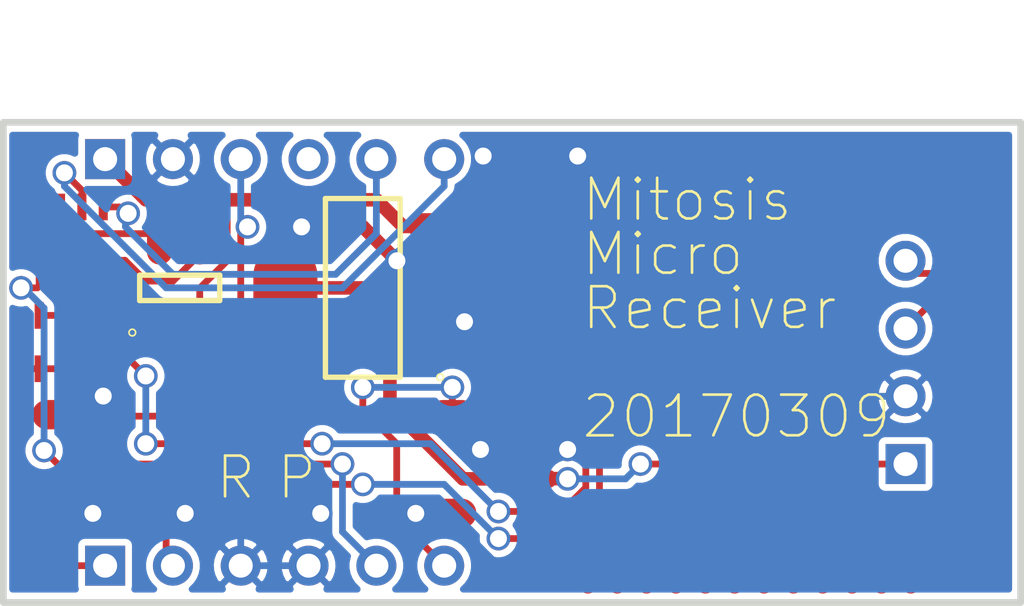
<source format=kicad_pcb>
(kicad_pcb (version 20171130) (host pcbnew "(5.0.1)-3")

  (general
    (thickness 1.6)
    (drawings 77)
    (tracks 181)
    (zones 0)
    (modules 10)
    (nets 19)
  )

  (page A4)
  (layers
    (0 F.Cu signal)
    (31 B.Cu signal)
    (32 B.Adhes user)
    (33 F.Adhes user)
    (34 B.Paste user)
    (35 F.Paste user)
    (36 B.SilkS user)
    (37 F.SilkS user)
    (38 B.Mask user)
    (39 F.Mask user)
    (40 Dwgs.User user)
    (41 Cmts.User user)
    (42 Eco1.User user)
    (43 Eco2.User user)
    (44 Edge.Cuts user)
    (45 Margin user)
    (46 B.CrtYd user)
    (47 F.CrtYd user)
    (48 B.Fab user)
    (49 F.Fab user)
  )

  (setup
    (last_trace_width 0.254)
    (trace_clearance 0.254)
    (zone_clearance 0.0144)
    (zone_45_only no)
    (trace_min 0.254)
    (segment_width 0.2)
    (edge_width 0.1)
    (via_size 0.889)
    (via_drill 0.635)
    (via_min_size 0.889)
    (via_min_drill 0.508)
    (uvia_size 0.508)
    (uvia_drill 0.127)
    (uvias_allowed no)
    (uvia_min_size 0.508)
    (uvia_min_drill 0.127)
    (pcb_text_width 0.3)
    (pcb_text_size 1.5 1.5)
    (mod_edge_width 0.15)
    (mod_text_size 1 1)
    (mod_text_width 0.15)
    (pad_size 1.5 1.5)
    (pad_drill 0.6)
    (pad_to_mask_clearance 0)
    (solder_mask_min_width 0.25)
    (aux_axis_origin 0 0)
    (visible_elements 7FFFF77F)
    (pcbplotparams
      (layerselection 0x00030_ffffffff)
      (usegerberextensions true)
      (usegerberattributes false)
      (usegerberadvancedattributes false)
      (creategerberjobfile false)
      (excludeedgelayer true)
      (linewidth 0.100000)
      (plotframeref false)
      (viasonmask false)
      (mode 1)
      (useauxorigin false)
      (hpglpennumber 1)
      (hpglpenspeed 20)
      (hpglpendiameter 15.000000)
      (psnegative false)
      (psa4output false)
      (plotreference true)
      (plotvalue true)
      (plotinvisibletext false)
      (padsonsilk false)
      (subtractmaskfromsilk false)
      (outputformat 1)
      (mirror false)
      (drillshape 0)
      (scaleselection 1)
      (outputdirectory "./gerber"))
  )

  (net 0 "")
  (net 1 R-A2)
  (net 2 B-A3)
  (net 3 P-D3)
  (net 4 G-D2)
  (net 5 TXO)
  (net 6 TXO_DIV)
  (net 7 NetR2_5)
  (net 8 G)
  (net 9 B)
  (net 10 R)
  (net 11 GND)
  (net 12 SWCLK)
  (net 13 SWDIO)
  (net 14 VCC)
  (net 15 RST)
  (net 16 RXI)
  (net 17 VIN)
  (net 18 5V0)

  (net_class Default "This is the default net class."
    (clearance 0.254)
    (trace_width 0.254)
    (via_dia 0.889)
    (via_drill 0.635)
    (uvia_dia 0.508)
    (uvia_drill 0.127)
    (add_net 5V0)
    (add_net B)
    (add_net B-A3)
    (add_net G)
    (add_net G-D2)
    (add_net GND)
    (add_net NetR2_5)
    (add_net P-D3)
    (add_net R)
    (add_net R-A2)
    (add_net RST)
    (add_net RXI)
    (add_net SWCLK)
    (add_net SWDIO)
    (add_net TXO)
    (add_net TXO_DIV)
    (add_net VCC)
    (add_net VIN)
  )

  (module "RF_Module:Core51822 (B)_big" (layer F.Cu) (tedit 5BDC6789) (tstamp 539EEDBF)
    (at 90.805 -92.075)
    (path /539EEC0F)
    (attr smd)
    (fp_text reference U1 (at 0 0) (layer F.SilkS) hide
      (effects (font (size 1.524 1.524) (thickness 0.05)))
    )
    (fp_text value "NRF51822 (B)" (at 0 0) (layer F.SilkS) hide
      (effects (font (size 1.524 1.524) (thickness 0.05)))
    )
    (pad 20 smd oval (at 1.64999 20.75) (size 0.7 2.5) (layers F.Cu F.Paste F.Mask))
    (pad 36 smd oval (at 8.45 5.6 90) (size 0.7 2.5) (layers F.Cu F.Paste F.Mask))
    (pad 22 smd oval (at 3.85 20.75) (size 0.7 2.5) (layers F.Cu F.Paste F.Mask))
    (pad 29 smd oval (at 8.45 13.3 90) (size 0.7 2.5) (layers F.Cu F.Paste F.Mask))
    (pad 21 smd oval (at 2.75 20.75) (size 0.7 2.5) (layers F.Cu F.Paste F.Mask))
    (pad 34 smd oval (at 8.45 7.8 90) (size 0.7 2.5) (layers F.Cu F.Paste F.Mask))
    (pad 33 smd oval (at 8.45 8.9 90) (size 0.7 2.5) (layers F.Cu F.Paste F.Mask))
    (pad 32 smd oval (at 8.45 10 90) (size 0.7 2.5) (layers F.Cu F.Paste F.Mask)
      (net 12 SWCLK))
    (pad 31 smd oval (at 8.45 11.1 90) (size 0.7 2.5) (layers F.Cu F.Paste F.Mask)
      (net 13 SWDIO))
    (pad 30 smd oval (at 8.45 12.2 90) (size 0.7 2.5) (layers F.Cu F.Paste F.Mask))
    (pad 28 smd oval (at 8.45 14.4 90) (size 0.7 2.5) (layers F.Cu F.Paste F.Mask))
    (pad 27 smd oval (at 8.45 15.5 90) (size 0.7 2.5) (layers F.Cu F.Paste F.Mask))
    (pad 26 smd oval (at 8.45 16.6 90) (size 0.7 2.5) (layers F.Cu F.Paste F.Mask))
    (pad 25 smd oval (at 8.45 17.7 90) (size 0.7 2.5) (layers F.Cu F.Paste F.Mask))
    (pad 24 smd oval (at 6.05 20.75) (size 0.7 2.5) (layers F.Cu F.Paste F.Mask))
    (pad 23 smd oval (at 4.95 20.75) (size 0.7 2.5) (layers F.Cu F.Paste F.Mask))
    (pad 35 smd oval (at 8.45 6.7 90) (size 0.7 2.5) (layers F.Cu F.Paste F.Mask))
    (pad 17 smd oval (at -1.65 20.75) (size 0.7 2.5) (layers F.Cu F.Paste F.Mask))
    (pad 3 smd oval (at -8.45 7.8 90) (size 0.7 2.5) (layers F.Cu F.Paste F.Mask))
    (pad 10 smd oval (at -8.45 15.5 90) (size 0.7 2.5) (layers F.Cu F.Paste F.Mask)
      (net 3 P-D3))
    (pad 2 smd oval (at -8.45 6.7 90) (size 0.7 2.5) (layers F.Cu F.Paste F.Mask))
    (pad 15 smd oval (at -3.85 20.75) (size 0.7 2.5) (layers F.Cu F.Paste F.Mask))
    (pad 14 smd oval (at -4.95001 20.75) (size 0.7 2.5) (layers F.Cu F.Paste F.Mask))
    (pad 13 smd oval (at -6.05001 20.75) (size 0.7 2.5) (layers F.Cu F.Paste F.Mask))
    (pad 11 smd oval (at -8.45 16.6 90) (size 0.7 2.5) (layers F.Cu F.Paste F.Mask)
      (net 11 GND))
    (pad 9 smd oval (at -8.45 14.4 90) (size 0.7 2.5) (layers F.Cu F.Paste F.Mask))
    (pad 8 smd oval (at -8.45 13.3 90) (size 0.7 2.5) (layers F.Cu F.Paste F.Mask))
    (pad 7 smd oval (at -8.45 12.2 90) (size 0.7 2.5) (layers F.Cu F.Paste F.Mask))
    (pad 6 smd oval (at -8.45 11.1 90) (size 0.7 2.5) (layers F.Cu F.Paste F.Mask)
      (net 6 TXO_DIV))
    (pad 5 smd oval (at -8.45 10 90) (size 0.7 2.5) (layers F.Cu F.Paste F.Mask)
      (net 16 RXI))
    (pad 4 smd oval (at -8.45 8.9 90) (size 0.7 2.5) (layers F.Cu F.Paste F.Mask))
    (pad 16 smd oval (at -2.75 20.75) (size 0.7 2.5) (layers F.Cu F.Paste F.Mask))
    (pad 19 smd oval (at 0.55 20.75) (size 0.7 2.5) (layers F.Cu F.Paste F.Mask))
    (pad 18 smd oval (at -0.55001 20.75) (size 0.7 2.5) (layers F.Cu F.Paste F.Mask))
    (pad 12 smd oval (at -8.45 17.7 90) (size 0.7 2.5) (layers F.Cu F.Paste F.Mask)
      (net 14 VCC))
    (pad 1 smd oval (at -8.45 5.6 90) (size 0.7 2.5) (layers F.Cu F.Paste F.Mask)
      (net 11 GND))
    (model /mnt/d/Projects/github/mitosis-hardware/kicad-mitosis/convert/receiver/wrlshp/AAD19B22-5EE7.wrl
      (at (xyz 0 0 0))
      (scale (xyz 1 1 1))
      (rotate (xyz 0 0 0))
    )
    (model /mnt/d/Projects/github/mitosis-hardware/kicad-mitosis/convert/receiver/wrlshp/E47A1918-6CA1.wrl
      (at (xyz 0 0 0))
      (scale (xyz 1 1 1))
      (rotate (xyz 0 0 0))
    )
  )

  (module HDR1X6 (layer F.Cu) (tedit 59C43052) (tstamp 539EEDBF)
    (at 66.675 -71.12)
    (path /539EEC0F)
    (attr smd)
    (fp_text reference P1 (at 0 0) (layer F.SilkS) hide
      (effects (font (size 1.524 1.524) (thickness 0.05)))
    )
    (fp_text value "Header, 6-Pin" (at 0 0) (layer F.SilkS) hide
      (effects (font (size 1.524 1.524) (thickness 0.05)))
    )
    (pad 6 thru_hole circle (at 12.7 0) (size 1.5 1.5) (drill 0.9) (layers *.Cu *.Paste *.Mask)
      (net 3 P-D3))
    (pad 5 thru_hole circle (at 10.16 0) (size 1.5 1.5) (drill 0.9) (layers *.Cu *.Paste *.Mask)
      (net 4 G-D2))
    (pad 4 thru_hole circle (at 7.62 0) (size 1.5 1.5) (drill 0.9) (layers *.Cu *.Paste *.Mask)
      (net 11 GND))
    (pad 3 thru_hole circle (at 5.08 0) (size 1.5 1.5) (drill 0.9) (layers *.Cu *.Paste *.Mask)
      (net 11 GND))
    (pad 2 thru_hole circle (at 2.54 0) (size 1.5 1.5) (drill 0.9) (layers *.Cu *.Paste *.Mask)
      (net 16 RXI))
    (pad 1 thru_hole rect (at 0 0) (size 1.5 1.5) (drill 0.9) (layers *.Cu *.Paste *.Mask)
      (net 5 TXO))
    (model Pin_Headers.3dshapes/Pin_Header_Straight_1x6.wrl
      (at (xyz 0 0 0))
      (scale (xyz 1 1 1))
      (rotate (xyz 0 0 0))
    )
  )

  (module HDR1X4 (layer B.Cu) (tedit 59C4306B) (tstamp 539EEDBF)
    (at 96.655 -74.93)
    (path /539EEC0F)
    (attr smd)
    (fp_text reference P3 (at 0 0) (layer F.SilkS) hide
      (effects (font (size 1.524 1.524) (thickness 0.05)))
    )
    (fp_text value "Header, 4-Pin" (at 0 0) (layer F.SilkS) hide
      (effects (font (size 1.524 1.524) (thickness 0.05)))
    )
    (pad 1 thru_hole rect (at 0 0 90) (size 1.5 1.5) (drill 0.9) (layers *.Cu *.Paste *.Mask)
      (net 14 VCC))
    (pad 2 thru_hole circle (at 0 -2.54 90) (size 1.5 1.5) (drill 0.9) (layers *.Cu *.Paste *.Mask)
      (net 11 GND))
    (pad 3 thru_hole circle (at 0 -5.08 90) (size 1.5 1.5) (drill 0.9) (layers *.Cu *.Paste *.Mask)
      (net 13 SWDIO))
    (pad 4 thru_hole circle (at 0 -7.62 90) (size 1.5 1.5) (drill 0.9) (layers *.Cu *.Paste *.Mask)
      (net 12 SWCLK))
    (model Pin_Headers.3dshapes/Pin_Header_Straight_1x4.wrl
      (at (xyz 0 0 0))
      (scale (xyz 1 1 1))
      (rotate (xyz 0 0 0))
    )
  )

  (module PLCC4-RGBLED (layer F.Cu) (tedit 59C43045) (tstamp 539EEDBF)
    (at 69.469 -81.534)
    (path /539EEC0F)
    (attr smd)
    (fp_text reference D1 (at 0 0) (layer F.SilkS) hide
      (effects (font (size 1.524 1.524) (thickness 0.05)))
    )
    (fp_text value "Tri Colour CA RGB LEDs - CLV1A-FKB" (at 0 0) (layer F.SilkS) hide
      (effects (font (size 1.524 1.524) (thickness 0.05)))
    )
    (pad 3 smd oval (at 0.75 -1.675 180) (size 0.95 1.6) (layers F.Cu F.Paste F.Mask)
      (net 9 B))
    (pad 4 smd oval (at -0.75 -1.675 180) (size 0.95 1.6) (layers F.Cu F.Paste F.Mask)
      (net 8 G))
    (pad 2 smd oval (at 0.75 1.675 180) (size 0.95 1.6) (layers F.Cu F.Paste F.Mask)
      (net 17 VIN))
    (pad 1 smd oval (at -0.75 1.675 180) (size 0.95 1.6) (layers F.Cu F.Paste F.Mask)
      (net 10 R))
    (model /mnt/d/Projects/github/mitosis-hardware/kicad-mitosis/convert/receiver/wrlshp/74304284-2270.wrl
      (at (xyz 0 0 0))
      (scale (xyz 1 1 1))
      (rotate (xyz 0 0 90))
    )
    (model /mnt/d/Projects/github/mitosis-hardware/kicad-mitosis/convert/receiver/wrlshp/0931E498-A03F.wrl
      (at (xyz 0 0 0))
      (scale (xyz 1 1 1))
      (rotate (xyz 0 0 180))
    )
  )

  (module "1206 quad res" (layer F.Cu) (tedit 59C4304B) (tstamp 539EEDBF)
    (at 65.405 -79.502)
    (path /539EEC0F)
    (attr smd)
    (fp_text reference R1 (at 0 0) (layer F.SilkS) hide
      (effects (font (size 1.524 1.524) (thickness 0.05)))
    )
    (fp_text value RAVF164DJT100R (at 0 0) (layer F.SilkS) hide
      (effects (font (size 1.524 1.524) (thickness 0.05)))
    )
    (pad 4 smd rect (at 0.4 1 180) (size 0.34 1) (layers F.Cu F.Paste F.Mask))
    (pad 6 smd rect (at -0.4 1 180) (size 0.34 1) (layers F.Cu F.Paste F.Mask)
      (net 5 TXO))
    (pad 8 smd rect (at -1.2 1 180) (size 0.34 1) (layers F.Cu F.Paste F.Mask)
      (net 5 TXO))
    (pad 2 smd rect (at 1.2 1 180) (size 0.34 1) (layers F.Cu F.Paste F.Mask)
      (net 11 GND))
    (pad 7 smd rect (at -1.2 -1 180) (size 0.34 1) (layers F.Cu F.Paste F.Mask)
      (net 6 TXO_DIV))
    (pad 5 smd rect (at -0.4 -1 180) (size 0.34 1) (layers F.Cu F.Paste F.Mask)
      (net 6 TXO_DIV))
    (pad 3 smd rect (at 0.4 -1 180) (size 0.34 1) (layers F.Cu F.Paste F.Mask)
      (net 6 TXO_DIV))
    (pad 1 smd rect (at 1.2 -1 180) (size 0.34 1) (layers F.Cu F.Paste F.Mask)
      (net 6 TXO_DIV))
    (model /mnt/d/Projects/github/mitosis-hardware/kicad-mitosis/convert/receiver/wrlshp/B1273303-5F75.wrl
      (at (xyz 0 0 0))
      (scale (xyz 1 1 1))
      (rotate (xyz 0 0 0))
    )
  )

  (module "1206 quad res" (layer F.Cu) (tedit 59C43040) (tstamp 539EEDBF)
    (at 65.405 -83.566)
    (path /539EEC0F)
    (attr smd)
    (fp_text reference R2 (at 0 0) (layer F.SilkS) hide
      (effects (font (size 1.524 1.524) (thickness 0.05)))
    )
    (fp_text value RAVF164DJT100R (at 0 0) (layer F.SilkS) hide
      (effects (font (size 1.524 1.524) (thickness 0.05)))
    )
    (pad 4 smd rect (at 0.4 1 180) (size 0.34 1) (layers F.Cu F.Paste F.Mask)
      (net 10 R))
    (pad 6 smd rect (at -0.4 1 180) (size 0.34 1) (layers F.Cu F.Paste F.Mask)
      (net 8 G))
    (pad 8 smd rect (at -1.2 1 180) (size 0.34 1) (layers F.Cu F.Paste F.Mask)
      (net 4 G-D2))
    (pad 2 smd rect (at 1.2 1 180) (size 0.34 1) (layers F.Cu F.Paste F.Mask)
      (net 9 B))
    (pad 7 smd rect (at -1.2 -1 180) (size 0.34 1) (layers F.Cu F.Paste F.Mask)
      (net 7 NetR2_5))
    (pad 5 smd rect (at -0.4 -1 180) (size 0.34 1) (layers F.Cu F.Paste F.Mask)
      (net 7 NetR2_5))
    (pad 3 smd rect (at 0.4 -1 180) (size 0.34 1) (layers F.Cu F.Paste F.Mask)
      (net 1 R-A2))
    (pad 1 smd rect (at 1.2 -1 180) (size 0.34 1) (layers F.Cu F.Paste F.Mask)
      (net 2 B-A3))
    (model /mnt/d/Projects/github/mitosis-hardware/kicad-mitosis/convert/receiver/wrlshp/B1273303-5F75.wrl
      (at (xyz 0 0 0))
      (scale (xyz 1 1 1))
      (rotate (xyz 0 0 0))
    )
  )

  (module "TACTILE BUTTON" (layer F.Cu) (tedit 4289BEAB) (tstamp 539EEDBF)
    (at 76.581 -74.93)
    (path /539EEC0F)
    (attr smd)
    (fp_text reference B1 (at 0 0) (layer F.SilkS) hide
      (effects (font (size 1.524 1.524) (thickness 0.05)))
    )
    (fp_text value "" (at 0 0) (layer F.SilkS)
      (effects (font (size 1.524 1.524) (thickness 0.05)))
    )
    (pad 2 smd oval (at -3.1 1.85) (size 1.8 1.1) (layers F.Cu F.Paste F.Mask)
      (net 11 GND))
    (pad 2 smd oval (at 3.1 1.85 180) (size 1.8 1.1) (layers F.Cu F.Paste F.Mask)
      (net 11 GND))
    (pad 1 smd oval (at 3.1 -1.85 180) (size 1.8 1.1) (layers F.Cu F.Paste F.Mask)
      (net 3 P-D3))
    (pad 1 smd oval (at -3.1 -1.85) (size 1.8 1.1) (layers F.Cu F.Paste F.Mask)
      (net 3 P-D3))
    (model /mnt/d/Projects/github/mitosis-hardware/kicad-mitosis/convert/receiver/wrlshp/6772C8FB-DBF2.wrl
      (at (xyz 0 0 0))
      (scale (xyz 1 1 1))
      (rotate (xyz 0 0 360))
    )
    (model /mnt/d/Projects/github/mitosis-hardware/kicad-mitosis/convert/receiver/wrlshp/DBC80EE4-D305.wrl
      (at (xyz 0 0 0))
      (scale (xyz 1 1 1))
      (rotate (xyz 0 0 360))
    )
  )

  (module "TACTILE BUTTON" (layer F.Cu) (tedit 4289BEAB) (tstamp 539EEDBF)
    (at 67.945 -74.93)
    (path /539EEC0F)
    (attr smd)
    (fp_text reference B2 (at 0 0) (layer F.SilkS) hide
      (effects (font (size 1.524 1.524) (thickness 0.05)))
    )
    (fp_text value "" (at 0 0) (layer F.SilkS)
      (effects (font (size 1.524 1.524) (thickness 0.05)))
    )
    (pad 2 smd oval (at -3.1 1.85) (size 1.8 1.1) (layers F.Cu F.Paste F.Mask)
      (net 11 GND))
    (pad 2 smd oval (at 3.1 1.85 180) (size 1.8 1.1) (layers F.Cu F.Paste F.Mask)
      (net 11 GND))
    (pad 1 smd oval (at 3.1 -1.85 180) (size 1.8 1.1) (layers F.Cu F.Paste F.Mask)
      (net 15 RST))
    (pad 1 smd oval (at -3.1 -1.85) (size 1.8 1.1) (layers F.Cu F.Paste F.Mask)
      (net 15 RST))
    (model /mnt/d/Projects/github/mitosis-hardware/kicad-mitosis/convert/receiver/wrlshp/6772C8FB-DBF2.wrl
      (at (xyz 0 0 0))
      (scale (xyz 1 1 1))
      (rotate (xyz 0 0 0))
    )
    (model /mnt/d/Projects/github/mitosis-hardware/kicad-mitosis/convert/receiver/wrlshp/DBC80EE4-D305.wrl
      (at (xyz 0 0 0))
      (scale (xyz 1 1 1))
      (rotate (xyz 0 0 0))
    )
  )

  (module SOT230P700X180-4N (layer F.Cu) (tedit 4289BEAB) (tstamp 539EEDBF)
    (at 76.327 -81.534)
    (path /539EEC0F)
    (attr smd)
    (fp_text reference U2 (at 0 0) (layer F.SilkS) hide
      (effects (font (size 1.524 1.524) (thickness 0.05)))
    )
    (fp_text value "" (at 0 0) (layer F.SilkS)
      (effects (font (size 1.524 1.524) (thickness 0.05)))
    )
    (pad 1 smd oval (at 2.9 2.3 270) (size 1 2.4) (layers F.Cu F.Paste F.Mask)
      (net 11 GND))
    (pad 2 smd oval (at 2.9 0 270) (size 1 2.4) (layers F.Cu F.Paste F.Mask)
      (net 14 VCC))
    (pad 3 smd oval (at 2.9 -2.3 270) (size 1 2.4) (layers F.Cu F.Paste F.Mask)
      (net 17 VIN))
    (pad 4 smd oval (at -2.9 0 270) (size 3.3 2.4) (layers F.Cu F.Paste F.Mask)
      (net 14 VCC))
    (model /mnt/d/Projects/github/mitosis-hardware/kicad-mitosis/convert/receiver/wrlshp/D48F2E74-A137.wrl
      (at (xyz 0 0 0))
      (scale (xyz 1 1 1))
      (rotate (xyz 0 0 0))
    )
  )

  (module HDR1X6 (layer F.Cu) (tedit 59C4303C) (tstamp 539EEDBF)
    (at 66.675 -86.36)
    (path /539EEC0F)
    (attr smd)
    (fp_text reference P2 (at 0 0) (layer F.SilkS) hide
      (effects (font (size 1.524 1.524) (thickness 0.05)))
    )
    (fp_text value "Header, 6-Pin" (at 0 0) (layer F.SilkS) hide
      (effects (font (size 1.524 1.524) (thickness 0.05)))
    )
    (pad 6 thru_hole circle (at 12.7 0) (size 1.5 1.5) (drill 0.9) (layers *.Cu *.Paste *.Mask)
      (net 1 R-A2))
    (pad 5 thru_hole circle (at 10.16 0) (size 1.5 1.5) (drill 0.9) (layers *.Cu *.Paste *.Mask)
      (net 2 B-A3))
    (pad 4 thru_hole circle (at 7.62 0) (size 1.5 1.5) (drill 0.9) (layers *.Cu *.Paste *.Mask)
      (net 18 5V0))
    (pad 3 thru_hole circle (at 5.08 0) (size 1.5 1.5) (drill 0.9) (layers *.Cu *.Paste *.Mask)
      (net 15 RST))
    (pad 2 thru_hole circle (at 2.54 0) (size 1.5 1.5) (drill 0.9) (layers *.Cu *.Paste *.Mask)
      (net 11 GND))
    (pad 1 thru_hole rect (at 0 0) (size 1.5 1.5) (drill 0.9) (layers *.Cu *.Paste *.Mask)
      (net 17 VIN))
    (model Pin_Headers.3dshapes/Pin_Header_Straight_1x6.wrl
      (at (xyz 0 0 0))
      (scale (xyz 1 1 1))
      (rotate (xyz 0 0 0))
    )
  )

  (gr_line (start 73.981 -77.53) (end 79.181 -77.53) (angle 90) (layer F.CrtYd) (width 0.2))
  (gr_line (start 79.181 -77.53) (end 79.181 -72.33) (angle 90) (layer F.CrtYd) (width 0.2))
  (gr_line (start 79.181 -72.33) (end 73.981 -72.33) (angle 90) (layer F.CrtYd) (width 0.2))
  (gr_line (start 73.981 -72.33) (end 73.981 -77.53) (angle 90) (layer F.CrtYd) (width 0.2))
  (gr_line (start 75.48973 -73.83223) (end 77.68104 -73.83223) (angle 90) (layer F.CrtYd) (width 0.2))
  (gr_line (start 77.68104 -73.83223) (end 77.68104 -76.02793) (angle 90) (layer F.CrtYd) (width 0.2))
  (gr_line (start 77.68104 -76.02793) (end 75.48973 -76.02793) (angle 90) (layer F.CrtYd) (width 0.2))
  (gr_line (start 75.48973 -76.02793) (end 75.48973 -73.83223) (angle 90) (layer F.CrtYd) (width 0.2))
  (gr_line (start 65.345 -77.53) (end 70.545 -77.53) (angle 90) (layer F.CrtYd) (width 0.2))
  (gr_line (start 70.545 -77.53) (end 70.545 -72.33) (angle 90) (layer F.CrtYd) (width 0.2))
  (gr_line (start 70.545 -72.33) (end 65.345 -72.33) (angle 90) (layer F.CrtYd) (width 0.2))
  (gr_line (start 65.345 -72.33) (end 65.345 -77.53) (angle 90) (layer F.CrtYd) (width 0.2))
  (gr_line (start 66.85373 -73.83223) (end 69.04504 -73.83223) (angle 90) (layer F.CrtYd) (width 0.2))
  (gr_line (start 69.04504 -73.83223) (end 69.04504 -76.02793) (angle 90) (layer F.CrtYd) (width 0.2))
  (gr_line (start 69.04504 -76.02793) (end 66.85373 -76.02793) (angle 90) (layer F.CrtYd) (width 0.2))
  (gr_line (start 66.85373 -76.02793) (end 66.85373 -73.83223) (angle 90) (layer F.CrtYd) (width 0.2))
  (gr_line (start 70.46703 -80.54188) (end 70.46703 -82.534) (angle 90) (layer F.CrtYd) (width 0.2))
  (gr_line (start 70.46703 -82.534) (end 68.47097 -82.534) (angle 90) (layer F.CrtYd) (width 0.2))
  (gr_line (start 68.47097 -82.534) (end 68.47097 -80.54188) (angle 90) (layer F.CrtYd) (width 0.2))
  (gr_line (start 68.47097 -80.54188) (end 70.46703 -80.54188) (angle 90) (layer F.CrtYd) (width 0.2))
  (gr_line (start 67.005 -78.702) (end 63.805 -78.702) (angle 90) (layer F.CrtYd) (width 0.2))
  (gr_line (start 63.805 -78.702) (end 63.805 -80.302) (angle 90) (layer F.CrtYd) (width 0.2))
  (gr_line (start 63.805 -80.302) (end 67.005 -80.302) (angle 90) (layer F.CrtYd) (width 0.2))
  (gr_line (start 67.005 -80.302) (end 67.005 -78.702) (angle 90) (layer F.CrtYd) (width 0.2))
  (gr_line (start 67.005 -82.766) (end 63.805 -82.766) (angle 90) (layer F.CrtYd) (width 0.2))
  (gr_line (start 63.805 -82.766) (end 63.805 -84.366) (angle 90) (layer F.CrtYd) (width 0.2))
  (gr_line (start 63.805 -84.366) (end 67.005 -84.366) (angle 90) (layer F.CrtYd) (width 0.2))
  (gr_line (start 67.005 -84.366) (end 67.005 -82.766) (angle 90) (layer F.CrtYd) (width 0.2))
  (gr_line (start 67.969 -79.834) (end 70.969 -79.834) (angle 90) (layer F.CrtYd) (width 0.2))
  (gr_line (start 70.969 -79.834) (end 70.969 -83.234) (angle 90) (layer F.CrtYd) (width 0.2))
  (gr_line (start 70.969 -83.234) (end 67.969 -83.234) (angle 90) (layer F.CrtYd) (width 0.2))
  (gr_line (start 67.969 -83.234) (end 67.969 -79.834) (angle 90) (layer F.CrtYd) (width 0.2))
  (gr_line (start 78.177 -78.184) (end 78.177 -84.884) (angle 90) (layer F.CrtYd) (width 0.2))
  (gr_line (start 78.177 -84.884) (end 74.477 -84.884) (angle 90) (layer F.CrtYd) (width 0.2))
  (gr_line (start 74.477 -84.884) (end 74.477 -78.184) (angle 90) (layer F.CrtYd) (width 0.2))
  (gr_line (start 74.477 -78.184) (end 78.177 -78.184) (angle 90) (layer F.CrtYd) (width 0.2))
  (gr_line (start 82.305 -92.075) (end 99.305 -92.075) (angle 90) (layer F.CrtYd) (width 0.2))
  (gr_line (start 99.305 -92.075) (end 99.305 -71.275) (angle 90) (layer F.CrtYd) (width 0.2))
  (gr_line (start 99.305 -71.275) (end 82.305 -71.275) (angle 90) (layer F.CrtYd) (width 0.2))
  (gr_line (start 82.305 -71.275) (end 82.305 -92.075) (angle 90) (layer F.CrtYd) (width 0.2))
  (gr_line (start 88.50509 -84.27511) (end 94.50509 -84.27511) (angle 90) (layer F.CrtYd) (width 0.2))
  (gr_line (start 94.50509 -84.27511) (end 94.50509 -78.27511) (angle 90) (layer F.CrtYd) (width 0.2))
  (gr_line (start 94.50509 -78.27511) (end 88.50509 -78.27511) (angle 90) (layer F.CrtYd) (width 0.2))
  (gr_line (start 88.50509 -78.27511) (end 88.50509 -84.27511) (angle 90) (layer F.CrtYd) (width 0.2))
  (gr_arc (start 67.694 -79.859) (end 67.819 -79.859) (angle -360) (layer F.SilkS) (width 0.0625))
  (gr_arc (start 79.227 -78.184) (end 79.352 -78.184) (angle -360) (layer F.SilkS) (width 0.0625))
  (gr_arc (start 68.869 -80.734) (end 69.369 -80.734) (angle -360) (layer Dwgs.User) (width 0.1))
  (gr_line (start 70.969 -81.059) (end 70.969 -82.009) (layer F.SilkS) (width 0.2))
  (gr_line (start 67.969 -81.059) (end 67.969 -82.009) (layer F.SilkS) (width 0.2))
  (gr_line (start 67.969 -82.009) (end 70.969 -82.009) (layer F.SilkS) (width 0.2))
  (gr_line (start 67.969 -81.059) (end 70.969 -81.059) (layer F.SilkS) (width 0.2))
  (gr_line (start 77.727 -78.184) (end 77.727 -84.884) (layer F.SilkS) (width 0.2))
  (gr_line (start 74.927 -78.184) (end 74.927 -84.884) (layer F.SilkS) (width 0.2))
  (gr_line (start 74.927 -78.184) (end 77.727 -78.184) (layer F.SilkS) (width 0.2))
  (gr_line (start 74.927 -84.884) (end 77.727 -84.884) (layer F.SilkS) (width 0.2))
  (gr_line (start 68.969 -81.534) (end 69.969 -81.534) (layer F.CrtYd) (width 0.1))
  (gr_line (start 69.469 -81.034) (end 69.469 -82.034) (layer F.CrtYd) (width 0.1))
  (gr_line (start 71.469 -78.584) (end 71.469 -84.484) (layer F.CrtYd) (width 0.05))
  (gr_line (start 67.469 -78.584) (end 67.469 -84.484) (layer F.CrtYd) (width 0.05))
  (gr_line (start 67.469 -84.484) (end 71.469 -84.484) (layer F.CrtYd) (width 0.05))
  (gr_line (start 67.469 -78.584) (end 71.469 -78.584) (layer F.CrtYd) (width 0.05))
  (gr_line (start 80.677 -77.934) (end 80.677 -85.134) (layer F.CrtYd) (width 0.05))
  (gr_line (start 71.977 -77.934) (end 71.977 -85.134) (layer F.CrtYd) (width 0.05))
  (gr_line (start 71.977 -77.934) (end 80.677 -77.934) (layer F.CrtYd) (width 0.05))
  (gr_line (start 71.977 -85.134) (end 80.677 -85.134) (layer F.CrtYd) (width 0.05))
  (gr_line (start 75.827 -81.534) (end 76.827 -81.534) (layer F.CrtYd) (width 0.1))
  (gr_line (start 76.327 -81.034) (end 76.327 -82.034) (layer F.CrtYd) (width 0.1))
  (gr_line (start 62.865 -69.74) (end 62.865 -87.74) (layer Edge.Cuts) (width 0.254))
  (gr_line (start 62.865 -69.74) (end 100.965 -69.74) (layer Edge.Cuts) (width 0.254))
  (gr_line (start 62.865 -87.74) (end 100.965 -87.74) (layer Edge.Cuts) (width 0.254))
  (gr_line (start 100.965 -69.74) (end 100.965 -87.74) (layer Edge.Cuts) (width 0.254))
  (gr_text P (at 73.025 -74.422) (layer F.SilkS)
    (effects (font (size 1.524 1.524) (thickness 0.1)) (justify left))
  )
  (gr_text R (at 70.739 -74.422) (layer F.SilkS)
    (effects (font (size 1.524 1.524) (thickness 0.1)) (justify left))
  )
  (gr_text 20170309 (at 84.455 -76.708) (layer F.SilkS)
    (effects (font (size 1.524 1.524) (thickness 0.1)) (justify left))
  )
  (gr_text Receiver (at 84.455 -80.772) (layer F.SilkS)
    (effects (font (size 1.524 1.524) (thickness 0.1)) (justify left))
  )
  (gr_text Micro (at 84.455 -82.804) (layer F.SilkS)
    (effects (font (size 1.524 1.524) (thickness 0.1)) (justify left))
  )
  (gr_text Mitosis (at 84.455 -84.836) (layer F.SilkS)
    (effects (font (size 1.524 1.524) (thickness 0.1)) (justify left))
  )

  (via (at 77.605 -82.55) (size 0.889) (drill 0.635) (layers F.Cu B.Cu) (net 11))
  (via (at 74.033 -83.82) (size 0.889) (drill 0.635) (layers F.Cu B.Cu) (net 11))
  (segment (start 70.969 -79.834) (end 70.969 -83.234) (width 0.1) (layer Dwgs.User) (net 0))
  (segment (start 67.969 -79.834) (end 67.969 -83.234) (width 0.1) (layer Dwgs.User) (net 0))
  (segment (start 67.969 -83.234) (end 70.969 -83.234) (width 0.1) (layer Dwgs.User) (net 0))
  (segment (start 67.969 -79.834) (end 70.969 -79.834) (width 0.1) (layer Dwgs.User) (net 0))
  (segment (start 78.177 -78.184) (end 78.177 -84.884) (width 0.1) (layer Dwgs.User) (net 0))
  (segment (start 74.477 -78.184) (end 74.477 -84.884) (width 0.1) (layer Dwgs.User) (net 0))
  (segment (start 74.477 -78.184) (end 78.177 -78.184) (width 0.1) (layer Dwgs.User) (net 0))
  (segment (start 74.477 -84.884) (end 78.177 -84.884) (width 0.1) (layer Dwgs.User) (net 0))
  (segment (start 74.033 -83.82) (end 76.335 -83.82) (width 0.508) (layer F.Cu) (net 11))
  (segment (start 76.335 -83.82) (end 77.605 -82.55) (width 0.508) (layer F.Cu) (net 11))
  (via (at 65.151 -85.84518) (size 0.889) (drill 0.635) (layers F.Cu B.Cu) (net 1))
  (segment (start 75.565 -81.534) (end 79.375 -85.344) (width 0.254) (layer B.Cu) (net 1))
  (segment (start 68.961 -81.534) (end 75.565 -81.534) (width 0.254) (layer B.Cu) (net 1))
  (segment (start 65.151 -85.344) (end 68.961 -81.534) (width 0.254) (layer B.Cu) (net 1))
  (segment (start 65.151 -85.344) (end 65.151 -85.84518) (width 0.254) (layer B.Cu) (net 1))
  (segment (start 79.375 -85.344) (end 79.375 -86.36) (width 0.254) (layer B.Cu) (net 1))
  (segment (start 65.805 -85.19118) (end 65.805 -84.566) (width 0.254) (layer F.Cu) (net 1))
  (segment (start 65.151 -85.84518) (end 65.805 -85.19118) (width 0.254) (layer F.Cu) (net 1))
  (via (at 67.537 -84.328) (size 0.889) (drill 0.635) (layers F.Cu B.Cu) (net 2))
  (segment (start 67.199 -84.566) (end 67.437 -84.328) (width 0.254) (layer F.Cu) (net 2))
  (segment (start 66.605 -84.566) (end 67.199 -84.566) (width 0.254) (layer F.Cu) (net 2))
  (segment (start 75.311 -82.042) (end 76.835 -83.566) (width 0.254) (layer B.Cu) (net 2))
  (segment (start 69.215 -82.042) (end 75.311 -82.042) (width 0.254) (layer B.Cu) (net 2))
  (segment (start 67.437 -83.82) (end 69.215 -82.042) (width 0.254) (layer B.Cu) (net 2))
  (segment (start 67.437 -83.82) (end 67.437 -84.328) (width 0.254) (layer B.Cu) (net 2))
  (segment (start 76.835 -83.566) (end 76.835 -86.36) (width 0.254) (layer B.Cu) (net 2))
  (via (at 76.327 -77.804) (size 0.889) (drill 0.635) (layers F.Cu B.Cu) (net 3))
  (via (at 79.681 -77.804) (size 0.889) (drill 0.635) (layers F.Cu B.Cu) (net 3))
  (segment (start 76.327 -76.78) (end 76.509 -76.78) (width 0.254) (layer F.Cu) (net 3))
  (segment (start 73.481 -76.78) (end 76.327 -76.78) (width 0.254) (layer F.Cu) (net 3))
  (segment (start 76.327 -76.78) (end 76.327 -77.804) (width 0.254) (layer F.Cu) (net 3))
  (segment (start 77.597 -72.898) (end 77.597 -75.692) (width 0.254) (layer F.Cu) (net 3))
  (segment (start 76.509 -76.78) (end 77.597 -75.692) (width 0.254) (layer F.Cu) (net 3))
  (segment (start 79.681 -76.78) (end 79.886 -76.575) (width 0.254) (layer F.Cu) (net 3))
  (segment (start 79.886 -76.575) (end 82.105 -76.575) (width 0.254) (layer F.Cu) (net 3))
  (segment (start 77.597 -72.898) (end 79.375 -71.12) (width 0.254) (layer F.Cu) (net 3))
  (segment (start 79.681 -76.78) (end 79.681 -77.804) (width 0.254) (layer F.Cu) (net 3))
  (segment (start 76.327 -77.804) (end 79.681 -77.804) (width 0.254) (layer B.Cu) (net 3))
  (via (at 75.565 -74.93) (size 0.889) (drill 0.635) (layers F.Cu B.Cu) (net 4))
  (via (at 63.527 -81.534) (size 0.889) (drill 0.635) (layers F.Cu B.Cu) (net 4))
  (via (at 64.389 -75.438) (size 0.889) (drill 0.635) (layers F.Cu B.Cu) (net 4))
  (segment (start 64.897 -74.93) (end 75.565 -74.93) (width 0.254) (layer F.Cu) (net 4))
  (segment (start 64.389 -75.438) (end 64.897 -74.93) (width 0.254) (layer F.Cu) (net 4))
  (segment (start 63.627 -81.534) (end 64.135 -81.534) (width 0.254) (layer F.Cu) (net 4))
  (segment (start 64.135 -81.534) (end 64.205 -81.604) (width 0.254) (layer F.Cu) (net 4))
  (segment (start 64.205 -81.604) (end 64.205 -82.566) (width 0.254) (layer F.Cu) (net 4))
  (segment (start 75.565 -72.39) (end 76.835 -71.12) (width 0.254) (layer B.Cu) (net 4))
  (segment (start 75.565 -72.39) (end 75.565 -74.93) (width 0.254) (layer B.Cu) (net 4))
  (segment (start 64.389 -75.438) (end 64.389 -80.772) (width 0.254) (layer B.Cu) (net 4))
  (segment (start 63.627 -81.534) (end 64.389 -80.772) (width 0.254) (layer B.Cu) (net 4))
  (segment (start 64.205 -78.502) (end 65.005 -78.502) (width 0.254) (layer F.Cu) (net 5))
  (segment (start 63.897 -78.502) (end 64.205 -78.502) (width 0.254) (layer F.Cu) (net 5))
  (segment (start 63.564 -78.169) (end 63.897 -78.502) (width 0.254) (layer F.Cu) (net 5))
  (segment (start 63.564 -72.453) (end 63.564 -78.169) (width 0.254) (layer F.Cu) (net 5))
  (segment (start 63.564 -72.453) (end 64.897 -71.12) (width 0.254) (layer F.Cu) (net 5))
  (segment (start 64.897 -71.12) (end 66.675 -71.12) (width 0.254) (layer F.Cu) (net 5))
  (via (at 81.407 -73.152) (size 0.889) (drill 0.635) (layers F.Cu B.Cu) (net 6))
  (via (at 74.803 -75.692) (size 0.889) (drill 0.635) (layers F.Cu B.Cu) (net 6))
  (via (at 68.199 -75.692) (size 0.889) (drill 0.635) (layers F.Cu B.Cu) (net 6))
  (via (at 68.199 -78.232) (size 0.889) (drill 0.635) (layers F.Cu B.Cu) (net 6))
  (segment (start 68.199 -75.692) (end 74.803 -75.692) (width 0.254) (layer F.Cu) (net 6))
  (segment (start 66.605 -79.826) (end 68.199 -78.232) (width 0.254) (layer F.Cu) (net 6))
  (segment (start 66.605 -79.826) (end 66.605 -80.502) (width 0.254) (layer F.Cu) (net 6))
  (segment (start 65.805 -80.502) (end 66.605 -80.502) (width 0.254) (layer F.Cu) (net 6))
  (segment (start 65.005 -80.502) (end 65.805 -80.502) (width 0.254) (layer F.Cu) (net 6))
  (segment (start 64.205 -80.502) (end 65.005 -80.502) (width 0.254) (layer F.Cu) (net 6))
  (segment (start 78.867 -75.692) (end 81.407 -73.152) (width 0.254) (layer B.Cu) (net 6))
  (segment (start 74.803 -75.692) (end 78.867 -75.692) (width 0.254) (layer B.Cu) (net 6))
  (segment (start 68.199 -75.692) (end 68.199 -78.232) (width 0.254) (layer B.Cu) (net 6))
  (segment (start 83.49 -80.975) (end 82.105 -80.975) (width 0.254) (layer F.Cu) (net 6))
  (segment (start 84.678801 -79.786199) (end 83.49 -80.975) (width 0.254) (layer F.Cu) (net 6))
  (segment (start 84.678801 -74.048119) (end 84.678801 -79.786199) (width 0.254) (layer F.Cu) (net 6))
  (segment (start 83.782682 -73.152) (end 84.678801 -74.048119) (width 0.254) (layer F.Cu) (net 6))
  (segment (start 81.407 -73.152) (end 83.782682 -73.152) (width 0.254) (layer F.Cu) (net 6))
  (segment (start 64.205 -84.566) (end 65.005 -84.566) (width 0.254) (layer F.Cu) (net 7))
  (segment (start 68.362 -83.566) (end 68.719 -83.209) (width 0.254) (layer F.Cu) (net 8))
  (segment (start 65.151 -83.566) (end 68.362 -83.566) (width 0.254) (layer F.Cu) (net 8))
  (segment (start 65.005 -83.42) (end 65.151 -83.566) (width 0.254) (layer F.Cu) (net 8))
  (segment (start 65.005 -82.566) (end 65.005 -83.42) (width 0.254) (layer F.Cu) (net 8))
  (segment (start 70.219 -82.792) (end 70.219 -83.209) (width 0.254) (layer F.Cu) (net 9))
  (segment (start 69.215 -81.788) (end 70.219 -82.792) (width 0.254) (layer F.Cu) (net 9))
  (segment (start 68.199 -81.788) (end 69.215 -81.788) (width 0.254) (layer F.Cu) (net 9))
  (segment (start 67.421 -82.566) (end 68.199 -81.788) (width 0.254) (layer F.Cu) (net 9))
  (segment (start 66.605 -82.566) (end 67.421 -82.566) (width 0.254) (layer F.Cu) (net 9))
  (segment (start 68.719 -79.859) (end 68.719 -80.252) (width 0.254) (layer F.Cu) (net 10))
  (segment (start 67.437 -81.534) (end 68.719 -80.252) (width 0.254) (layer F.Cu) (net 10))
  (segment (start 65.913 -81.534) (end 67.437 -81.534) (width 0.254) (layer F.Cu) (net 10))
  (segment (start 65.805 -81.642) (end 65.913 -81.534) (width 0.254) (layer F.Cu) (net 10))
  (segment (start 65.805 -81.642) (end 65.805 -82.566) (width 0.254) (layer F.Cu) (net 10))
  (via (at 80.735 -75.475) (size 0.889) (drill 0.635) (layers F.Cu B.Cu) (net 11))
  (via (at 66.605 -77.478) (size 0.889) (drill 0.635) (layers F.Cu B.Cu) (net 11))
  (via (at 80.137 -80.264) (size 0.889) (drill 0.635) (layers F.Cu B.Cu) (net 11))
  (via (at 80.835 -86.475) (size 0.889) (drill 0.635) (layers F.Cu B.Cu) (net 11))
  (via (at 84.375 -86.475) (size 0.889) (drill 0.635) (layers F.Cu B.Cu) (net 11))
  (via (at 83.9978 -75.4761) (size 0.889) (drill 0.635) (layers F.Cu B.Cu) (net 11))
  (via (at 78.311 -73.08) (size 0.889) (drill 0.635) (layers F.Cu B.Cu) (net 11))
  (via (at 74.751 -73.08) (size 0.889) (drill 0.635) (layers F.Cu B.Cu) (net 11))
  (via (at 69.675 -73.08) (size 0.889) (drill 0.635) (layers F.Cu B.Cu) (net 11))
  (via (at 66.215 -73.08) (size 0.889) (drill 0.635) (layers F.Cu B.Cu) (net 11))
  (segment (start 83.0072 -86.475) (end 84.2772 -86.475) (width 0.508) (layer F.Cu) (net 11))
  (segment (start 80.835 -86.475) (end 82.105 -86.475) (width 0.508) (layer F.Cu) (net 11))
  (segment (start 80.835 -75.475) (end 82.105 -75.475) (width 0.508) (layer F.Cu) (net 11))
  (segment (start 66.605 -77.478) (end 66.605 -78.502) (width 0.254) (layer F.Cu) (net 11))
  (segment (start 78.411 -73.08) (end 79.681 -73.08) (width 0.254) (layer F.Cu) (net 11))
  (segment (start 73.481 -73.08) (end 74.751 -73.08) (width 0.254) (layer F.Cu) (net 11))
  (segment (start 69.775 -73.08) (end 71.045 -73.08) (width 0.254) (layer F.Cu) (net 11))
  (segment (start 64.845 -73.08) (end 66.115 -73.08) (width 0.254) (layer F.Cu) (net 11))
  (segment (start 79.447 -73.08) (end 81.407 -71.12) (width 0.254) (layer B.Cu) (net 11))
  (segment (start 81.407 -71.12) (end 82.423 -71.12) (width 0.254) (layer B.Cu) (net 11))
  (segment (start 82.677 -71.374) (end 82.677 -75.475) (width 0.254) (layer B.Cu) (net 11))
  (segment (start 67.183 -73.08) (end 69.775 -73.08) (width 0.254) (layer B.Cu) (net 11))
  (segment (start 66.115 -73.08) (end 67.183 -73.08) (width 0.254) (layer B.Cu) (net 11))
  (segment (start 67.183 -73.08) (end 67.183 -73.66) (width 0.254) (layer B.Cu) (net 11))
  (segment (start 66.605 -74.238) (end 67.183 -73.66) (width 0.254) (layer B.Cu) (net 11))
  (segment (start 66.605 -74.238) (end 66.605 -77.478) (width 0.254) (layer B.Cu) (net 11))
  (segment (start 80.835 -75.475) (end 80.835 -78.55) (width 0.254) (layer B.Cu) (net 11))
  (segment (start 71.755 -71.12) (end 74.295 -71.12) (width 0.254) (layer B.Cu) (net 11))
  (segment (start 82.423 -71.12) (end 82.677 -71.374) (width 0.254) (layer B.Cu) (net 11))
  (segment (start 78.411 -73.08) (end 79.447 -73.08) (width 0.254) (layer B.Cu) (net 11))
  (segment (start 71.755 -73.08) (end 74.751 -73.08) (width 0.254) (layer B.Cu) (net 11))
  (segment (start 69.775 -73.08) (end 71.755 -73.08) (width 0.254) (layer B.Cu) (net 11))
  (segment (start 71.755 -71.12) (end 71.755 -73.08) (width 0.254) (layer B.Cu) (net 11))
  (segment (start 82.677 -75.4888) (end 83.947 -75.4888) (width 0.508) (layer F.Cu) (net 11))
  (segment (start 82.6781 -75.4761) (end 83.9978 -75.4761) (width 0.254) (layer B.Cu) (net 11))
  (segment (start 82.677 -75.475) (end 82.6781 -75.4761) (width 0.254) (layer B.Cu) (net 11))
  (segment (start 85.9917 -77.47) (end 83.9978 -75.4761) (width 0.254) (layer B.Cu) (net 11))
  (segment (start 97.155 -77.47) (end 85.9917 -77.47) (width 0.254) (layer B.Cu) (net 11))
  (segment (start 80.137 -79.248) (end 80.835 -78.55) (width 0.254) (layer B.Cu) (net 11))
  (segment (start 80.137 -79.248) (end 80.137 -80.264) (width 0.254) (layer B.Cu) (net 11))
  (segment (start 80.137 -79.234) (end 80.137 -80.264) (width 0.508) (layer F.Cu) (net 11))
  (segment (start 80.771 -80.264) (end 80.137 -80.264) (width 0.254) (layer B.Cu) (net 11))
  (segment (start 80.835 -80.328) (end 80.771 -80.264) (width 0.254) (layer B.Cu) (net 11))
  (segment (start 80.835 -80.328) (end 80.835 -86.475) (width 0.254) (layer B.Cu) (net 11))
  (segment (start 97.13 -82.075) (end 96.655 -82.55) (width 0.254) (layer F.Cu) (net 12))
  (segment (start 99.255 -82.075) (end 97.13 -82.075) (width 0.254) (layer F.Cu) (net 12))
  (segment (start 97.62 -80.975) (end 96.655 -80.01) (width 0.254) (layer F.Cu) (net 13))
  (segment (start 99.255 -80.975) (end 97.62 -80.975) (width 0.254) (layer F.Cu) (net 13))
  (via (at 86.725 -74.93) (size 0.889) (drill 0.635) (layers F.Cu B.Cu) (net 14))
  (via (at 83.9978 -74.375) (size 0.889) (drill 0.635) (layers F.Cu B.Cu) (net 14))
  (segment (start 77.343 -77.11067) (end 77.343 -81.534) (width 0.508) (layer F.Cu) (net 14))
  (segment (start 77.343 -77.11067) (end 80.07867 -74.375) (width 0.508) (layer F.Cu) (net 14))
  (segment (start 80.07867 -74.375) (end 82.105 -74.375) (width 0.508) (layer F.Cu) (net 14))
  (segment (start 73.427 -81.534) (end 79.227 -81.534) (width 0.508) (layer F.Cu) (net 14))
  (segment (start 82.6008 -74.3839) (end 83.8708 -74.3839) (width 0.508) (layer F.Cu) (net 14))
  (segment (start 95.651 -74.93) (end 86.725 -74.93) (width 0.254) (layer F.Cu) (net 14))
  (segment (start 96.655 -74.93) (end 95.651 -74.93) (width 0.254) (layer F.Cu) (net 14))
  (segment (start 86.17 -74.375) (end 86.725 -74.93) (width 0.254) (layer B.Cu) (net 14))
  (segment (start 83.9978 -74.375) (end 86.17 -74.375) (width 0.254) (layer B.Cu) (net 14))
  (via (at 72.009 -83.82) (size 0.889) (drill 0.635) (layers F.Cu B.Cu) (net 15))
  (segment (start 71.755 -83.566) (end 72.009 -83.82) (width 0.254) (layer F.Cu) (net 15))
  (segment (start 71.755 -76.962) (end 71.755 -83.566) (width 0.254) (layer F.Cu) (net 15))
  (segment (start 71.573 -76.78) (end 71.755 -76.962) (width 0.254) (layer F.Cu) (net 15))
  (segment (start 71.045 -76.78) (end 71.573 -76.78) (width 0.254) (layer F.Cu) (net 15))
  (segment (start 64.901 -76.724) (end 70.989 -76.724) (width 0.254) (layer F.Cu) (net 15))
  (segment (start 70.989 -76.724) (end 71.045 -76.78) (width 0.254) (layer F.Cu) (net 15))
  (segment (start 64.845 -76.78) (end 64.901 -76.724) (width 0.254) (layer F.Cu) (net 15))
  (segment (start 71.755 -84.074) (end 72.009 -83.82) (width 0.254) (layer B.Cu) (net 15))
  (segment (start 71.755 -84.074) (end 71.755 -86.36) (width 0.254) (layer B.Cu) (net 15))
  (via (at 81.407 -72.136) (size 0.889) (drill 0.635) (layers F.Cu B.Cu) (net 16))
  (via (at 76.327 -74.168) (size 0.889) (drill 0.635) (layers F.Cu B.Cu) (net 16))
  (segment (start 69.723 -74.168) (end 76.327 -74.168) (width 0.254) (layer F.Cu) (net 16))
  (segment (start 68.961 -73.406) (end 69.723 -74.168) (width 0.254) (layer F.Cu) (net 16))
  (segment (start 68.961 -71.374) (end 68.961 -73.406) (width 0.254) (layer F.Cu) (net 16))
  (segment (start 68.961 -71.374) (end 69.215 -71.12) (width 0.254) (layer F.Cu) (net 16))
  (segment (start 79.375 -74.168) (end 81.407 -72.136) (width 0.254) (layer B.Cu) (net 16))
  (segment (start 76.327 -74.168) (end 79.375 -74.168) (width 0.254) (layer B.Cu) (net 16))
  (segment (start 84.168 -82.075) (end 82.105 -82.075) (width 0.254) (layer F.Cu) (net 16))
  (segment (start 85.1916 -81.0514) (end 84.168 -82.075) (width 0.254) (layer F.Cu) (net 16))
  (segment (start 85.1916 -73.695414) (end 85.1916 -81.0514) (width 0.254) (layer F.Cu) (net 16))
  (segment (start 83.632186 -72.136) (end 85.1916 -73.695414) (width 0.254) (layer F.Cu) (net 16))
  (segment (start 81.407 -72.136) (end 83.632186 -72.136) (width 0.254) (layer F.Cu) (net 16))
  (segment (start 71.247 -82.55) (end 71.247 -84.836) (width 0.254) (layer F.Cu) (net 17))
  (segment (start 70.219 -81.522) (end 71.247 -82.55) (width 0.254) (layer F.Cu) (net 17))
  (segment (start 68.199 -84.836) (end 71.247 -84.836) (width 0.508) (layer F.Cu) (net 17))
  (segment (start 77.837 -83.834) (end 79.227 -83.834) (width 0.508) (layer F.Cu) (net 17))
  (segment (start 76.835 -84.836) (end 77.837 -83.834) (width 0.508) (layer F.Cu) (net 17))
  (segment (start 71.247 -84.836) (end 76.835 -84.836) (width 0.508) (layer F.Cu) (net 17))
  (segment (start 70.219 -79.859) (end 70.219 -81.522) (width 0.254) (layer F.Cu) (net 17))
  (segment (start 66.675 -86.36) (end 68.199 -84.836) (width 0.508) (layer F.Cu) (net 17))

  (zone (net 11) (net_name GND) (layer B.Cu) (tstamp 5BDF2566) (hatch edge 0.508)
    (priority 98)
    (connect_pads thru_hole_only (clearance 0.09144))
    (min_thickness 0.253)
    (fill yes (mode segment) (arc_segments 32) (thermal_gap 0.254) (thermal_bridge_width 0.254))
    (polygon
      (pts
        (xy 63.0555 -87.384554) (xy 100.6475 -87.384554) (xy 100.6475 -70.112554) (xy 63.0555 -70.112554)
      )
    )
    (filled_polygon
      (pts
        (xy 65.571763 -87.256316) (xy 65.550006 -87.184591) (xy 65.542659 -87.11) (xy 65.542659 -86.575701) (xy 65.541784 -86.576286)
        (xy 65.391644 -86.638476) (xy 65.232255 -86.67018) (xy 65.069745 -86.67018) (xy 64.910356 -86.638476) (xy 64.760216 -86.576286)
        (xy 64.625093 -86.485999) (xy 64.510181 -86.371087) (xy 64.419894 -86.235964) (xy 64.357704 -86.085824) (xy 64.326 -85.926435)
        (xy 64.326 -85.763925) (xy 64.357704 -85.604536) (xy 64.419894 -85.454396) (xy 64.510181 -85.319273) (xy 64.625093 -85.204361)
        (xy 64.672667 -85.172573) (xy 64.679863 -85.14885) (xy 64.726988 -85.060684) (xy 64.790407 -84.983407) (xy 64.809774 -84.967513)
        (xy 68.584513 -81.192774) (xy 68.600407 -81.173407) (xy 68.677684 -81.109988) (xy 68.765849 -81.062863) (xy 68.861513 -81.033844)
        (xy 68.961 -81.024045) (xy 68.985925 -81.0265) (xy 75.540075 -81.0265) (xy 75.565 -81.024045) (xy 75.589925 -81.0265)
        (xy 75.664487 -81.033844) (xy 75.760151 -81.062863) (xy 75.848316 -81.109988) (xy 75.925593 -81.173407) (xy 75.941487 -81.192774)
        (xy 77.410058 -82.661345) (xy 95.5245 -82.661345) (xy 95.5245 -82.438655) (xy 95.567944 -82.220245) (xy 95.653164 -82.014507)
        (xy 95.776883 -81.829348) (xy 95.934348 -81.671883) (xy 96.119507 -81.548164) (xy 96.325245 -81.462944) (xy 96.543655 -81.4195)
        (xy 96.766345 -81.4195) (xy 96.984755 -81.462944) (xy 97.190493 -81.548164) (xy 97.375652 -81.671883) (xy 97.533117 -81.829348)
        (xy 97.656836 -82.014507) (xy 97.742056 -82.220245) (xy 97.7855 -82.438655) (xy 97.7855 -82.661345) (xy 97.742056 -82.879755)
        (xy 97.656836 -83.085493) (xy 97.533117 -83.270652) (xy 97.375652 -83.428117) (xy 97.190493 -83.551836) (xy 96.984755 -83.637056)
        (xy 96.766345 -83.6805) (xy 96.543655 -83.6805) (xy 96.325245 -83.637056) (xy 96.119507 -83.551836) (xy 95.934348 -83.428117)
        (xy 95.776883 -83.270652) (xy 95.653164 -83.085493) (xy 95.567944 -82.879755) (xy 95.5245 -82.661345) (xy 77.410058 -82.661345)
        (xy 79.716226 -84.967513) (xy 79.735593 -84.983407) (xy 79.799012 -85.060684) (xy 79.846137 -85.148849) (xy 79.875156 -85.244513)
        (xy 79.8825 -85.319075) (xy 79.8825 -85.319076) (xy 79.884955 -85.344) (xy 79.884616 -85.347445) (xy 79.910493 -85.358164)
        (xy 80.095652 -85.481883) (xy 80.253117 -85.639348) (xy 80.376836 -85.824507) (xy 80.462056 -86.030245) (xy 80.5055 -86.248655)
        (xy 80.5055 -86.471345) (xy 80.462056 -86.689755) (xy 80.376836 -86.895493) (xy 80.253117 -87.080652) (xy 80.095652 -87.238117)
        (xy 80.065814 -87.258054) (xy 100.521 -87.258054) (xy 100.521 -70.239054) (xy 80.091418 -70.239054) (xy 80.095652 -70.241883)
        (xy 80.253117 -70.399348) (xy 80.376836 -70.584507) (xy 80.462056 -70.790245) (xy 80.5055 -71.008655) (xy 80.5055 -71.231345)
        (xy 80.462056 -71.449755) (xy 80.376836 -71.655493) (xy 80.253117 -71.840652) (xy 80.095652 -71.998117) (xy 79.910493 -72.121836)
        (xy 79.704755 -72.207056) (xy 79.486345 -72.2505) (xy 79.263655 -72.2505) (xy 79.045245 -72.207056) (xy 78.839507 -72.121836)
        (xy 78.654348 -71.998117) (xy 78.496883 -71.840652) (xy 78.373164 -71.655493) (xy 78.287944 -71.449755) (xy 78.2445 -71.231345)
        (xy 78.2445 -71.008655) (xy 78.287944 -70.790245) (xy 78.373164 -70.584507) (xy 78.496883 -70.399348) (xy 78.654348 -70.241883)
        (xy 78.658582 -70.239054) (xy 77.551418 -70.239054) (xy 77.555652 -70.241883) (xy 77.713117 -70.399348) (xy 77.836836 -70.584507)
        (xy 77.922056 -70.790245) (xy 77.9655 -71.008655) (xy 77.9655 -71.231345) (xy 77.922056 -71.449755) (xy 77.836836 -71.655493)
        (xy 77.713117 -71.840652) (xy 77.555652 -71.998117) (xy 77.370493 -72.121836) (xy 77.164755 -72.207056) (xy 76.946345 -72.2505)
        (xy 76.723655 -72.2505) (xy 76.505245 -72.207056) (xy 76.477252 -72.195461) (xy 76.0725 -72.600213) (xy 76.0725 -73.380443)
        (xy 76.086356 -73.374704) (xy 76.245745 -73.343) (xy 76.408255 -73.343) (xy 76.567644 -73.374704) (xy 76.717784 -73.436894)
        (xy 76.852907 -73.527181) (xy 76.967819 -73.642093) (xy 76.980118 -73.6605) (xy 79.164787 -73.6605) (xy 80.586319 -72.238967)
        (xy 80.582 -72.217255) (xy 80.582 -72.054745) (xy 80.613704 -71.895356) (xy 80.675894 -71.745216) (xy 80.766181 -71.610093)
        (xy 80.881093 -71.495181) (xy 81.016216 -71.404894) (xy 81.166356 -71.342704) (xy 81.325745 -71.311) (xy 81.488255 -71.311)
        (xy 81.647644 -71.342704) (xy 81.797784 -71.404894) (xy 81.932907 -71.495181) (xy 82.047819 -71.610093) (xy 82.138106 -71.745216)
        (xy 82.200296 -71.895356) (xy 82.232 -72.054745) (xy 82.232 -72.217255) (xy 82.200296 -72.376644) (xy 82.138106 -72.526784)
        (xy 82.059784 -72.644) (xy 82.138106 -72.761216) (xy 82.200296 -72.911356) (xy 82.232 -73.070745) (xy 82.232 -73.233255)
        (xy 82.200296 -73.392644) (xy 82.138106 -73.542784) (xy 82.047819 -73.677907) (xy 81.932907 -73.792819) (xy 81.797784 -73.883106)
        (xy 81.647644 -73.945296) (xy 81.488255 -73.977) (xy 81.325745 -73.977) (xy 81.304033 -73.972681) (xy 80.820459 -74.456255)
        (xy 83.1728 -74.456255) (xy 83.1728 -74.293745) (xy 83.204504 -74.134356) (xy 83.266694 -73.984216) (xy 83.356981 -73.849093)
        (xy 83.471893 -73.734181) (xy 83.607016 -73.643894) (xy 83.757156 -73.581704) (xy 83.916545 -73.55) (xy 84.079055 -73.55)
        (xy 84.238444 -73.581704) (xy 84.388584 -73.643894) (xy 84.523707 -73.734181) (xy 84.638619 -73.849093) (xy 84.650918 -73.8675)
        (xy 86.145075 -73.8675) (xy 86.17 -73.865045) (xy 86.194925 -73.8675) (xy 86.269487 -73.874844) (xy 86.365151 -73.903863)
        (xy 86.453316 -73.950988) (xy 86.530593 -74.014407) (xy 86.546487 -74.033774) (xy 86.622032 -74.109319) (xy 86.643745 -74.105)
        (xy 86.806255 -74.105) (xy 86.965644 -74.136704) (xy 87.115784 -74.198894) (xy 87.250907 -74.289181) (xy 87.365819 -74.404093)
        (xy 87.456106 -74.539216) (xy 87.518296 -74.689356) (xy 87.55 -74.848745) (xy 87.55 -75.011255) (xy 87.518296 -75.170644)
        (xy 87.456106 -75.320784) (xy 87.365819 -75.455907) (xy 87.250907 -75.570819) (xy 87.115784 -75.661106) (xy 87.07017 -75.68)
        (xy 95.522659 -75.68) (xy 95.522659 -74.18) (xy 95.530006 -74.105409) (xy 95.551763 -74.033684) (xy 95.587095 -73.967583)
        (xy 95.634644 -73.909644) (xy 95.692583 -73.862095) (xy 95.758684 -73.826763) (xy 95.830409 -73.805006) (xy 95.905 -73.797659)
        (xy 97.405 -73.797659) (xy 97.479591 -73.805006) (xy 97.551316 -73.826763) (xy 97.617417 -73.862095) (xy 97.675356 -73.909644)
        (xy 97.722905 -73.967583) (xy 97.758237 -74.033684) (xy 97.779994 -74.105409) (xy 97.787341 -74.18) (xy 97.787341 -75.68)
        (xy 97.779994 -75.754591) (xy 97.758237 -75.826316) (xy 97.722905 -75.892417) (xy 97.675356 -75.950356) (xy 97.617417 -75.997905)
        (xy 97.551316 -76.033237) (xy 97.479591 -76.054994) (xy 97.405 -76.062341) (xy 95.905 -76.062341) (xy 95.830409 -76.054994)
        (xy 95.758684 -76.033237) (xy 95.692583 -75.997905) (xy 95.634644 -75.950356) (xy 95.587095 -75.892417) (xy 95.551763 -75.826316)
        (xy 95.530006 -75.754591) (xy 95.522659 -75.68) (xy 87.07017 -75.68) (xy 86.965644 -75.723296) (xy 86.806255 -75.755)
        (xy 86.643745 -75.755) (xy 86.484356 -75.723296) (xy 86.334216 -75.661106) (xy 86.199093 -75.570819) (xy 86.084181 -75.455907)
        (xy 85.993894 -75.320784) (xy 85.931704 -75.170644) (xy 85.9 -75.011255) (xy 85.9 -74.8825) (xy 84.650918 -74.8825)
        (xy 84.638619 -74.900907) (xy 84.523707 -75.015819) (xy 84.388584 -75.106106) (xy 84.238444 -75.168296) (xy 84.079055 -75.2)
        (xy 83.916545 -75.2) (xy 83.757156 -75.168296) (xy 83.607016 -75.106106) (xy 83.471893 -75.015819) (xy 83.356981 -74.900907)
        (xy 83.266694 -74.765784) (xy 83.204504 -74.615644) (xy 83.1728 -74.456255) (xy 80.820459 -74.456255) (xy 79.243487 -76.033226)
        (xy 79.227593 -76.052593) (xy 79.150316 -76.116012) (xy 79.062151 -76.163137) (xy 78.966487 -76.192156) (xy 78.891925 -76.1995)
        (xy 78.867 -76.201955) (xy 78.842075 -76.1995) (xy 75.456118 -76.1995) (xy 75.443819 -76.217907) (xy 75.328907 -76.332819)
        (xy 75.193784 -76.423106) (xy 75.043644 -76.485296) (xy 74.884255 -76.517) (xy 74.721745 -76.517) (xy 74.562356 -76.485296)
        (xy 74.412216 -76.423106) (xy 74.277093 -76.332819) (xy 74.162181 -76.217907) (xy 74.071894 -76.082784) (xy 74.009704 -75.932644)
        (xy 73.978 -75.773255) (xy 73.978 -75.610745) (xy 74.009704 -75.451356) (xy 74.071894 -75.301216) (xy 74.162181 -75.166093)
        (xy 74.277093 -75.051181) (xy 74.412216 -74.960894) (xy 74.562356 -74.898704) (xy 74.721745 -74.867) (xy 74.74 -74.867)
        (xy 74.74 -74.848745) (xy 74.771704 -74.689356) (xy 74.833894 -74.539216) (xy 74.924181 -74.404093) (xy 75.039093 -74.289181)
        (xy 75.057501 -74.276881) (xy 75.0575 -72.414925) (xy 75.055045 -72.39) (xy 75.0575 -72.365076) (xy 75.064844 -72.290514)
        (xy 75.093863 -72.19485) (xy 75.140988 -72.106684) (xy 75.204407 -72.029407) (xy 75.223773 -72.013513) (xy 75.759539 -71.477748)
        (xy 75.747944 -71.449755) (xy 75.7045 -71.231345) (xy 75.7045 -71.008655) (xy 75.747944 -70.790245) (xy 75.833164 -70.584507)
        (xy 75.956883 -70.399348) (xy 76.114348 -70.241883) (xy 76.118582 -70.239054) (xy 74.976631 -70.239054) (xy 75.030635 -70.383658)
        (xy 74.295 -71.119293) (xy 73.559365 -70.383658) (xy 73.613369 -70.239054) (xy 72.436631 -70.239054) (xy 72.490635 -70.383658)
        (xy 71.755 -71.119293) (xy 71.019365 -70.383658) (xy 71.073369 -70.239054) (xy 69.931418 -70.239054) (xy 69.935652 -70.241883)
        (xy 70.093117 -70.399348) (xy 70.216836 -70.584507) (xy 70.302056 -70.790245) (xy 70.3455 -71.008655) (xy 70.3455 -71.164099)
        (xy 70.619886 -71.164099) (xy 70.633094 -70.941801) (xy 70.689416 -70.726352) (xy 70.786687 -70.526031) (xy 70.835687 -70.452698)
        (xy 71.018658 -70.384365) (xy 71.754293 -71.12) (xy 71.755707 -71.12) (xy 72.491342 -70.384365) (xy 72.674313 -70.452698)
        (xy 72.786833 -70.644869) (xy 72.859699 -70.8553) (xy 72.890114 -71.075901) (xy 72.884874 -71.164099) (xy 73.159886 -71.164099)
        (xy 73.173094 -70.941801) (xy 73.229416 -70.726352) (xy 73.326687 -70.526031) (xy 73.375687 -70.452698) (xy 73.558658 -70.384365)
        (xy 74.294293 -71.12) (xy 74.295707 -71.12) (xy 75.031342 -70.384365) (xy 75.214313 -70.452698) (xy 75.326833 -70.644869)
        (xy 75.399699 -70.8553) (xy 75.430114 -71.075901) (xy 75.416906 -71.298199) (xy 75.360584 -71.513648) (xy 75.263313 -71.713969)
        (xy 75.214313 -71.787302) (xy 75.031342 -71.855635) (xy 74.295707 -71.12) (xy 74.294293 -71.12) (xy 73.558658 -71.855635)
        (xy 73.375687 -71.787302) (xy 73.263167 -71.595131) (xy 73.190301 -71.3847) (xy 73.159886 -71.164099) (xy 72.884874 -71.164099)
        (xy 72.876906 -71.298199) (xy 72.820584 -71.513648) (xy 72.723313 -71.713969) (xy 72.674313 -71.787302) (xy 72.491342 -71.855635)
        (xy 71.755707 -71.12) (xy 71.754293 -71.12) (xy 71.018658 -71.855635) (xy 70.835687 -71.787302) (xy 70.723167 -71.595131)
        (xy 70.650301 -71.3847) (xy 70.619886 -71.164099) (xy 70.3455 -71.164099) (xy 70.3455 -71.231345) (xy 70.302056 -71.449755)
        (xy 70.216836 -71.655493) (xy 70.093117 -71.840652) (xy 70.077427 -71.856342) (xy 71.019365 -71.856342) (xy 71.755 -71.120707)
        (xy 72.490635 -71.856342) (xy 73.559365 -71.856342) (xy 74.295 -71.120707) (xy 75.030635 -71.856342) (xy 74.962302 -72.039313)
        (xy 74.770131 -72.151833) (xy 74.5597 -72.224699) (xy 74.339099 -72.255114) (xy 74.116801 -72.241906) (xy 73.901352 -72.185584)
        (xy 73.701031 -72.088313) (xy 73.627698 -72.039313) (xy 73.559365 -71.856342) (xy 72.490635 -71.856342) (xy 72.422302 -72.039313)
        (xy 72.230131 -72.151833) (xy 72.0197 -72.224699) (xy 71.799099 -72.255114) (xy 71.576801 -72.241906) (xy 71.361352 -72.185584)
        (xy 71.161031 -72.088313) (xy 71.087698 -72.039313) (xy 71.019365 -71.856342) (xy 70.077427 -71.856342) (xy 69.935652 -71.998117)
        (xy 69.750493 -72.121836) (xy 69.544755 -72.207056) (xy 69.326345 -72.2505) (xy 69.103655 -72.2505) (xy 68.885245 -72.207056)
        (xy 68.679507 -72.121836) (xy 68.494348 -71.998117) (xy 68.336883 -71.840652) (xy 68.213164 -71.655493) (xy 68.127944 -71.449755)
        (xy 68.0845 -71.231345) (xy 68.0845 -71.008655) (xy 68.127944 -70.790245) (xy 68.213164 -70.584507) (xy 68.336883 -70.399348)
        (xy 68.494348 -70.241883) (xy 68.498582 -70.239054) (xy 67.782899 -70.239054) (xy 67.799994 -70.295409) (xy 67.807341 -70.37)
        (xy 67.807341 -71.87) (xy 67.799994 -71.944591) (xy 67.778237 -72.016316) (xy 67.742905 -72.082417) (xy 67.695356 -72.140356)
        (xy 67.637417 -72.187905) (xy 67.571316 -72.223237) (xy 67.499591 -72.244994) (xy 67.425 -72.252341) (xy 65.925 -72.252341)
        (xy 65.850409 -72.244994) (xy 65.778684 -72.223237) (xy 65.712583 -72.187905) (xy 65.654644 -72.140356) (xy 65.607095 -72.082417)
        (xy 65.571763 -72.016316) (xy 65.550006 -71.944591) (xy 65.542659 -71.87) (xy 65.542659 -70.37) (xy 65.550006 -70.295409)
        (xy 65.567101 -70.239054) (xy 63.20994 -70.239054) (xy 63.20994 -80.772357) (xy 63.286356 -80.740704) (xy 63.445745 -80.709)
        (xy 63.608255 -80.709) (xy 63.713377 -80.72991) (xy 63.881501 -80.561786) (xy 63.8815 -76.091118) (xy 63.863093 -76.078819)
        (xy 63.748181 -75.963907) (xy 63.657894 -75.828784) (xy 63.595704 -75.678644) (xy 63.564 -75.519255) (xy 63.564 -75.356745)
        (xy 63.595704 -75.197356) (xy 63.657894 -75.047216) (xy 63.748181 -74.912093) (xy 63.863093 -74.797181) (xy 63.998216 -74.706894)
        (xy 64.148356 -74.644704) (xy 64.307745 -74.613) (xy 64.470255 -74.613) (xy 64.629644 -74.644704) (xy 64.779784 -74.706894)
        (xy 64.914907 -74.797181) (xy 65.029819 -74.912093) (xy 65.120106 -75.047216) (xy 65.182296 -75.197356) (xy 65.214 -75.356745)
        (xy 65.214 -75.519255) (xy 65.182296 -75.678644) (xy 65.120106 -75.828784) (xy 65.029819 -75.963907) (xy 64.914907 -76.078819)
        (xy 64.8965 -76.091118) (xy 64.8965 -78.313255) (xy 67.374 -78.313255) (xy 67.374 -78.150745) (xy 67.405704 -77.991356)
        (xy 67.467894 -77.841216) (xy 67.558181 -77.706093) (xy 67.673093 -77.591181) (xy 67.691501 -77.578881) (xy 67.6915 -76.345118)
        (xy 67.673093 -76.332819) (xy 67.558181 -76.217907) (xy 67.467894 -76.082784) (xy 67.405704 -75.932644) (xy 67.374 -75.773255)
        (xy 67.374 -75.610745) (xy 67.405704 -75.451356) (xy 67.467894 -75.301216) (xy 67.558181 -75.166093) (xy 67.673093 -75.051181)
        (xy 67.808216 -74.960894) (xy 67.958356 -74.898704) (xy 68.117745 -74.867) (xy 68.280255 -74.867) (xy 68.439644 -74.898704)
        (xy 68.589784 -74.960894) (xy 68.724907 -75.051181) (xy 68.839819 -75.166093) (xy 68.930106 -75.301216) (xy 68.992296 -75.451356)
        (xy 69.024 -75.610745) (xy 69.024 -75.773255) (xy 68.992296 -75.932644) (xy 68.930106 -76.082784) (xy 68.839819 -76.217907)
        (xy 68.724907 -76.332819) (xy 68.7065 -76.345118) (xy 68.7065 -76.733658) (xy 95.919365 -76.733658) (xy 95.987698 -76.550687)
        (xy 96.179869 -76.438167) (xy 96.3903 -76.365301) (xy 96.610901 -76.334886) (xy 96.833199 -76.348094) (xy 97.048648 -76.404416)
        (xy 97.248969 -76.501687) (xy 97.322302 -76.550687) (xy 97.390635 -76.733658) (xy 96.655 -77.469293) (xy 95.919365 -76.733658)
        (xy 68.7065 -76.733658) (xy 68.7065 -77.578882) (xy 68.724907 -77.591181) (xy 68.839819 -77.706093) (xy 68.930106 -77.841216)
        (xy 68.948347 -77.885255) (xy 75.502 -77.885255) (xy 75.502 -77.722745) (xy 75.533704 -77.563356) (xy 75.595894 -77.413216)
        (xy 75.686181 -77.278093) (xy 75.801093 -77.163181) (xy 75.936216 -77.072894) (xy 76.086356 -77.010704) (xy 76.245745 -76.979)
        (xy 76.408255 -76.979) (xy 76.567644 -77.010704) (xy 76.717784 -77.072894) (xy 76.852907 -77.163181) (xy 76.967819 -77.278093)
        (xy 76.980118 -77.2965) (xy 79.027882 -77.2965) (xy 79.040181 -77.278093) (xy 79.155093 -77.163181) (xy 79.290216 -77.072894)
        (xy 79.440356 -77.010704) (xy 79.599745 -76.979) (xy 79.762255 -76.979) (xy 79.921644 -77.010704) (xy 80.071784 -77.072894)
        (xy 80.206907 -77.163181) (xy 80.321819 -77.278093) (xy 80.412106 -77.413216) (xy 80.453893 -77.514099) (xy 95.519886 -77.514099)
        (xy 95.533094 -77.291801) (xy 95.589416 -77.076352) (xy 95.686687 -76.876031) (xy 95.735687 -76.802698) (xy 95.918658 -76.734365)
        (xy 96.654293 -77.47) (xy 96.655707 -77.47) (xy 97.391342 -76.734365) (xy 97.574313 -76.802698) (xy 97.686833 -76.994869)
        (xy 97.759699 -77.2053) (xy 97.790114 -77.425901) (xy 97.776906 -77.648199) (xy 97.720584 -77.863648) (xy 97.623313 -78.063969)
        (xy 97.574313 -78.137302) (xy 97.391342 -78.205635) (xy 96.655707 -77.47) (xy 96.654293 -77.47) (xy 95.918658 -78.205635)
        (xy 95.735687 -78.137302) (xy 95.623167 -77.945131) (xy 95.550301 -77.7347) (xy 95.519886 -77.514099) (xy 80.453893 -77.514099)
        (xy 80.474296 -77.563356) (xy 80.506 -77.722745) (xy 80.506 -77.885255) (xy 80.474296 -78.044644) (xy 80.412106 -78.194784)
        (xy 80.404384 -78.206342) (xy 95.919365 -78.206342) (xy 96.655 -77.470707) (xy 97.390635 -78.206342) (xy 97.322302 -78.389313)
        (xy 97.130131 -78.501833) (xy 96.9197 -78.574699) (xy 96.699099 -78.605114) (xy 96.476801 -78.591906) (xy 96.261352 -78.535584)
        (xy 96.061031 -78.438313) (xy 95.987698 -78.389313) (xy 95.919365 -78.206342) (xy 80.404384 -78.206342) (xy 80.321819 -78.329907)
        (xy 80.206907 -78.444819) (xy 80.071784 -78.535106) (xy 79.921644 -78.597296) (xy 79.762255 -78.629) (xy 79.599745 -78.629)
        (xy 79.440356 -78.597296) (xy 79.290216 -78.535106) (xy 79.155093 -78.444819) (xy 79.040181 -78.329907) (xy 79.027882 -78.3115)
        (xy 76.980118 -78.3115) (xy 76.967819 -78.329907) (xy 76.852907 -78.444819) (xy 76.717784 -78.535106) (xy 76.567644 -78.597296)
        (xy 76.408255 -78.629) (xy 76.245745 -78.629) (xy 76.086356 -78.597296) (xy 75.936216 -78.535106) (xy 75.801093 -78.444819)
        (xy 75.686181 -78.329907) (xy 75.595894 -78.194784) (xy 75.533704 -78.044644) (xy 75.502 -77.885255) (xy 68.948347 -77.885255)
        (xy 68.992296 -77.991356) (xy 69.024 -78.150745) (xy 69.024 -78.313255) (xy 68.992296 -78.472644) (xy 68.930106 -78.622784)
        (xy 68.839819 -78.757907) (xy 68.724907 -78.872819) (xy 68.589784 -78.963106) (xy 68.439644 -79.025296) (xy 68.280255 -79.057)
        (xy 68.117745 -79.057) (xy 67.958356 -79.025296) (xy 67.808216 -78.963106) (xy 67.673093 -78.872819) (xy 67.558181 -78.757907)
        (xy 67.467894 -78.622784) (xy 67.405704 -78.472644) (xy 67.374 -78.313255) (xy 64.8965 -78.313255) (xy 64.8965 -80.121345)
        (xy 95.5245 -80.121345) (xy 95.5245 -79.898655) (xy 95.567944 -79.680245) (xy 95.653164 -79.474507) (xy 95.776883 -79.289348)
        (xy 95.934348 -79.131883) (xy 96.119507 -79.008164) (xy 96.325245 -78.922944) (xy 96.543655 -78.8795) (xy 96.766345 -78.8795)
        (xy 96.984755 -78.922944) (xy 97.190493 -79.008164) (xy 97.375652 -79.131883) (xy 97.533117 -79.289348) (xy 97.656836 -79.474507)
        (xy 97.742056 -79.680245) (xy 97.7855 -79.898655) (xy 97.7855 -80.121345) (xy 97.742056 -80.339755) (xy 97.656836 -80.545493)
        (xy 97.533117 -80.730652) (xy 97.375652 -80.888117) (xy 97.190493 -81.011836) (xy 96.984755 -81.097056) (xy 96.766345 -81.1405)
        (xy 96.543655 -81.1405) (xy 96.325245 -81.097056) (xy 96.119507 -81.011836) (xy 95.934348 -80.888117) (xy 95.776883 -80.730652)
        (xy 95.653164 -80.545493) (xy 95.567944 -80.339755) (xy 95.5245 -80.121345) (xy 64.8965 -80.121345) (xy 64.8965 -80.747075)
        (xy 64.898955 -80.772) (xy 64.889156 -80.871487) (xy 64.882575 -80.893181) (xy 64.860137 -80.967151) (xy 64.813012 -81.055316)
        (xy 64.749593 -81.132593) (xy 64.730226 -81.148487) (xy 64.352 -81.526713) (xy 64.352 -81.615255) (xy 64.320296 -81.774644)
        (xy 64.258106 -81.924784) (xy 64.167819 -82.059907) (xy 64.052907 -82.174819) (xy 63.917784 -82.265106) (xy 63.767644 -82.327296)
        (xy 63.608255 -82.359) (xy 63.445745 -82.359) (xy 63.286356 -82.327296) (xy 63.20994 -82.295643) (xy 63.20994 -87.258054)
        (xy 65.572692 -87.258054)
      )
    )
    (filled_polygon
      (pts
        (xy 68.479365 -87.096342) (xy 69.215 -86.360707) (xy 69.950635 -87.096342) (xy 69.890241 -87.258054) (xy 71.064186 -87.258054)
        (xy 71.034348 -87.238117) (xy 70.876883 -87.080652) (xy 70.753164 -86.895493) (xy 70.667944 -86.689755) (xy 70.6245 -86.471345)
        (xy 70.6245 -86.248655) (xy 70.667944 -86.030245) (xy 70.753164 -85.824507) (xy 70.876883 -85.639348) (xy 71.034348 -85.481883)
        (xy 71.219507 -85.358164) (xy 71.247501 -85.346569) (xy 71.2475 -84.137406) (xy 71.215704 -84.060644) (xy 71.184 -83.901255)
        (xy 71.184 -83.738745) (xy 71.215704 -83.579356) (xy 71.277894 -83.429216) (xy 71.368181 -83.294093) (xy 71.483093 -83.179181)
        (xy 71.618216 -83.088894) (xy 71.768356 -83.026704) (xy 71.927745 -82.995) (xy 72.090255 -82.995) (xy 72.249644 -83.026704)
        (xy 72.399784 -83.088894) (xy 72.534907 -83.179181) (xy 72.649819 -83.294093) (xy 72.740106 -83.429216) (xy 72.802296 -83.579356)
        (xy 72.834 -83.738745) (xy 72.834 -83.901255) (xy 72.802296 -84.060644) (xy 72.740106 -84.210784) (xy 72.649819 -84.345907)
        (xy 72.534907 -84.460819) (xy 72.399784 -84.551106) (xy 72.2625 -84.607971) (xy 72.2625 -85.346569) (xy 72.290493 -85.358164)
        (xy 72.475652 -85.481883) (xy 72.633117 -85.639348) (xy 72.756836 -85.824507) (xy 72.842056 -86.030245) (xy 72.8855 -86.248655)
        (xy 72.8855 -86.471345) (xy 72.842056 -86.689755) (xy 72.756836 -86.895493) (xy 72.633117 -87.080652) (xy 72.475652 -87.238117)
        (xy 72.445814 -87.258054) (xy 73.604186 -87.258054) (xy 73.574348 -87.238117) (xy 73.416883 -87.080652) (xy 73.293164 -86.895493)
        (xy 73.207944 -86.689755) (xy 73.1645 -86.471345) (xy 73.1645 -86.248655) (xy 73.207944 -86.030245) (xy 73.293164 -85.824507)
        (xy 73.416883 -85.639348) (xy 73.574348 -85.481883) (xy 73.759507 -85.358164) (xy 73.965245 -85.272944) (xy 74.183655 -85.2295)
        (xy 74.406345 -85.2295) (xy 74.624755 -85.272944) (xy 74.830493 -85.358164) (xy 75.015652 -85.481883) (xy 75.173117 -85.639348)
        (xy 75.296836 -85.824507) (xy 75.382056 -86.030245) (xy 75.4255 -86.248655) (xy 75.4255 -86.471345) (xy 75.382056 -86.689755)
        (xy 75.296836 -86.895493) (xy 75.173117 -87.080652) (xy 75.015652 -87.238117) (xy 74.985814 -87.258054) (xy 76.144186 -87.258054)
        (xy 76.114348 -87.238117) (xy 75.956883 -87.080652) (xy 75.833164 -86.895493) (xy 75.747944 -86.689755) (xy 75.7045 -86.471345)
        (xy 75.7045 -86.248655) (xy 75.747944 -86.030245) (xy 75.833164 -85.824507) (xy 75.956883 -85.639348) (xy 76.114348 -85.481883)
        (xy 76.299507 -85.358164) (xy 76.327501 -85.346569) (xy 76.3275 -83.776213) (xy 75.100787 -82.5495) (xy 69.425213 -82.5495)
        (xy 68.17522 -83.799494) (xy 68.177819 -83.802093) (xy 68.268106 -83.937216) (xy 68.330296 -84.087356) (xy 68.362 -84.246745)
        (xy 68.362 -84.409255) (xy 68.330296 -84.568644) (xy 68.268106 -84.718784) (xy 68.177819 -84.853907) (xy 68.062907 -84.968819)
        (xy 67.927784 -85.059106) (xy 67.777644 -85.121296) (xy 67.618255 -85.153) (xy 67.455745 -85.153) (xy 67.296356 -85.121296)
        (xy 67.146216 -85.059106) (xy 67.011093 -84.968819) (xy 66.896181 -84.853907) (xy 66.805894 -84.718784) (xy 66.743704 -84.568644)
        (xy 66.727174 -84.485539) (xy 65.985054 -85.227659) (xy 67.425 -85.227659) (xy 67.499591 -85.235006) (xy 67.571316 -85.256763)
        (xy 67.637417 -85.292095) (xy 67.695356 -85.339644) (xy 67.742905 -85.397583) (xy 67.778237 -85.463684) (xy 67.799994 -85.535409)
        (xy 67.807341 -85.61) (xy 67.807341 -85.623658) (xy 68.479365 -85.623658) (xy 68.547698 -85.440687) (xy 68.739869 -85.328167)
        (xy 68.9503 -85.255301) (xy 69.170901 -85.224886) (xy 69.393199 -85.238094) (xy 69.608648 -85.294416) (xy 69.808969 -85.391687)
        (xy 69.882302 -85.440687) (xy 69.950635 -85.623658) (xy 69.215 -86.359293) (xy 68.479365 -85.623658) (xy 67.807341 -85.623658)
        (xy 67.807341 -86.404099) (xy 68.079886 -86.404099) (xy 68.093094 -86.181801) (xy 68.149416 -85.966352) (xy 68.246687 -85.766031)
        (xy 68.295687 -85.692698) (xy 68.478658 -85.624365) (xy 69.214293 -86.36) (xy 69.215707 -86.36) (xy 69.951342 -85.624365)
        (xy 70.134313 -85.692698) (xy 70.246833 -85.884869) (xy 70.319699 -86.0953) (xy 70.350114 -86.315901) (xy 70.336906 -86.538199)
        (xy 70.280584 -86.753648) (xy 70.183313 -86.953969) (xy 70.134313 -87.027302) (xy 69.951342 -87.095635) (xy 69.215707 -86.36)
        (xy 69.214293 -86.36) (xy 68.478658 -87.095635) (xy 68.295687 -87.027302) (xy 68.183167 -86.835131) (xy 68.110301 -86.6247)
        (xy 68.079886 -86.404099) (xy 67.807341 -86.404099) (xy 67.807341 -87.11) (xy 67.799994 -87.184591) (xy 67.778237 -87.256316)
        (xy 67.777308 -87.258054) (xy 68.539759 -87.258054)
      )
    )
    (fill_segments
      (pts (xy 63.20994 -87.258054) (xy 65.572692 -87.258054))
      (pts (xy 80.065814 -87.258054) (xy 100.521 -87.258054))
      (pts (xy 63.20994 -87.017704) (xy 65.542659 -87.017704))
      (pts (xy 80.295178 -87.017704) (xy 100.521 -87.017704))
      (pts (xy 63.20994 -86.777354) (xy 65.542659 -86.777354))
      (pts (xy 80.425772 -86.777354) (xy 100.521 -86.777354))
      (pts (xy 63.20994 -86.537004) (xy 64.701427 -86.537004))
      (pts (xy 80.49244 -86.537004) (xy 100.521 -86.537004))
      (pts (xy 63.20994 -86.296654) (xy 64.460447 -86.296654))
      (pts (xy 80.5055 -86.296654) (xy 100.521 -86.296654))
      (pts (xy 63.20994 -86.056304) (xy 64.351833 -86.056304))
      (pts (xy 80.467239 -86.056304) (xy 100.521 -86.056304))
      (pts (xy 63.20994 -85.815954) (xy 64.326 -85.815954))
      (pts (xy 80.371121 -85.815954) (xy 100.521 -85.815954))
      (pts (xy 63.20994 -85.575604) (xy 64.369688 -85.575604))
      (pts (xy 80.189373 -85.575604) (xy 100.521 -85.575604))
      (pts (xy 63.20994 -85.335254) (xy 64.499502 -85.335254))
      (pts (xy 79.884093 -85.335254) (xy 100.521 -85.335254))
      (pts (xy 63.20994 -85.094904) (xy 64.708697 -85.094904))
      (pts (xy 79.817302 -85.094904) (xy 100.521 -85.094904))
      (pts (xy 63.20994 -84.854554) (xy 64.922733 -84.854554))
      (pts (xy 79.603267 -84.854554) (xy 100.521 -84.854554))
      (pts (xy 63.20994 -84.614204) (xy 65.163083 -84.614204))
      (pts (xy 79.362917 -84.614204) (xy 100.521 -84.614204))
      (pts (xy 63.20994 -84.373854) (xy 65.403433 -84.373854))
      (pts (xy 79.122567 -84.373854) (xy 100.521 -84.373854))
      (pts (xy 63.20994 -84.133504) (xy 65.643783 -84.133504))
      (pts (xy 78.882217 -84.133504) (xy 100.521 -84.133504))
      (pts (xy 63.20994 -83.893154) (xy 65.884133 -83.893154))
      (pts (xy 78.641867 -83.893154) (xy 100.521 -83.893154))
      (pts (xy 63.20994 -83.652804) (xy 66.124483 -83.652804))
      (pts (xy 78.401517 -83.652804) (xy 96.404417 -83.652804))
      (pts (xy 96.905584 -83.652804) (xy 100.521 -83.652804))
      (pts (xy 63.20994 -83.412454) (xy 66.364833 -83.412454))
      (pts (xy 78.161167 -83.412454) (xy 95.918685 -83.412454))
      (pts (xy 97.391315 -83.412454) (xy 100.521 -83.412454))
      (pts (xy 63.20994 -83.172104) (xy 66.605183 -83.172104))
      (pts (xy 77.920817 -83.172104) (xy 95.711036 -83.172104))
      (pts (xy 97.598965 -83.172104) (xy 100.521 -83.172104))
      (pts (xy 63.20994 -82.931754) (xy 66.845533 -82.931754))
      (pts (xy 77.680467 -82.931754) (xy 95.589483 -82.931754))
      (pts (xy 97.720518 -82.931754) (xy 100.521 -82.931754))
      (pts (xy 63.20994 -82.691404) (xy 67.085883 -82.691404))
      (pts (xy 77.440117 -82.691404) (xy 95.53048 -82.691404))
      (pts (xy 97.779521 -82.691404) (xy 100.521 -82.691404))
      (pts (xy 63.20994 -82.451054) (xy 67.326233 -82.451054))
      (pts (xy 77.199767 -82.451054) (xy 95.5245 -82.451054))
      (pts (xy 97.7855 -82.451054) (xy 100.521 -82.451054))
      (pts (xy 63.999202 -82.210704) (xy 67.566583 -82.210704))
      (pts (xy 76.959417 -82.210704) (xy 95.571896 -82.210704))
      (pts (xy 97.738103 -82.210704) (xy 100.521 -82.210704))
      (pts (xy 64.227657 -81.970354) (xy 67.806933 -81.970354))
      (pts (xy 76.719067 -81.970354) (xy 95.682666 -81.970354))
      (pts (xy 97.627333 -81.970354) (xy 100.521 -81.970354))
      (pts (xy 64.329176 -81.730004) (xy 68.047283 -81.730004))
      (pts (xy 76.478717 -81.730004) (xy 95.876227 -81.730004))
      (pts (xy 97.433773 -81.730004) (xy 100.521 -81.730004))
      (pts (xy 64.389059 -81.489654) (xy 68.287633 -81.489654))
      (pts (xy 76.238367 -81.489654) (xy 96.260761 -81.489654))
      (pts (xy 97.049238 -81.489654) (xy 100.521 -81.489654))
      (pts (xy 64.629409 -81.249304) (xy 68.527983 -81.249304))
      (pts (xy 75.998017 -81.249304) (xy 100.521 -81.249304))
      (pts (xy 64.837793 -81.008954) (xy 96.115194 -81.008954))
      (pts (xy 97.194807 -81.008954) (xy 100.521 -81.008954))
      (pts (xy 63.20994 -80.768604) (xy 63.219 -80.768604))
      (pts (xy 64.89862 -80.768604) (xy 95.814835 -80.768604))
      (pts (xy 97.495165 -80.768604) (xy 100.521 -80.768604))
      (pts (xy 63.20994 -80.528254) (xy 63.881501 -80.528254))
      (pts (xy 64.8965 -80.528254) (xy 95.646024 -80.528254))
      (pts (xy 97.663977 -80.528254) (xy 100.521 -80.528254))
      (pts (xy 63.20994 -80.287904) (xy 63.881501 -80.287904))
      (pts (xy 64.8965 -80.287904) (xy 95.557631 -80.287904))
      (pts (xy 97.75237 -80.287904) (xy 100.521 -80.287904))
      (pts (xy 63.20994 -80.047554) (xy 63.881501 -80.047554))
      (pts (xy 64.8965 -80.047554) (xy 95.5245 -80.047554))
      (pts (xy 97.7855 -80.047554) (xy 100.521 -80.047554))
      (pts (xy 63.20994 -79.807204) (xy 63.881501 -79.807204))
      (pts (xy 64.8965 -79.807204) (xy 95.54269 -79.807204))
      (pts (xy 97.767309 -79.807204) (xy 100.521 -79.807204))
      (pts (xy 63.20994 -79.566854) (xy 63.881501 -79.566854))
      (pts (xy 64.8965 -79.566854) (xy 95.614912 -79.566854))
      (pts (xy 97.695087 -79.566854) (xy 100.521 -79.566854))
      (pts (xy 63.20994 -79.326504) (xy 63.881501 -79.326504))
      (pts (xy 64.8965 -79.326504) (xy 95.752056 -79.326504))
      (pts (xy 97.557943 -79.326504) (xy 100.521 -79.326504))
      (pts (xy 63.20994 -79.086154) (xy 63.881501 -79.086154))
      (pts (xy 64.8965 -79.086154) (xy 96.002786 -79.086154))
      (pts (xy 97.307213 -79.086154) (xy 100.521 -79.086154))
      (pts (xy 63.20994 -78.845804) (xy 63.881501 -78.845804))
      (pts (xy 64.8965 -78.845804) (xy 67.646078 -78.845804))
      (pts (xy 68.751922 -78.845804) (xy 100.521 -78.845804))
      (pts (xy 63.20994 -78.605454) (xy 63.881501 -78.605454))
      (pts (xy 64.8965 -78.605454) (xy 67.460716 -78.605454))
      (pts (xy 68.937285 -78.605454) (xy 76.12737 -78.605454))
      (pts (xy 76.526631 -78.605454) (xy 79.48137 -78.605454))
      (pts (xy 79.880631 -78.605454) (xy 100.521 -78.605454))
      (pts (xy 63.20994 -78.365104) (xy 63.881501 -78.365104))
      (pts (xy 64.8965 -78.365104) (xy 67.384314 -78.365104))
      (pts (xy 69.013687 -78.365104) (xy 75.721378 -78.365104))
      (pts (xy 76.932622 -78.365104) (xy 79.075378 -78.365104))
      (pts (xy 80.286622 -78.365104) (xy 95.978657 -78.365104))
      (pts (xy 97.331344 -78.365104) (xy 100.521 -78.365104))
      (pts (xy 63.20994 -78.124754) (xy 63.881501 -78.124754))
      (pts (xy 64.8965 -78.124754) (xy 67.379169 -78.124754))
      (pts (xy 69.01883 -78.124754) (xy 75.566887 -78.124754))
      (pts (xy 80.441114 -78.124754) (xy 95.72834 -78.124754))
      (pts (xy 95.999539 -78.124754) (xy 96.000953 -78.124754))
      (pts (xy 97.309047 -78.124754) (xy 97.310461 -78.124754))
      (pts (xy 97.582698 -78.124754) (xy 100.521 -78.124754))
      (pts (xy 63.20994 -77.884404) (xy 63.881501 -77.884404))
      (pts (xy 64.8965 -77.884404) (xy 67.450004 -77.884404))
      (pts (xy 68.947994 -77.884404) (xy 75.502 -77.884404))
      (pts (xy 80.506 -77.884404) (xy 95.60214 -77.884404))
      (pts (xy 96.239889 -77.884404) (xy 96.241303 -77.884404))
      (pts (xy 97.068697 -77.884404) (xy 97.070111 -77.884404))
      (pts (xy 97.710506 -77.884404) (xy 100.521 -77.884404))
      (pts (xy 63.20994 -77.644054) (xy 63.881501 -77.644054))
      (pts (xy 64.8965 -77.644054) (xy 67.62022 -77.644054))
      (pts (xy 68.77778 -77.644054) (xy 75.517652 -77.644054))
      (pts (xy 80.490347 -77.644054) (xy 95.537804 -77.644054))
      (pts (xy 96.480239 -77.644054) (xy 96.481653 -77.644054))
      (pts (xy 96.828347 -77.644054) (xy 96.829761 -77.644054))
      (pts (xy 97.777153 -77.644054) (xy 100.521 -77.644054))
      (pts (xy 63.20994 -77.403704) (xy 63.881501 -77.403704))
      (pts (xy 64.8965 -77.403704) (xy 67.691501 -77.403704))
      (pts (xy 68.7065 -77.403704) (xy 75.602249 -77.403704))
      (pts (xy 80.40575 -77.403704) (xy 95.526445 -77.403704))
      (pts (xy 96.587997 -77.403704) (xy 96.589411 -77.403704))
      (pts (xy 96.720589 -77.403704) (xy 96.722003 -77.403704))
      (pts (xy 97.787053 -77.403704) (xy 100.521 -77.403704))
      (pts (xy 63.20994 -77.163354) (xy 63.881501 -77.163354))
      (pts (xy 64.8965 -77.163354) (xy 67.691501 -77.163354))
      (pts (xy 68.7065 -77.163354) (xy 75.80092 -77.163354))
      (pts (xy 76.85308 -77.163354) (xy 79.15492 -77.163354))
      (pts (xy 80.20708 -77.163354) (xy 95.566672 -77.163354))
      (pts (xy 96.347647 -77.163354) (xy 96.349061 -77.163354))
      (pts (xy 96.960939 -77.163354) (xy 96.962353 -77.163354))
      (pts (xy 97.745174 -77.163354) (xy 100.521 -77.163354))
      (pts (xy 63.20994 -76.923004) (xy 63.881501 -76.923004))
      (pts (xy 64.8965 -76.923004) (xy 67.691501 -76.923004))
      (pts (xy 68.7065 -76.923004) (xy 95.663878 -76.923004))
      (pts (xy 96.107297 -76.923004) (xy 96.108711 -76.923004))
      (pts (xy 97.201289 -76.923004) (xy 97.202703 -76.923004))
      (pts (xy 97.644754 -76.923004) (xy 100.521 -76.923004))
      (pts (xy 63.20994 -76.682654) (xy 63.881501 -76.682654))
      (pts (xy 64.8965 -76.682654) (xy 67.691501 -76.682654))
      (pts (xy 68.7065 -76.682654) (xy 95.938413 -76.682654))
      (pts (xy 97.371586 -76.682654) (xy 100.521 -76.682654))
      (pts (xy 63.20994 -76.442304) (xy 63.881501 -76.442304))
      (pts (xy 64.8965 -76.442304) (xy 67.691501 -76.442304))
      (pts (xy 68.7065 -76.442304) (xy 74.458565 -76.442304))
      (pts (xy 75.147436 -76.442304) (xy 96.172803 -76.442304))
      (pts (xy 97.126674 -76.442304) (xy 100.521 -76.442304))
      (pts (xy 63.20994 -76.201954) (xy 63.881501 -76.201954))
      (pts (xy 64.8965 -76.201954) (xy 67.547522 -76.201954))
      (pts (xy 68.850479 -76.201954) (xy 74.151522 -76.201954))
      (pts (xy 75.454479 -76.201954) (xy 78.86699 -76.201954))
      (pts (xy 78.867011 -76.201954) (xy 100.521 -76.201954))
      (pts (xy 63.20994 -75.961604) (xy 63.746643 -75.961604))
      (pts (xy 65.031358 -75.961604) (xy 67.4177 -75.961604))
      (pts (xy 68.980301 -75.961604) (xy 74.0217 -75.961604))
      (pts (xy 79.31511 -75.961604) (xy 95.64835 -75.961604))
      (pts (xy 97.661651 -75.961604) (xy 100.521 -75.961604))
      (pts (xy 63.20994 -75.721254) (xy 63.613354 -75.721254))
      (pts (xy 65.164647 -75.721254) (xy 67.374 -75.721254))
      (pts (xy 69.024 -75.721254) (xy 73.978 -75.721254))
      (pts (xy 79.55546 -75.721254) (xy 86.479427 -75.721254))
      (pts (xy 86.970574 -75.721254) (xy 95.526723 -75.721254))
      (pts (xy 97.783278 -75.721254) (xy 100.521 -75.721254))
      (pts (xy 63.20994 -75.480904) (xy 63.564 -75.480904))
      (pts (xy 65.214 -75.480904) (xy 67.399826 -75.480904))
      (pts (xy 68.998173 -75.480904) (xy 74.003826 -75.480904))
      (pts (xy 79.79581 -75.480904) (xy 86.109178 -75.480904))
      (pts (xy 87.340822 -75.480904) (xy 95.522659 -75.480904))
      (pts (xy 97.787341 -75.480904) (xy 100.521 -75.480904))
      (pts (xy 63.20994 -75.240554) (xy 63.587111 -75.240554))
      (pts (xy 65.190888 -75.240554) (xy 67.508427 -75.240554))
      (pts (xy 68.889572 -75.240554) (xy 74.112427 -75.240554))
      (pts (xy 80.03616 -75.240554) (xy 85.960662 -75.240554))
      (pts (xy 87.489339 -75.240554) (xy 95.522659 -75.240554))
      (pts (xy 97.787341 -75.240554) (xy 100.521 -75.240554))
      (pts (xy 63.20994 -75.000204) (xy 63.689306 -75.000204))
      (pts (xy 65.088693 -75.000204) (xy 67.749384 -75.000204))
      (pts (xy 68.648615 -75.000204) (xy 74.353384 -75.000204))
      (pts (xy 80.27651 -75.000204) (xy 83.456278 -75.000204))
      (pts (xy 84.539322 -75.000204) (xy 85.9 -75.000204))
      (pts (xy 87.55 -75.000204) (xy 95.522659 -75.000204))
      (pts (xy 97.787341 -75.000204) (xy 100.521 -75.000204))
      (pts (xy 63.20994 -74.759854) (xy 63.918956 -74.759854))
      (pts (xy 64.859043 -74.759854) (xy 74.757681 -74.759854))
      (pts (xy 80.51686 -74.759854) (xy 83.264238 -74.759854))
      (pts (xy 87.532318 -74.759854) (xy 95.522659 -74.759854))
      (pts (xy 97.787341 -74.759854) (xy 100.521 -74.759854))
      (pts (xy 63.20994 -74.519504) (xy 74.847065 -74.519504))
      (pts (xy 80.75721 -74.519504) (xy 83.185381 -74.519504))
      (pts (xy 87.442934 -74.519504) (xy 95.522659 -74.519504))
      (pts (xy 97.787341 -74.519504) (xy 100.521 -74.519504))
      (pts (xy 63.20994 -74.279154) (xy 75.054099 -74.279154))
      (pts (xy 80.99756 -74.279154) (xy 83.175702 -74.279154))
      (pts (xy 87.2359 -74.279154) (xy 95.522659 -74.279154))
      (pts (xy 97.787341 -74.279154) (xy 100.521 -74.279154))
      (pts (xy 63.20994 -74.038804) (xy 75.057501 -74.038804))
      (pts (xy 81.23791 -74.038804) (xy 83.244082 -74.038804))
      (pts (xy 86.551517 -74.038804) (xy 95.550209 -74.038804))
      (pts (xy 97.75979 -74.038804) (xy 100.521 -74.038804))
      (pts (xy 63.20994 -73.798454) (xy 75.057501 -73.798454))
      (pts (xy 81.924474 -73.798454) (xy 83.40762 -73.798454))
      (pts (xy 84.58798 -73.798454) (xy 95.896928 -73.798454))
      (pts (xy 97.413071 -73.798454) (xy 100.521 -73.798454))
      (pts (xy 63.20994 -73.558104) (xy 75.057501 -73.558104))
      (pts (xy 76.88383 -73.558104) (xy 79.267182 -73.558104))
      (pts (xy 82.12787 -73.558104) (xy 83.875802 -73.558104))
      (pts (xy 84.119797 -73.558104) (xy 100.521 -73.558104))
      (pts (xy 63.20994 -73.317754) (xy 75.057501 -73.317754))
      (pts (xy 76.0725 -73.317754) (xy 79.507532 -73.317754))
      (pts (xy 82.215193 -73.317754) (xy 100.521 -73.317754))
      (pts (xy 63.20994 -73.077404) (xy 75.057501 -73.077404))
      (pts (xy 76.0725 -73.077404) (xy 79.747882 -73.077404))
      (pts (xy 82.232 -73.077404) (xy 100.521 -73.077404))
      (pts (xy 63.20994 -72.837054) (xy 75.057501 -72.837054))
      (pts (xy 76.0725 -72.837054) (xy 79.988232 -72.837054))
      (pts (xy 82.169519 -72.837054) (xy 100.521 -72.837054))
      (pts (xy 63.20994 -72.596704) (xy 75.057501 -72.596704))
      (pts (xy 76.076009 -72.596704) (xy 80.228582 -72.596704))
      (pts (xy 82.091387 -72.596704) (xy 100.521 -72.596704))
      (pts (xy 63.20994 -72.356354) (xy 75.058359 -72.356354))
      (pts (xy 76.316359 -72.356354) (xy 80.468932 -72.356354))
      (pts (xy 82.204332 -72.356354) (xy 100.521 -72.356354))
      (pts (xy 63.20994 -72.116004) (xy 65.634659 -72.116004))
      (pts (xy 67.715342 -72.116004) (xy 68.670779 -72.116004))
      (pts (xy 69.759222 -72.116004) (xy 71.218059 -72.116004))
      (pts (xy 72.291323 -72.116004) (xy 73.758059 -72.116004))
      (pts (xy 74.831323 -72.116004) (xy 75.136006 -72.116004))
      (pts (xy 77.379222 -72.116004) (xy 78.830779 -72.116004))
      (pts (xy 79.919222 -72.116004) (xy 80.582 -72.116004))
      (pts (xy 82.232 -72.116004) (xy 100.521 -72.116004))
      (pts (xy 63.20994 -71.875654) (xy 65.543216 -71.875654))
      (pts (xy 67.806785 -71.875654) (xy 68.371885 -71.875654))
      (pts (xy 70.058115 -71.875654) (xy 71.026578 -71.875654))
      (pts (xy 72.483423 -71.875654) (xy 73.566578 -71.875654))
      (pts (xy 75.023423 -71.875654) (xy 75.361632 -71.875654))
      (pts (xy 77.678115 -71.875654) (xy 78.531885 -71.875654))
      (pts (xy 80.218115 -71.875654) (xy 80.621864 -71.875654))
      (pts (xy 82.192135 -71.875654) (xy 100.521 -71.875654))
      (pts (xy 63.20994 -71.635304) (xy 65.542659 -71.635304))
      (pts (xy 67.807341 -71.635304) (xy 68.204802 -71.635304))
      (pts (xy 70.225199 -71.635304) (xy 70.74669 -71.635304))
      (pts (xy 71.238989 -71.635304) (xy 71.240403 -71.635304))
      (pts (xy 72.269597 -71.635304) (xy 72.271011 -71.635304))
      (pts (xy 72.761511 -71.635304) (xy 73.28669 -71.635304))
      (pts (xy 73.778989 -71.635304) (xy 73.780403 -71.635304))
      (pts (xy 74.809597 -71.635304) (xy 74.811011 -71.635304))
      (pts (xy 75.301511 -71.635304) (xy 75.601982 -71.635304))
      (pts (xy 77.845199 -71.635304) (xy 78.364802 -71.635304))
      (pts (xy 80.385199 -71.635304) (xy 80.749335 -71.635304))
      (pts (xy 82.064664 -71.635304) (xy 100.521 -71.635304))
      (pts (xy 63.20994 -71.394954) (xy 65.542659 -71.394954))
      (pts (xy 67.807341 -71.394954) (xy 68.117044 -71.394954))
      (pts (xy 70.312957 -71.394954) (xy 70.653852 -71.394954))
      (pts (xy 71.479339 -71.394954) (xy 71.480753 -71.394954))
      (pts (xy 72.029247 -71.394954) (xy 72.030661 -71.394954))
      (pts (xy 72.851613 -71.394954) (xy 73.193852 -71.394954))
      (pts (xy 74.019339 -71.394954) (xy 74.020753 -71.394954))
      (pts (xy 74.569247 -71.394954) (xy 74.570661 -71.394954))
      (pts (xy 75.391613 -71.394954) (xy 75.737044 -71.394954))
      (pts (xy 77.932957 -71.394954) (xy 78.277044 -71.394954))
      (pts (xy 80.472957 -71.394954) (xy 81.040213 -71.394954))
      (pts (xy 81.773786 -71.394954) (xy 100.521 -71.394954))
      (pts (xy 63.20994 -71.154604) (xy 65.542659 -71.154604))
      (pts (xy 67.807341 -71.154604) (xy 68.0845 -71.154604))
      (pts (xy 70.3455 -71.154604) (xy 70.62045 -71.154604))
      (pts (xy 71.719689 -71.154604) (xy 71.721103 -71.154604))
      (pts (xy 71.788897 -71.154604) (xy 71.790311 -71.154604))
      (pts (xy 72.885439 -71.154604) (xy 73.16045 -71.154604))
      (pts (xy 74.259689 -71.154604) (xy 74.261103 -71.154604))
      (pts (xy 74.328897 -71.154604) (xy 74.330311 -71.154604))
      (pts (xy 75.425438 -71.154604) (xy 75.7045 -71.154604))
      (pts (xy 77.9655 -71.154604) (xy 78.2445 -71.154604))
      (pts (xy 80.5055 -71.154604) (xy 100.521 -71.154604))
      (pts (xy 63.20994 -70.914254) (xy 65.542659 -70.914254))
      (pts (xy 67.807341 -70.914254) (xy 68.103277 -70.914254))
      (pts (xy 70.326722 -70.914254) (xy 70.640295 -70.914254))
      (pts (xy 71.548547 -70.914254) (xy 71.549961 -70.914254))
      (pts (xy 71.960039 -70.914254) (xy 71.961453 -70.914254))
      (pts (xy 72.867827 -70.914254) (xy 73.180295 -70.914254))
      (pts (xy 74.088547 -70.914254) (xy 74.089961 -70.914254))
      (pts (xy 74.500039 -70.914254) (xy 74.501453 -70.914254))
      (pts (xy 75.407827 -70.914254) (xy 75.723277 -70.914254))
      (pts (xy 77.946722 -70.914254) (xy 78.263277 -70.914254))
      (pts (xy 80.486722 -70.914254) (xy 100.521 -70.914254))
      (pts (xy 63.20994 -70.673904) (xy 65.542659 -70.673904))
      (pts (xy 67.807341 -70.673904) (xy 68.176134 -70.673904))
      (pts (xy 70.253865 -70.673904) (xy 70.714883 -70.673904))
      (pts (xy 71.308197 -70.673904) (xy 71.309611 -70.673904))
      (pts (xy 72.200389 -70.673904) (xy 72.201803 -70.673904))
      (pts (xy 72.796886 -70.673904) (xy 73.254883 -70.673904))
      (pts (xy 73.848197 -70.673904) (xy 73.849611 -70.673904))
      (pts (xy 74.740389 -70.673904) (xy 74.741803 -70.673904))
      (pts (xy 75.336886 -70.673904) (xy 75.796134 -70.673904))
      (pts (xy 77.873865 -70.673904) (xy 78.336134 -70.673904))
      (pts (xy 80.413865 -70.673904) (xy 100.521 -70.673904))
      (pts (xy 63.20994 -70.433554) (xy 65.542659 -70.433554))
      (pts (xy 67.807341 -70.433554) (xy 68.314027 -70.433554))
      (pts (xy 70.115972 -70.433554) (xy 70.886947 -70.433554))
      (pts (xy 71.067847 -70.433554) (xy 71.069261 -70.433554))
      (pts (xy 72.440739 -70.433554) (xy 72.442153 -70.433554))
      (pts (xy 72.623052 -70.433554) (xy 73.426947 -70.433554))
      (pts (xy 73.607847 -70.433554) (xy 73.609261 -70.433554))
      (pts (xy 74.980739 -70.433554) (xy 74.982153 -70.433554))
      (pts (xy 75.163052 -70.433554) (xy 75.934027 -70.433554))
      (pts (xy 77.735972 -70.433554) (xy 78.474027 -70.433554))
      (pts (xy 80.275972 -70.433554) (xy 100.521 -70.433554))
      (pts (xy 100.521 -87.258054) (xy 100.521 -70.239054))
      (pts (xy 100.28065 -87.258054) (xy 100.28065 -70.239054))
      (pts (xy 100.0403 -87.258054) (xy 100.0403 -70.239054))
      (pts (xy 99.79995 -87.258054) (xy 99.79995 -70.239054))
      (pts (xy 99.5596 -87.258054) (xy 99.5596 -70.239054))
      (pts (xy 99.31925 -87.258054) (xy 99.31925 -70.239054))
      (pts (xy 99.0789 -87.258054) (xy 99.0789 -70.239054))
      (pts (xy 98.83855 -87.258054) (xy 98.83855 -70.239054))
      (pts (xy 98.5982 -87.258054) (xy 98.5982 -70.239054))
      (pts (xy 98.35785 -87.258054) (xy 98.35785 -70.239054))
      (pts (xy 98.1175 -87.258054) (xy 98.1175 -70.239054))
      (pts (xy 97.87715 -87.258054) (xy 97.87715 -70.239054))
      (pts (xy 97.6368 -87.258054) (xy 97.6368 -83.115479))
      (pts (xy 97.6368 -81.98452) (xy 97.6368 -80.575479))
      (pts (xy 97.6368 -79.44452) (xy 97.6368 -78.036193))
      (pts (xy 97.6368 -76.909418) (xy 97.6368 -75.981997))
      (pts (xy 97.6368 -73.878002) (xy 97.6368 -70.239054))
      (pts (xy 97.39645 -87.258054) (xy 97.39645 -83.407319))
      (pts (xy 97.39645 -81.692681) (xy 97.39645 -80.867319))
      (pts (xy 97.39645 -79.152681) (xy 97.39645 -78.203727))
      (pts (xy 97.39645 -76.736272) (xy 97.39645 -76.062341))
      (pts (xy 97.39645 -73.797659) (xy 97.39645 -70.239054))
      (pts (xy 97.1561 -87.258054) (xy 97.1561 -83.566082))
      (pts (xy 97.1561 -81.533917) (xy 97.1561 -81.026082))
      (pts (xy 97.1561 -78.993917) (xy 97.1561 -78.486627))
      (pts (xy 97.1561 -77.971807) (xy 97.1561 -77.970393))
      (pts (xy 97.1561 -76.969607) (xy 97.1561 -76.968193))
      (pts (xy 97.1561 -76.456592) (xy 97.1561 -76.062341))
      (pts (xy 97.1561 -73.797659) (xy 97.1561 -70.239054))
      (pts (xy 96.91575 -87.258054) (xy 96.91575 -83.650781))
      (pts (xy 96.91575 -81.449218) (xy 96.91575 -81.110781))
      (pts (xy 96.91575 -78.909218) (xy 96.91575 -78.575243))
      (pts (xy 96.91575 -77.731457) (xy 96.91575 -77.730043))
      (pts (xy 96.91575 -77.209957) (xy 96.91575 -77.208543))
      (pts (xy 96.91575 -76.369674) (xy 96.91575 -76.062341))
      (pts (xy 96.91575 -73.797659) (xy 96.91575 -70.239054))
      (pts (xy 96.6754 -87.258054) (xy 96.6754 -83.6805))
      (pts (xy 96.6754 -81.4195) (xy 96.6754 -81.1405))
      (pts (xy 96.6754 -78.8795) (xy 96.6754 -78.603706))
      (pts (xy 96.6754 -77.491107) (xy 96.6754 -77.489693))
      (pts (xy 96.6754 -77.450307) (xy 96.6754 -77.448893))
      (pts (xy 96.6754 -76.338718) (xy 96.6754 -76.062341))
      (pts (xy 96.6754 -73.797659) (xy 96.6754 -70.239054))
      (pts (xy 96.43505 -87.258054) (xy 96.43505 -83.658898))
      (pts (xy 96.43505 -81.441103) (xy 96.43505 -81.118898))
      (pts (xy 96.43505 -78.901103) (xy 96.43505 -78.580992))
      (pts (xy 96.43505 -77.690657) (xy 96.43505 -77.689243))
      (pts (xy 96.43505 -77.250757) (xy 96.43505 -77.249343))
      (pts (xy 96.43505 -76.359132) (xy 96.43505 -76.062341))
      (pts (xy 96.43505 -73.797659) (xy 96.43505 -70.239054))
      (pts (xy 96.1947 -87.258054) (xy 96.1947 -83.582983))
      (pts (xy 96.1947 -81.517018) (xy 96.1947 -81.042983))
      (pts (xy 96.1947 -78.977018) (xy 96.1947 -78.50322))
      (pts (xy 96.1947 -77.931007) (xy 96.1947 -77.929593))
      (pts (xy 96.1947 -77.010407) (xy 96.1947 -77.008993))
      (pts (xy 96.1947 -76.433032) (xy 96.1947 -76.062341))
      (pts (xy 96.1947 -73.797659) (xy 96.1947 -70.239054))
      (pts (xy 95.95435 -87.258054) (xy 95.95435 -83.441482))
      (pts (xy 95.95435 -81.658519) (xy 95.95435 -80.901482))
      (pts (xy 95.95435 -79.118519) (xy 95.95435 -78.30002))
      (pts (xy 95.95435 -78.171357) (xy 95.95435 -78.169943))
      (pts (xy 95.95435 -76.770057) (xy 95.95435 -76.768643))
      (pts (xy 95.95435 -76.639981) (xy 95.95435 -76.062341))
      (pts (xy 95.95435 -73.797659) (xy 95.95435 -70.239054))
      (pts (xy 95.714 -87.258054) (xy 95.714 -83.176541))
      (pts (xy 95.714 -81.92346) (xy 95.714 -80.636541))
      (pts (xy 95.714 -79.38346) (xy 95.714 -78.206342))
      (pts (xy 95.714 -78.206342) (xy 95.714 -78.100264))
      (pts (xy 95.714 -76.835155) (xy 95.714 -76.733658))
      (pts (xy 95.714 -76.733658) (xy 95.714 -76.009353))
      (pts (xy 95.714 -73.850648) (xy 95.714 -70.239054))
      (pts (xy 95.47365 -87.258054) (xy 95.47365 -82.661345))
      (pts (xy 95.47365 -82.661345) (xy 95.47365 -80.121345))
      (pts (xy 95.47365 -80.121345) (xy 95.47365 -78.206342))
      (pts (xy 95.47365 -78.206342) (xy 95.47365 -77.514099))
      (pts (xy 95.47365 -77.514099) (xy 95.47365 -76.733658))
      (pts (xy 95.47365 -76.733658) (xy 95.47365 -75.68))
      (pts (xy 95.47365 -75.68) (xy 95.47365 -70.239054))
      (pts (xy 95.2333 -87.258054) (xy 95.2333 -82.661345))
      (pts (xy 95.2333 -82.661345) (xy 95.2333 -80.121345))
      (pts (xy 95.2333 -80.121345) (xy 95.2333 -78.206342))
      (pts (xy 95.2333 -78.206342) (xy 95.2333 -77.514099))
      (pts (xy 95.2333 -77.514099) (xy 95.2333 -76.733658))
      (pts (xy 95.2333 -76.733658) (xy 95.2333 -75.68))
      (pts (xy 95.2333 -75.68) (xy 95.2333 -70.239054))
      (pts (xy 94.99295 -87.258054) (xy 94.99295 -82.661345))
      (pts (xy 94.99295 -82.661345) (xy 94.99295 -80.121345))
      (pts (xy 94.99295 -80.121345) (xy 94.99295 -78.206342))
      (pts (xy 94.99295 -78.206342) (xy 94.99295 -77.514099))
      (pts (xy 94.99295 -77.514099) (xy 94.99295 -76.733658))
      (pts (xy 94.99295 -76.733658) (xy 94.99295 -75.68))
      (pts (xy 94.99295 -75.68) (xy 94.99295 -70.239054))
      (pts (xy 94.7526 -87.258054) (xy 94.7526 -82.661345))
      (pts (xy 94.7526 -82.661345) (xy 94.7526 -80.121345))
      (pts (xy 94.7526 -80.121345) (xy 94.7526 -78.206342))
      (pts (xy 94.7526 -78.206342) (xy 94.7526 -77.514099))
      (pts (xy 94.7526 -77.514099) (xy 94.7526 -76.733658))
      (pts (xy 94.7526 -76.733658) (xy 94.7526 -75.68))
      (pts (xy 94.7526 -75.68) (xy 94.7526 -70.239054))
      (pts (xy 94.51225 -87.258054) (xy 94.51225 -82.661345))
      (pts (xy 94.51225 -82.661345) (xy 94.51225 -80.121345))
      (pts (xy 94.51225 -80.121345) (xy 94.51225 -78.206342))
      (pts (xy 94.51225 -78.206342) (xy 94.51225 -77.514099))
      (pts (xy 94.51225 -77.514099) (xy 94.51225 -76.733658))
      (pts (xy 94.51225 -76.733658) (xy 94.51225 -75.68))
      (pts (xy 94.51225 -75.68) (xy 94.51225 -70.239054))
      (pts (xy 94.2719 -87.258054) (xy 94.2719 -82.661345))
      (pts (xy 94.2719 -82.661345) (xy 94.2719 -80.121345))
      (pts (xy 94.2719 -80.121345) (xy 94.2719 -78.206342))
      (pts (xy 94.2719 -78.206342) (xy 94.2719 -77.514099))
      (pts (xy 94.2719 -77.514099) (xy 94.2719 -76.733658))
      (pts (xy 94.2719 -76.733658) (xy 94.2719 -75.68))
      (pts (xy 94.2719 -75.68) (xy 94.2719 -70.239054))
      (pts (xy 94.03155 -87.258054) (xy 94.03155 -82.661345))
      (pts (xy 94.03155 -82.661345) (xy 94.03155 -80.121345))
      (pts (xy 94.03155 -80.121345) (xy 94.03155 -78.206342))
      (pts (xy 94.03155 -78.206342) (xy 94.03155 -77.514099))
      (pts (xy 94.03155 -77.514099) (xy 94.03155 -76.733658))
      (pts (xy 94.03155 -76.733658) (xy 94.03155 -75.68))
      (pts (xy 94.03155 -75.68) (xy 94.03155 -70.239054))
      (pts (xy 93.7912 -87.258054) (xy 93.7912 -82.661345))
      (pts (xy 93.7912 -82.661345) (xy 93.7912 -80.121345))
      (pts (xy 93.7912 -80.121345) (xy 93.7912 -78.206342))
      (pts (xy 93.7912 -78.206342) (xy 93.7912 -77.514099))
      (pts (xy 93.7912 -77.514099) (xy 93.7912 -76.733658))
      (pts (xy 93.7912 -76.733658) (xy 93.7912 -75.68))
      (pts (xy 93.7912 -75.68) (xy 93.7912 -70.239054))
      (pts (xy 93.55085 -87.258054) (xy 93.55085 -82.661345))
      (pts (xy 93.55085 -82.661345) (xy 93.55085 -80.121345))
      (pts (xy 93.55085 -80.121345) (xy 93.55085 -78.206342))
      (pts (xy 93.55085 -78.206342) (xy 93.55085 -77.514099))
      (pts (xy 93.55085 -77.514099) (xy 93.55085 -76.733658))
      (pts (xy 93.55085 -76.733658) (xy 93.55085 -75.68))
      (pts (xy 93.55085 -75.68) (xy 93.55085 -70.239054))
      (pts (xy 93.3105 -87.258054) (xy 93.3105 -82.661345))
      (pts (xy 93.3105 -82.661345) (xy 93.3105 -80.121345))
      (pts (xy 93.3105 -80.121345) (xy 93.3105 -78.206342))
      (pts (xy 93.3105 -78.206342) (xy 93.3105 -77.514099))
      (pts (xy 93.3105 -77.514099) (xy 93.3105 -76.733658))
      (pts (xy 93.3105 -76.733658) (xy 93.3105 -75.68))
      (pts (xy 93.3105 -75.68) (xy 93.3105 -70.239054))
      (pts (xy 93.07015 -87.258054) (xy 93.07015 -82.661345))
      (pts (xy 93.07015 -82.661345) (xy 93.07015 -80.121345))
      (pts (xy 93.07015 -80.121345) (xy 93.07015 -78.206342))
      (pts (xy 93.07015 -78.206342) (xy 93.07015 -77.514099))
      (pts (xy 93.07015 -77.514099) (xy 93.07015 -76.733658))
      (pts (xy 93.07015 -76.733658) (xy 93.07015 -75.68))
      (pts (xy 93.07015 -75.68) (xy 93.07015 -70.239054))
      (pts (xy 92.8298 -87.258054) (xy 92.8298 -82.661345))
      (pts (xy 92.8298 -82.661345) (xy 92.8298 -80.121345))
      (pts (xy 92.8298 -80.121345) (xy 92.8298 -78.206342))
      (pts (xy 92.8298 -78.206342) (xy 92.8298 -77.514099))
      (pts (xy 92.8298 -77.514099) (xy 92.8298 -76.733658))
      (pts (xy 92.8298 -76.733658) (xy 92.8298 -75.68))
      (pts (xy 92.8298 -75.68) (xy 92.8298 -70.239054))
      (pts (xy 92.58945 -87.258054) (xy 92.58945 -82.661345))
      (pts (xy 92.58945 -82.661345) (xy 92.58945 -80.121345))
      (pts (xy 92.58945 -80.121345) (xy 92.58945 -78.206342))
      (pts (xy 92.58945 -78.206342) (xy 92.58945 -77.514099))
      (pts (xy 92.58945 -77.514099) (xy 92.58945 -76.733658))
      (pts (xy 92.58945 -76.733658) (xy 92.58945 -75.68))
      (pts (xy 92.58945 -75.68) (xy 92.58945 -70.239054))
      (pts (xy 92.3491 -87.258054) (xy 92.3491 -82.661345))
      (pts (xy 92.3491 -82.661345) (xy 92.3491 -80.121345))
      (pts (xy 92.3491 -80.121345) (xy 92.3491 -78.206342))
      (pts (xy 92.3491 -78.206342) (xy 92.3491 -77.514099))
      (pts (xy 92.3491 -77.514099) (xy 92.3491 -76.733658))
      (pts (xy 92.3491 -76.733658) (xy 92.3491 -75.68))
      (pts (xy 92.3491 -75.68) (xy 92.3491 -70.239054))
      (pts (xy 92.10875 -87.258054) (xy 92.10875 -82.661345))
      (pts (xy 92.10875 -82.661345) (xy 92.10875 -80.121345))
      (pts (xy 92.10875 -80.121345) (xy 92.10875 -78.206342))
      (pts (xy 92.10875 -78.206342) (xy 92.10875 -77.514099))
      (pts (xy 92.10875 -77.514099) (xy 92.10875 -76.733658))
      (pts (xy 92.10875 -76.733658) (xy 92.10875 -75.68))
      (pts (xy 92.10875 -75.68) (xy 92.10875 -70.239054))
      (pts (xy 91.8684 -87.258054) (xy 91.8684 -82.661345))
      (pts (xy 91.8684 -82.661345) (xy 91.8684 -80.121345))
      (pts (xy 91.8684 -80.121345) (xy 91.8684 -78.206342))
      (pts (xy 91.8684 -78.206342) (xy 91.8684 -77.514099))
      (pts (xy 91.8684 -77.514099) (xy 91.8684 -76.733658))
      (pts (xy 91.8684 -76.733658) (xy 91.8684 -75.68))
      (pts (xy 91.8684 -75.68) (xy 91.8684 -70.239054))
      (pts (xy 91.62805 -87.258054) (xy 91.62805 -82.661345))
      (pts (xy 91.62805 -82.661345) (xy 91.62805 -80.121345))
      (pts (xy 91.62805 -80.121345) (xy 91.62805 -78.206342))
      (pts (xy 91.62805 -78.206342) (xy 91.62805 -77.514099))
      (pts (xy 91.62805 -77.514099) (xy 91.62805 -76.733658))
      (pts (xy 91.62805 -76.733658) (xy 91.62805 -75.68))
      (pts (xy 91.62805 -75.68) (xy 91.62805 -70.239054))
      (pts (xy 91.3877 -87.258054) (xy 91.3877 -82.661345))
      (pts (xy 91.3877 -82.661345) (xy 91.3877 -80.121345))
      (pts (xy 91.3877 -80.121345) (xy 91.3877 -78.206342))
      (pts (xy 91.3877 -78.206342) (xy 91.3877 -77.514099))
      (pts (xy 91.3877 -77.514099) (xy 91.3877 -76.733658))
      (pts (xy 91.3877 -76.733658) (xy 91.3877 -75.68))
      (pts (xy 91.3877 -75.68) (xy 91.3877 -70.239054))
      (pts (xy 91.14735 -87.258054) (xy 91.14735 -82.661345))
      (pts (xy 91.14735 -82.661345) (xy 91.14735 -80.121345))
      (pts (xy 91.14735 -80.121345) (xy 91.14735 -78.206342))
      (pts (xy 91.14735 -78.206342) (xy 91.14735 -77.514099))
      (pts (xy 91.14735 -77.514099) (xy 91.14735 -76.733658))
      (pts (xy 91.14735 -76.733658) (xy 91.14735 -75.68))
      (pts (xy 91.14735 -75.68) (xy 91.14735 -70.239054))
      (pts (xy 90.907 -87.258054) (xy 90.907 -82.661345))
      (pts (xy 90.907 -82.661345) (xy 90.907 -80.121345))
      (pts (xy 90.907 -80.121345) (xy 90.907 -78.206342))
      (pts (xy 90.907 -78.206342) (xy 90.907 -77.514099))
      (pts (xy 90.907 -77.514099) (xy 90.907 -76.733658))
      (pts (xy 90.907 -76.733658) (xy 90.907 -75.68))
      (pts (xy 90.907 -75.68) (xy 90.907 -70.239054))
      (pts (xy 90.66665 -87.258054) (xy 90.66665 -82.661345))
      (pts (xy 90.66665 -82.661345) (xy 90.66665 -80.121345))
      (pts (xy 90.66665 -80.121345) (xy 90.66665 -78.206342))
      (pts (xy 90.66665 -78.206342) (xy 90.66665 -77.514099))
      (pts (xy 90.66665 -77.514099) (xy 90.66665 -76.733658))
      (pts (xy 90.66665 -76.733658) (xy 90.66665 -75.68))
      (pts (xy 90.66665 -75.68) (xy 90.66665 -70.239054))
      (pts (xy 90.4263 -87.258054) (xy 90.4263 -82.661345))
      (pts (xy 90.4263 -82.661345) (xy 90.4263 -80.121345))
      (pts (xy 90.4263 -80.121345) (xy 90.4263 -78.206342))
      (pts (xy 90.4263 -78.206342) (xy 90.4263 -77.514099))
      (pts (xy 90.4263 -77.514099) (xy 90.4263 -76.733658))
      (pts (xy 90.4263 -76.733658) (xy 90.4263 -75.68))
      (pts (xy 90.4263 -75.68) (xy 90.4263 -70.239054))
      (pts (xy 90.18595 -87.258054) (xy 90.18595 -82.661345))
      (pts (xy 90.18595 -82.661345) (xy 90.18595 -80.121345))
      (pts (xy 90.18595 -80.121345) (xy 90.18595 -78.206342))
      (pts (xy 90.18595 -78.206342) (xy 90.18595 -77.514099))
      (pts (xy 90.18595 -77.514099) (xy 90.18595 -76.733658))
      (pts (xy 90.18595 -76.733658) (xy 90.18595 -75.68))
      (pts (xy 90.18595 -75.68) (xy 90.18595 -70.239054))
      (pts (xy 89.9456 -87.258054) (xy 89.9456 -82.661345))
      (pts (xy 89.9456 -82.661345) (xy 89.9456 -80.121345))
      (pts (xy 89.9456 -80.121345) (xy 89.9456 -78.206342))
      (pts (xy 89.9456 -78.206342) (xy 89.9456 -77.514099))
      (pts (xy 89.9456 -77.514099) (xy 89.9456 -76.733658))
      (pts (xy 89.9456 -76.733658) (xy 89.9456 -75.68))
      (pts (xy 89.9456 -75.68) (xy 89.9456 -70.239054))
      (pts (xy 89.70525 -87.258054) (xy 89.70525 -82.661345))
      (pts (xy 89.70525 -82.661345) (xy 89.70525 -80.121345))
      (pts (xy 89.70525 -80.121345) (xy 89.70525 -78.206342))
      (pts (xy 89.70525 -78.206342) (xy 89.70525 -77.514099))
      (pts (xy 89.70525 -77.514099) (xy 89.70525 -76.733658))
      (pts (xy 89.70525 -76.733658) (xy 89.70525 -75.68))
      (pts (xy 89.70525 -75.68) (xy 89.70525 -70.239054))
      (pts (xy 89.4649 -87.258054) (xy 89.4649 -82.661345))
      (pts (xy 89.4649 -82.661345) (xy 89.4649 -80.121345))
      (pts (xy 89.4649 -80.121345) (xy 89.4649 -78.206342))
      (pts (xy 89.4649 -78.206342) (xy 89.4649 -77.514099))
      (pts (xy 89.4649 -77.514099) (xy 89.4649 -76.733658))
      (pts (xy 89.4649 -76.733658) (xy 89.4649 -75.68))
      (pts (xy 89.4649 -75.68) (xy 89.4649 -70.239054))
      (pts (xy 89.22455 -87.258054) (xy 89.22455 -82.661345))
      (pts (xy 89.22455 -82.661345) (xy 89.22455 -80.121345))
      (pts (xy 89.22455 -80.121345) (xy 89.22455 -78.206342))
      (pts (xy 89.22455 -78.206342) (xy 89.22455 -77.514099))
      (pts (xy 89.22455 -77.514099) (xy 89.22455 -76.733658))
      (pts (xy 89.22455 -76.733658) (xy 89.22455 -75.68))
      (pts (xy 89.22455 -75.68) (xy 89.22455 -70.239054))
      (pts (xy 88.9842 -87.258054) (xy 88.9842 -82.661345))
      (pts (xy 88.9842 -82.661345) (xy 88.9842 -80.121345))
      (pts (xy 88.9842 -80.121345) (xy 88.9842 -78.206342))
      (pts (xy 88.9842 -78.206342) (xy 88.9842 -77.514099))
      (pts (xy 88.9842 -77.514099) (xy 88.9842 -76.733658))
      (pts (xy 88.9842 -76.733658) (xy 88.9842 -75.68))
      (pts (xy 88.9842 -75.68) (xy 88.9842 -70.239054))
      (pts (xy 88.74385 -87.258054) (xy 88.74385 -82.661345))
      (pts (xy 88.74385 -82.661345) (xy 88.74385 -80.121345))
      (pts (xy 88.74385 -80.121345) (xy 88.74385 -78.206342))
      (pts (xy 88.74385 -78.206342) (xy 88.74385 -77.514099))
      (pts (xy 88.74385 -77.514099) (xy 88.74385 -76.733658))
      (pts (xy 88.74385 -76.733658) (xy 88.74385 -75.68))
      (pts (xy 88.74385 -75.68) (xy 88.74385 -70.239054))
      (pts (xy 88.5035 -87.258054) (xy 88.5035 -82.661345))
      (pts (xy 88.5035 -82.661345) (xy 88.5035 -80.121345))
      (pts (xy 88.5035 -80.121345) (xy 88.5035 -78.206342))
      (pts (xy 88.5035 -78.206342) (xy 88.5035 -77.514099))
      (pts (xy 88.5035 -77.514099) (xy 88.5035 -76.733658))
      (pts (xy 88.5035 -76.733658) (xy 88.5035 -75.68))
      (pts (xy 88.5035 -75.68) (xy 88.5035 -70.239054))
      (pts (xy 88.26315 -87.258054) (xy 88.26315 -82.661345))
      (pts (xy 88.26315 -82.661345) (xy 88.26315 -80.121345))
      (pts (xy 88.26315 -80.121345) (xy 88.26315 -78.206342))
      (pts (xy 88.26315 -78.206342) (xy 88.26315 -77.514099))
      (pts (xy 88.26315 -77.514099) (xy 88.26315 -76.733658))
      (pts (xy 88.26315 -76.733658) (xy 88.26315 -75.68))
      (pts (xy 88.26315 -75.68) (xy 88.26315 -70.239054))
      (pts (xy 88.0228 -87.258054) (xy 88.0228 -82.661345))
      (pts (xy 88.0228 -82.661345) (xy 88.0228 -80.121345))
      (pts (xy 88.0228 -80.121345) (xy 88.0228 -78.206342))
      (pts (xy 88.0228 -78.206342) (xy 88.0228 -77.514099))
      (pts (xy 88.0228 -77.514099) (xy 88.0228 -76.733658))
      (pts (xy 88.0228 -76.733658) (xy 88.0228 -75.68))
      (pts (xy 88.0228 -75.68) (xy 88.0228 -70.239054))
      (pts (xy 87.78245 -87.258054) (xy 87.78245 -82.661345))
      (pts (xy 87.78245 -82.661345) (xy 87.78245 -80.121345))
      (pts (xy 87.78245 -80.121345) (xy 87.78245 -78.206342))
      (pts (xy 87.78245 -78.206342) (xy 87.78245 -77.514099))
      (pts (xy 87.78245 -77.514099) (xy 87.78245 -76.733658))
      (pts (xy 87.78245 -76.733658) (xy 87.78245 -75.68))
      (pts (xy 87.78245 -75.68) (xy 87.78245 -70.239054))
      (pts (xy 87.5421 -87.258054) (xy 87.5421 -82.661345))
      (pts (xy 87.5421 -82.661345) (xy 87.5421 -80.121345))
      (pts (xy 87.5421 -80.121345) (xy 87.5421 -78.206342))
      (pts (xy 87.5421 -78.206342) (xy 87.5421 -77.514099))
      (pts (xy 87.5421 -77.514099) (xy 87.5421 -76.733658))
      (pts (xy 87.5421 -76.733658) (xy 87.5421 -75.68))
      (pts (xy 87.5421 -75.68) (xy 87.5421 -75.050971))
      (pts (xy 87.5421 -74.809028) (xy 87.5421 -70.239054))
      (pts (xy 87.30175 -87.258054) (xy 87.30175 -82.661345))
      (pts (xy 87.30175 -82.661345) (xy 87.30175 -80.121345))
      (pts (xy 87.30175 -80.121345) (xy 87.30175 -78.206342))
      (pts (xy 87.30175 -78.206342) (xy 87.30175 -77.514099))
      (pts (xy 87.30175 -77.514099) (xy 87.30175 -76.733658))
      (pts (xy 87.30175 -76.733658) (xy 87.30175 -75.68))
      (pts (xy 87.30175 -75.68) (xy 87.30175 -75.519976))
      (pts (xy 87.30175 -74.340024) (xy 87.30175 -70.239054))
      (pts (xy 87.0614 -87.258054) (xy 87.0614 -82.661345))
      (pts (xy 87.0614 -82.661345) (xy 87.0614 -80.121345))
      (pts (xy 87.0614 -80.121345) (xy 87.0614 -78.206342))
      (pts (xy 87.0614 -78.206342) (xy 87.0614 -77.514099))
      (pts (xy 87.0614 -77.514099) (xy 87.0614 -76.733658))
      (pts (xy 87.0614 -76.733658) (xy 87.0614 -75.683632))
      (pts (xy 87.0614 -74.176367) (xy 87.0614 -70.239054))
      (pts (xy 86.82105 -87.258054) (xy 86.82105 -82.661345))
      (pts (xy 86.82105 -82.661345) (xy 86.82105 -80.121345))
      (pts (xy 86.82105 -80.121345) (xy 86.82105 -78.206342))
      (pts (xy 86.82105 -78.206342) (xy 86.82105 -77.514099))
      (pts (xy 86.82105 -77.514099) (xy 86.82105 -76.733658))
      (pts (xy 86.82105 -76.733658) (xy 86.82105 -75.752057))
      (pts (xy 86.82105 -74.107942) (xy 86.82105 -70.239054))
      (pts (xy 86.5807 -87.258054) (xy 86.5807 -82.661345))
      (pts (xy 86.5807 -82.661345) (xy 86.5807 -80.121345))
      (pts (xy 86.5807 -80.121345) (xy 86.5807 -78.206342))
      (pts (xy 86.5807 -78.206342) (xy 86.5807 -77.514099))
      (pts (xy 86.5807 -77.514099) (xy 86.5807 -76.733658))
      (pts (xy 86.5807 -76.733658) (xy 86.5807 -75.74246))
      (pts (xy 86.5807 -74.067987) (xy 86.5807 -70.239054))
      (pts (xy 86.34035 -87.258054) (xy 86.34035 -82.661345))
      (pts (xy 86.34035 -82.661345) (xy 86.34035 -80.121345))
      (pts (xy 86.34035 -80.121345) (xy 86.34035 -78.206342))
      (pts (xy 86.34035 -78.206342) (xy 86.34035 -77.514099))
      (pts (xy 86.34035 -77.514099) (xy 86.34035 -76.733658))
      (pts (xy 86.34035 -76.733658) (xy 86.34035 -75.663647))
      (pts (xy 86.34035 -73.896339) (xy 86.34035 -70.239054))
      (pts (xy 86.1 -87.258054) (xy 86.1 -82.661345))
      (pts (xy 86.1 -82.661345) (xy 86.1 -80.121345))
      (pts (xy 86.1 -80.121345) (xy 86.1 -78.206342))
      (pts (xy 86.1 -78.206342) (xy 86.1 -77.514099))
      (pts (xy 86.1 -77.514099) (xy 86.1 -76.733658))
      (pts (xy 86.1 -76.733658) (xy 86.1 -75.471726))
      (pts (xy 86.1 -73.8675) (xy 86.1 -70.239054))
      (pts (xy 85.85965 -87.258054) (xy 85.85965 -82.661345))
      (pts (xy 85.85965 -82.661345) (xy 85.85965 -80.121345))
      (pts (xy 85.85965 -80.121345) (xy 85.85965 -78.206342))
      (pts (xy 85.85965 -78.206342) (xy 85.85965 -77.514099))
      (pts (xy 85.85965 -77.514099) (xy 85.85965 -76.733658))
      (pts (xy 85.85965 -76.733658) (xy 85.85965 -74.8825))
      (pts (xy 85.85965 -73.8675) (xy 85.85965 -70.239054))
      (pts (xy 85.6193 -87.258054) (xy 85.6193 -82.661345))
      (pts (xy 85.6193 -82.661345) (xy 85.6193 -80.121345))
      (pts (xy 85.6193 -80.121345) (xy 85.6193 -78.206342))
      (pts (xy 85.6193 -78.206342) (xy 85.6193 -77.514099))
      (pts (xy 85.6193 -77.514099) (xy 85.6193 -76.733658))
      (pts (xy 85.6193 -76.733658) (xy 85.6193 -74.8825))
      (pts (xy 85.6193 -73.8675) (xy 85.6193 -70.239054))
      (pts (xy 85.37895 -87.258054) (xy 85.37895 -82.661345))
      (pts (xy 85.37895 -82.661345) (xy 85.37895 -80.121345))
      (pts (xy 85.37895 -80.121345) (xy 85.37895 -78.206342))
      (pts (xy 85.37895 -78.206342) (xy 85.37895 -77.514099))
      (pts (xy 85.37895 -77.514099) (xy 85.37895 -76.733658))
      (pts (xy 85.37895 -76.733658) (xy 85.37895 -74.8825))
      (pts (xy 85.37895 -73.8675) (xy 85.37895 -70.239054))
      (pts (xy 85.1386 -87.258054) (xy 85.1386 -82.661345))
      (pts (xy 85.1386 -82.661345) (xy 85.1386 -80.121345))
      (pts (xy 85.1386 -80.121345) (xy 85.1386 -78.206342))
      (pts (xy 85.1386 -78.206342) (xy 85.1386 -77.514099))
      (pts (xy 85.1386 -77.514099) (xy 85.1386 -76.733658))
      (pts (xy 85.1386 -76.733658) (xy 85.1386 -74.8825))
      (pts (xy 85.1386 -73.8675) (xy 85.1386 -70.239054))
      (pts (xy 84.89825 -87.258054) (xy 84.89825 -82.661345))
      (pts (xy 84.89825 -82.661345) (xy 84.89825 -80.121345))
      (pts (xy 84.89825 -80.121345) (xy 84.89825 -78.206342))
      (pts (xy 84.89825 -78.206342) (xy 84.89825 -77.514099))
      (pts (xy 84.89825 -77.514099) (xy 84.89825 -76.733658))
      (pts (xy 84.89825 -76.733658) (xy 84.89825 -74.8825))
      (pts (xy 84.89825 -73.8675) (xy 84.89825 -70.239054))
      (pts (xy 84.6579 -87.258054) (xy 84.6579 -82.661345))
      (pts (xy 84.6579 -82.661345) (xy 84.6579 -80.121345))
      (pts (xy 84.6579 -80.121345) (xy 84.6579 -78.206342))
      (pts (xy 84.6579 -78.206342) (xy 84.6579 -77.514099))
      (pts (xy 84.6579 -77.514099) (xy 84.6579 -76.733658))
      (pts (xy 84.6579 -76.733658) (xy 84.6579 -74.8825))
      (pts (xy 84.6579 -73.8675) (xy 84.6579 -70.239054))
      (pts (xy 84.41755 -87.258054) (xy 84.41755 -82.661345))
      (pts (xy 84.41755 -82.661345) (xy 84.41755 -80.121345))
      (pts (xy 84.41755 -80.121345) (xy 84.41755 -78.206342))
      (pts (xy 84.41755 -78.206342) (xy 84.41755 -77.514099))
      (pts (xy 84.41755 -77.514099) (xy 84.41755 -76.733658))
      (pts (xy 84.41755 -76.733658) (xy 84.41755 -75.086751))
      (pts (xy 84.41755 -73.663248) (xy 84.41755 -70.239054))
      (pts (xy 84.1772 -87.258054) (xy 84.1772 -82.661345))
      (pts (xy 84.1772 -82.661345) (xy 84.1772 -80.121345))
      (pts (xy 84.1772 -80.121345) (xy 84.1772 -78.206342))
      (pts (xy 84.1772 -78.206342) (xy 84.1772 -77.514099))
      (pts (xy 84.1772 -77.514099) (xy 84.1772 -76.733658))
      (pts (xy 84.1772 -76.733658) (xy 84.1772 -75.180478))
      (pts (xy 84.1772 -73.569521) (xy 84.1772 -70.239054))
      (pts (xy 83.93685 -87.258054) (xy 83.93685 -82.661345))
      (pts (xy 83.93685 -82.661345) (xy 83.93685 -80.121345))
      (pts (xy 83.93685 -80.121345) (xy 83.93685 -78.206342))
      (pts (xy 83.93685 -78.206342) (xy 83.93685 -77.514099))
      (pts (xy 83.93685 -77.514099) (xy 83.93685 -76.733658))
      (pts (xy 83.93685 -76.733658) (xy 83.93685 -75.2))
      (pts (xy 83.93685 -73.55) (xy 83.93685 -70.239054))
      (pts (xy 83.6965 -87.258054) (xy 83.6965 -82.661345))
      (pts (xy 83.6965 -82.661345) (xy 83.6965 -80.121345))
      (pts (xy 83.6965 -80.121345) (xy 83.6965 -78.206342))
      (pts (xy 83.6965 -78.206342) (xy 83.6965 -77.514099))
      (pts (xy 83.6965 -77.514099) (xy 83.6965 -76.733658))
      (pts (xy 83.6965 -76.733658) (xy 83.6965 -75.143172))
      (pts (xy 83.6965 -73.606829) (xy 83.6965 -70.239054))
      (pts (xy 83.45615 -87.258054) (xy 83.45615 -82.661345))
      (pts (xy 83.45615 -82.661345) (xy 83.45615 -80.121345))
      (pts (xy 83.45615 -80.121345) (xy 83.45615 -78.206342))
      (pts (xy 83.45615 -78.206342) (xy 83.45615 -77.514099))
      (pts (xy 83.45615 -77.514099) (xy 83.45615 -76.733658))
      (pts (xy 83.45615 -76.733658) (xy 83.45615 -75.000076))
      (pts (xy 83.45615 -73.749924) (xy 83.45615 -70.239054))
      (pts (xy 83.2158 -87.258054) (xy 83.2158 -82.661345))
      (pts (xy 83.2158 -82.661345) (xy 83.2158 -80.121345))
      (pts (xy 83.2158 -80.121345) (xy 83.2158 -78.206342))
      (pts (xy 83.2158 -78.206342) (xy 83.2158 -77.514099))
      (pts (xy 83.2158 -77.514099) (xy 83.2158 -76.733658))
      (pts (xy 83.2158 -76.733658) (xy 83.2158 -74.642915))
      (pts (xy 83.2158 -74.107086) (xy 83.2158 -70.239054))
      (pts (xy 82.97545 -87.258054) (xy 82.97545 -82.661345))
      (pts (xy 82.97545 -82.661345) (xy 82.97545 -80.121345))
      (pts (xy 82.97545 -80.121345) (xy 82.97545 -78.206342))
      (pts (xy 82.97545 -78.206342) (xy 82.97545 -77.514099))
      (pts (xy 82.97545 -77.514099) (xy 82.97545 -76.733658))
      (pts (xy 82.97545 -76.733658) (xy 82.97545 -74.456255))
      (pts (xy 82.97545 -74.456255) (xy 82.97545 -70.239054))
      (pts (xy 82.7351 -87.258054) (xy 82.7351 -82.661345))
      (pts (xy 82.7351 -82.661345) (xy 82.7351 -80.121345))
      (pts (xy 82.7351 -80.121345) (xy 82.7351 -78.206342))
      (pts (xy 82.7351 -78.206342) (xy 82.7351 -77.514099))
      (pts (xy 82.7351 -77.514099) (xy 82.7351 -76.733658))
      (pts (xy 82.7351 -76.733658) (xy 82.7351 -74.456255))
      (pts (xy 82.7351 -74.456255) (xy 82.7351 -70.239054))
      (pts (xy 82.49475 -87.258054) (xy 82.49475 -82.661345))
      (pts (xy 82.49475 -82.661345) (xy 82.49475 -80.121345))
      (pts (xy 82.49475 -80.121345) (xy 82.49475 -78.206342))
      (pts (xy 82.49475 -78.206342) (xy 82.49475 -77.514099))
      (pts (xy 82.49475 -77.514099) (xy 82.49475 -76.733658))
      (pts (xy 82.49475 -76.733658) (xy 82.49475 -74.456255))
      (pts (xy 82.49475 -74.456255) (xy 82.49475 -70.239054))
      (pts (xy 82.2544 -87.258054) (xy 82.2544 -82.661345))
      (pts (xy 82.2544 -82.661345) (xy 82.2544 -80.121345))
      (pts (xy 82.2544 -80.121345) (xy 82.2544 -78.206342))
      (pts (xy 82.2544 -78.206342) (xy 82.2544 -77.514099))
      (pts (xy 82.2544 -77.514099) (xy 82.2544 -76.733658))
      (pts (xy 82.2544 -76.733658) (xy 82.2544 -74.456255))
      (pts (xy 82.2544 -74.456255) (xy 82.2544 -70.239054))
      (pts (xy 82.01405 -87.258054) (xy 82.01405 -82.661345))
      (pts (xy 82.01405 -82.661345) (xy 82.01405 -80.121345))
      (pts (xy 82.01405 -80.121345) (xy 82.01405 -78.206342))
      (pts (xy 82.01405 -78.206342) (xy 82.01405 -77.514099))
      (pts (xy 82.01405 -77.514099) (xy 82.01405 -76.733658))
      (pts (xy 82.01405 -76.733658) (xy 82.01405 -74.456255))
      (pts (xy 82.01405 -74.456255) (xy 82.01405 -73.711676))
      (pts (xy 82.01405 -71.576324) (xy 82.01405 -70.239054))
      (pts (xy 81.7737 -87.258054) (xy 81.7737 -82.661345))
      (pts (xy 81.7737 -82.661345) (xy 81.7737 -80.121345))
      (pts (xy 81.7737 -80.121345) (xy 81.7737 -78.206342))
      (pts (xy 81.7737 -78.206342) (xy 81.7737 -77.514099))
      (pts (xy 81.7737 -77.514099) (xy 81.7737 -76.733658))
      (pts (xy 81.7737 -76.733658) (xy 81.7737 -74.456255))
      (pts (xy 81.7737 -74.456255) (xy 81.7737 -73.893081))
      (pts (xy 81.7737 -71.394918) (xy 81.7737 -70.239054))
      (pts (xy 81.53335 -87.258054) (xy 81.53335 -82.661345))
      (pts (xy 81.53335 -82.661345) (xy 81.53335 -80.121345))
      (pts (xy 81.53335 -80.121345) (xy 81.53335 -78.206342))
      (pts (xy 81.53335 -78.206342) (xy 81.53335 -77.514099))
      (pts (xy 81.53335 -77.514099) (xy 81.53335 -76.733658))
      (pts (xy 81.53335 -76.733658) (xy 81.53335 -74.456255))
      (pts (xy 81.53335 -74.456255) (xy 81.53335 -73.96803))
      (pts (xy 81.53335 -71.319969) (xy 81.53335 -70.239054))
      (pts (xy 81.293 -87.258054) (xy 81.293 -82.661345))
      (pts (xy 81.293 -82.661345) (xy 81.293 -80.121345))
      (pts (xy 81.293 -80.121345) (xy 81.293 -78.206342))
      (pts (xy 81.293 -78.206342) (xy 81.293 -77.514099))
      (pts (xy 81.293 -77.514099) (xy 81.293 -76.733658))
      (pts (xy 81.293 -76.733658) (xy 81.293 -74.456255))
      (pts (xy 81.293 -74.456255) (xy 81.293 -73.983714))
      (pts (xy 81.293 -71.317514) (xy 81.293 -70.239054))
      (pts (xy 81.05265 -87.258054) (xy 81.05265 -82.661345))
      (pts (xy 81.05265 -82.661345) (xy 81.05265 -80.121345))
      (pts (xy 81.05265 -80.121345) (xy 81.05265 -78.206342))
      (pts (xy 81.05265 -78.206342) (xy 81.05265 -77.514099))
      (pts (xy 81.05265 -77.514099) (xy 81.05265 -76.733658))
      (pts (xy 81.05265 -76.733658) (xy 81.05265 -74.456255))
      (pts (xy 81.05265 -74.456255) (xy 81.05265 -74.224064))
      (pts (xy 81.05265 -71.389803) (xy 81.05265 -70.239054))
      (pts (xy 80.8123 -87.258054) (xy 80.8123 -82.661345))
      (pts (xy 80.8123 -82.661345) (xy 80.8123 -80.121345))
      (pts (xy 80.8123 -80.121345) (xy 80.8123 -78.206342))
      (pts (xy 80.8123 -78.206342) (xy 80.8123 -77.514099))
      (pts (xy 80.8123 -77.514099) (xy 80.8123 -76.733658))
      (pts (xy 80.8123 -76.733658) (xy 80.8123 -74.464413))
      (pts (xy 80.8123 -71.563974) (xy 80.8123 -70.239054))
      (pts (xy 80.57195 -87.258054) (xy 80.57195 -82.661345))
      (pts (xy 80.57195 -82.661345) (xy 80.57195 -80.121345))
      (pts (xy 80.57195 -80.121345) (xy 80.57195 -78.206342))
      (pts (xy 80.57195 -78.206342) (xy 80.57195 -77.514099))
      (pts (xy 80.57195 -77.514099) (xy 80.57195 -76.733658))
      (pts (xy 80.57195 -76.733658) (xy 80.57195 -74.704763))
      (pts (xy 80.57195 -72.253337) (xy 80.57195 -70.239054))
      (pts (xy 80.3316 -87.258054) (xy 80.3316 -86.963193))
      (pts (xy 80.3316 -85.756806) (xy 80.3316 -82.661345))
      (pts (xy 80.3316 -82.661345) (xy 80.3316 -80.121345))
      (pts (xy 80.3316 -80.121345) (xy 80.3316 -78.315268))
      (pts (xy 80.3316 -77.292731) (xy 80.3316 -76.733658))
      (pts (xy 80.3316 -76.733658) (xy 80.3316 -74.945113))
      (pts (xy 80.3316 -72.493687) (xy 80.3316 -71.723193))
      (pts (xy 80.3316 -70.516806) (xy 80.3316 -70.239054))
      (pts (xy 80.09125 -87.258054) (xy 80.09125 -87.241058))
      (pts (xy 80.09125 -85.478941) (xy 80.09125 -82.661345))
      (pts (xy 80.09125 -82.661345) (xy 80.09125 -80.121345))
      (pts (xy 80.09125 -80.121345) (xy 80.09125 -78.522099))
      (pts (xy 80.09125 -77.0859) (xy 80.09125 -76.733658))
      (pts (xy 80.09125 -76.733658) (xy 80.09125 -75.185463))
      (pts (xy 80.09125 -72.734037) (xy 80.09125 -72.001058))
      (pts (xy 79.8509 -85.16455) (xy 79.8509 -82.661345))
      (pts (xy 79.8509 -82.661345) (xy 79.8509 -80.121345))
      (pts (xy 79.8509 -80.121345) (xy 79.8509 -78.611367))
      (pts (xy 79.8509 -76.996632) (xy 79.8509 -76.733658))
      (pts (xy 79.8509 -76.733658) (xy 79.8509 -75.425813))
      (pts (xy 79.8509 -72.974387) (xy 79.8509 -72.14652))
      (pts (xy 79.61055 -84.861837) (xy 79.61055 -82.661345))
      (pts (xy 79.61055 -82.661345) (xy 79.61055 -80.121345))
      (pts (xy 79.61055 -80.121345) (xy 79.61055 -78.629))
      (pts (xy 79.61055 -76.979) (xy 79.61055 -76.733658))
      (pts (xy 79.61055 -76.733658) (xy 79.61055 -75.666163))
      (pts (xy 79.61055 -73.214737) (xy 79.61055 -72.225794))
      (pts (xy 79.3702 -84.621487) (xy 79.3702 -82.661345))
      (pts (xy 79.3702 -82.661345) (xy 79.3702 -80.121345))
      (pts (xy 79.3702 -80.121345) (xy 79.3702 -78.568237))
      (pts (xy 79.3702 -77.039764) (xy 79.3702 -76.733658))
      (pts (xy 79.3702 -76.733658) (xy 79.3702 -75.906513))
      (pts (xy 79.3702 -73.455087) (xy 79.3702 -72.2505))
      (pts (xy 79.12985 -84.381137) (xy 79.12985 -82.661345))
      (pts (xy 79.12985 -82.661345) (xy 79.12985 -80.121345))
      (pts (xy 79.12985 -80.121345) (xy 79.12985 -78.419576))
      (pts (xy 79.12985 -77.188424) (xy 79.12985 -76.733658))
      (pts (xy 79.12985 -76.733658) (xy 79.12985 -76.126951))
      (pts (xy 79.12985 -73.6605) (xy 79.12985 -72.223885))
      (pts (xy 78.8895 -84.140787) (xy 78.8895 -82.661345))
      (pts (xy 78.8895 -82.661345) (xy 78.8895 -80.121345))
      (pts (xy 78.8895 -80.121345) (xy 78.8895 -78.3115))
      (pts (xy 78.8895 -77.2965) (xy 78.8895 -76.733658))
      (pts (xy 78.8895 -76.733658) (xy 78.8895 -76.199738))
      (pts (xy 78.8895 -73.6605) (xy 78.8895 -72.142544))
      (pts (xy 78.64915 -83.900437) (xy 78.64915 -82.661345))
      (pts (xy 78.64915 -82.661345) (xy 78.64915 -80.121345))
      (pts (xy 78.64915 -80.121345) (xy 78.64915 -78.3115))
      (pts (xy 78.64915 -77.2965) (xy 78.64915 -76.733658))
      (pts (xy 78.64915 -76.733658) (xy 78.64915 -76.1995))
      (pts (xy 78.64915 -73.6605) (xy 78.64915 -71.992919))
      (pts (xy 78.64915 -70.247081) (xy 78.64915 -70.239054))
      (pts (xy 78.4088 -83.660087) (xy 78.4088 -82.661345))
      (pts (xy 78.4088 -82.661345) (xy 78.4088 -80.121345))
      (pts (xy 78.4088 -80.121345) (xy 78.4088 -78.3115))
      (pts (xy 78.4088 -77.2965) (xy 78.4088 -76.733658))
      (pts (xy 78.4088 -76.733658) (xy 78.4088 -76.1995))
      (pts (xy 78.4088 -73.6605) (xy 78.4088 -71.708827))
      (pts (xy 78.4088 -70.531174) (xy 78.4088 -70.239054))
      (pts (xy 78.16845 -83.419737) (xy 78.16845 -82.661345))
      (pts (xy 78.16845 -82.661345) (xy 78.16845 -80.121345))
      (pts (xy 78.16845 -80.121345) (xy 78.16845 -78.3115))
      (pts (xy 78.16845 -77.2965) (xy 78.16845 -76.733658))
      (pts (xy 78.16845 -76.733658) (xy 78.16845 -76.1995))
      (pts (xy 78.16845 -73.6605) (xy 78.16845 -70.239054))
      (pts (xy 77.9281 -83.179387) (xy 77.9281 -82.661345))
      (pts (xy 77.9281 -82.661345) (xy 77.9281 -80.121345))
      (pts (xy 77.9281 -80.121345) (xy 77.9281 -78.3115))
      (pts (xy 77.9281 -77.2965) (xy 77.9281 -76.733658))
      (pts (xy 77.9281 -76.733658) (xy 77.9281 -76.1995))
      (pts (xy 77.9281 -73.6605) (xy 77.9281 -71.419369))
      (pts (xy 77.9281 -70.82063) (xy 77.9281 -70.239054))
      (pts (xy 77.68775 -82.939037) (xy 77.68775 -82.661345))
      (pts (xy 77.68775 -82.661345) (xy 77.68775 -80.121345))
      (pts (xy 77.68775 -80.121345) (xy 77.68775 -78.3115))
      (pts (xy 77.68775 -77.2965) (xy 77.68775 -76.733658))
      (pts (xy 77.68775 -76.733658) (xy 77.68775 -76.1995))
      (pts (xy 77.68775 -73.6605) (xy 77.68775 -71.866019))
      (pts (xy 77.68775 -70.373981) (xy 77.68775 -70.239054))
      (pts (xy 77.4474 -82.698687) (xy 77.4474 -82.661345))
      (pts (xy 77.4474 -82.661345) (xy 77.4474 -80.121345))
      (pts (xy 77.4474 -80.121345) (xy 77.4474 -78.3115))
      (pts (xy 77.4474 -77.2965) (xy 77.4474 -76.733658))
      (pts (xy 77.4474 -76.733658) (xy 77.4474 -76.1995))
      (pts (xy 77.4474 -73.6605) (xy 77.4474 -72.070448))
      (pts (xy 77.20705 -82.458337) (xy 77.20705 -80.121345))
      (pts (xy 77.20705 -80.121345) (xy 77.20705 -78.3115))
      (pts (xy 77.20705 -77.2965) (xy 77.20705 -76.733658))
      (pts (xy 77.20705 -76.733658) (xy 77.20705 -76.1995))
      (pts (xy 77.20705 -73.6605) (xy 77.20705 -72.189536))
      (pts (xy 76.9667 -82.217987) (xy 76.9667 -80.121345))
      (pts (xy 76.9667 -80.121345) (xy 76.9667 -78.331026))
      (pts (xy 76.9667 -77.276974) (xy 76.9667 -76.733658))
      (pts (xy 76.9667 -76.733658) (xy 76.9667 -76.1995))
      (pts (xy 76.9667 -73.640974) (xy 76.9667 -72.246451))
      (pts (xy 76.72635 -81.977637) (xy 76.72635 -80.121345))
      (pts (xy 76.72635 -80.121345) (xy 76.72635 -78.529382))
      (pts (xy 76.72635 -77.078617) (xy 76.72635 -76.733658))
      (pts (xy 76.72635 -76.733658) (xy 76.72635 -76.1995))
      (pts (xy 76.72635 -73.442617) (xy 76.72635 -72.2505))
      (pts (xy 76.486 -81.737287) (xy 76.486 -80.121345))
      (pts (xy 76.486 -80.121345) (xy 76.486 -78.613535))
      (pts (xy 76.486 -76.994464) (xy 76.486 -76.733658))
      (pts (xy 76.486 -76.733658) (xy 76.486 -76.1995))
      (pts (xy 76.486 -73.358464) (xy 76.486 -72.199085))
      (pts (xy 76.24565 -81.496937) (xy 76.24565 -80.121345))
      (pts (xy 76.24565 -80.121345) (xy 76.24565 -78.628982))
      (pts (xy 76.24565 -76.979019) (xy 76.24565 -76.733658))
      (pts (xy 76.24565 -76.733658) (xy 76.24565 -76.1995))
      (pts (xy 76.24565 -73.343019) (xy 76.24565 -72.427063))
      (pts (xy 76.0053 -81.256587) (xy 76.0053 -80.121345))
      (pts (xy 76.0053 -80.121345) (xy 76.0053 -78.563722))
      (pts (xy 76.0053 -77.044279) (xy 76.0053 -76.733658))
      (pts (xy 76.0053 -76.733658) (xy 76.0053 -76.1995))
      (pts (xy 76.0053 -70.350931) (xy 76.0053 -70.239054))
      (pts (xy 75.76495 -81.065428) (xy 75.76495 -80.121345))
      (pts (xy 75.76495 -80.121345) (xy 75.76495 -78.408676))
      (pts (xy 75.76495 -77.199324) (xy 75.76495 -76.733658))
      (pts (xy 75.76495 -76.733658) (xy 75.76495 -76.1995))
      (pts (xy 75.76495 -70.74919) (xy 75.76495 -70.239054))
      (pts (xy 75.5246 -81.0265) (xy 75.5246 -80.121345))
      (pts (xy 75.5246 -80.121345) (xy 75.5246 -77.998875))
      (pts (xy 75.5246 -77.609126) (xy 75.5246 -76.733658))
      (pts (xy 75.5246 -76.733658) (xy 75.5246 -76.1995))
      (pts (xy 75.5246 -71.712687) (xy 75.5246 -70.239054))
      (pts (xy 75.28425 -81.0265) (xy 75.28425 -80.121345))
      (pts (xy 75.28425 -80.121345) (xy 75.28425 -77.885255))
      (pts (xy 75.28425 -77.885255) (xy 75.28425 -76.733658))
      (pts (xy 75.28425 -76.733658) (xy 75.28425 -76.362658))
      (pts (xy 75.28425 -71.953037) (xy 75.28425 -71.670851))
      (pts (xy 75.28425 -70.572142) (xy 75.28425 -70.239054))
      (pts (xy 75.0439 -81.0265) (xy 75.0439 -80.121345))
      (pts (xy 75.0439 -80.121345) (xy 75.0439 -77.885255))
      (pts (xy 75.0439 -77.885255) (xy 75.0439 -76.733658))
      (pts (xy 75.0439 -76.733658) (xy 75.0439 -76.485189))
      (pts (xy 75.0439 -74.28597) (xy 75.0439 -71.850945))
      (pts (xy 75.0439 -70.389054) (xy 75.0439 -70.239054))
      (pts (xy 74.80355 -81.0265) (xy 74.80355 -80.121345))
      (pts (xy 74.80355 -80.121345) (xy 74.80355 -77.885255))
      (pts (xy 74.80355 -77.885255) (xy 74.80355 -76.733658))
      (pts (xy 74.80355 -76.733658) (xy 74.80355 -76.517))
      (pts (xy 74.80355 -74.612473) (xy 74.80355 -72.132265))
      (pts (xy 74.80355 -71.629257) (xy 74.80355 -71.627843))
      (pts (xy 74.80355 -70.612157) (xy 74.80355 -70.610743))
      (pts (xy 74.5632 -81.0265) (xy 74.5632 -80.121345))
      (pts (xy 74.5632 -80.121345) (xy 74.5632 -77.885255))
      (pts (xy 74.5632 -77.885255) (xy 74.5632 -76.733658))
      (pts (xy 74.5632 -76.733658) (xy 74.5632 -76.485464))
      (pts (xy 74.5632 -74.898537) (xy 74.5632 -72.223487))
      (pts (xy 74.5632 -71.388907) (xy 74.5632 -71.387493))
      (pts (xy 74.5632 -70.852507) (xy 74.5632 -70.851093))
      (pts (xy 74.32285 -81.0265) (xy 74.32285 -80.121345))
      (pts (xy 74.32285 -80.121345) (xy 74.32285 -77.885255))
      (pts (xy 74.32285 -77.885255) (xy 74.32285 -76.733658))
      (pts (xy 74.32285 -76.733658) (xy 74.32285 -76.363394))
      (pts (xy 74.32285 -75.020607) (xy 74.32285 -72.254149))
      (pts (xy 74.32285 -71.148557) (xy 74.32285 -71.147143))
      (pts (xy 74.32285 -71.092857) (xy 74.32285 -71.091443))
      (pts (xy 74.0825 -81.0265) (xy 74.0825 -80.121345))
      (pts (xy 74.0825 -80.121345) (xy 74.0825 -77.885255))
      (pts (xy 74.0825 -77.885255) (xy 74.0825 -76.733658))
      (pts (xy 74.0825 -76.733658) (xy 74.0825 -76.098657))
      (pts (xy 74.0825 -75.285344) (xy 74.0825 -72.23294))
      (pts (xy 74.0825 -71.333207) (xy 74.0825 -71.331793))
      (pts (xy 74.0825 -70.908207) (xy 74.0825 -70.906793))
      (pts (xy 73.84215 -81.0265) (xy 73.84215 -80.121345))
      (pts (xy 73.84215 -80.121345) (xy 73.84215 -77.885255))
      (pts (xy 73.84215 -77.885255) (xy 73.84215 -76.733658))
      (pts (xy 73.84215 -76.733658) (xy 73.84215 -72.156837))
      (pts (xy 73.84215 -71.573557) (xy 73.84215 -71.572143))
      (pts (xy 73.84215 -70.667857) (xy 73.84215 -70.666443))
      (pts (xy 73.6018 -81.0265) (xy 73.6018 -80.121345))
      (pts (xy 73.6018 -80.121345) (xy 73.6018 -77.885255))
      (pts (xy 73.6018 -77.885255) (xy 73.6018 -76.733658))
      (pts (xy 73.6018 -76.733658) (xy 73.6018 -71.969968))
      (pts (xy 73.6018 -71.813907) (xy 73.6018 -71.812493))
      (pts (xy 73.6018 -70.427507) (xy 73.6018 -70.426093))
      (pts (xy 73.6018 -70.270032) (xy 73.6018 -70.239054))
      (pts (xy 73.36145 -81.0265) (xy 73.36145 -80.121345))
      (pts (xy 73.36145 -80.121345) (xy 73.36145 -77.885255))
      (pts (xy 73.36145 -77.885255) (xy 73.36145 -76.733658))
      (pts (xy 73.36145 -76.733658) (xy 73.36145 -71.856342))
      (pts (xy 73.36145 -71.856342) (xy 73.36145 -71.762987))
      (pts (xy 73.36145 -70.474005) (xy 73.36145 -70.239054))
      (pts (xy 73.1211 -81.0265) (xy 73.1211 -80.121345))
      (pts (xy 73.1211 -80.121345) (xy 73.1211 -77.885255))
      (pts (xy 73.1211 -77.885255) (xy 73.1211 -76.733658))
      (pts (xy 73.1211 -76.733658) (xy 73.1211 -71.856342))
      (pts (xy 73.1211 -71.856342) (xy 73.1211 -71.164099))
      (pts (xy 73.1211 -71.164099) (xy 73.1211 -70.239054))
      (pts (xy 72.88075 -81.0265) (xy 72.88075 -80.121345))
      (pts (xy 72.88075 -80.121345) (xy 72.88075 -77.885255))
      (pts (xy 72.88075 -77.885255) (xy 72.88075 -76.733658))
      (pts (xy 72.88075 -76.733658) (xy 72.88075 -71.856342))
      (pts (xy 72.88075 -71.856342) (xy 72.88075 -71.233505))
      (pts (xy 72.88075 -71.007983) (xy 72.88075 -70.239054))
      (pts (xy 72.6404 -81.0265) (xy 72.6404 -80.121345))
      (pts (xy 72.6404 -80.121345) (xy 72.6404 -77.885255))
      (pts (xy 72.6404 -77.885255) (xy 72.6404 -76.733658))
      (pts (xy 72.6404 -76.733658) (xy 72.6404 -71.856342))
      (pts (xy 72.6404 -71.856342) (xy 72.6404 -71.799967))
      (pts (xy 72.6404 -70.440032) (xy 72.6404 -70.239054))
      (pts (xy 72.40005 -81.0265) (xy 72.40005 -80.121345))
      (pts (xy 72.40005 -80.121345) (xy 72.40005 -77.885255))
      (pts (xy 72.40005 -77.885255) (xy 72.40005 -76.733658))
      (pts (xy 72.40005 -76.733658) (xy 72.40005 -72.052341))
      (pts (xy 72.40005 -71.765757) (xy 72.40005 -71.764343))
      (pts (xy 72.40005 -70.475657) (xy 72.40005 -70.474243))
      (pts (xy 72.1597 -81.0265) (xy 72.1597 -80.121345))
      (pts (xy 72.1597 -80.121345) (xy 72.1597 -77.885255))
      (pts (xy 72.1597 -77.885255) (xy 72.1597 -76.733658))
      (pts (xy 72.1597 -76.733658) (xy 72.1597 -72.176221))
      (pts (xy 72.1597 -71.525407) (xy 72.1597 -71.523993))
      (pts (xy 72.1597 -70.716007) (xy 72.1597 -70.714593))
      (pts (xy 71.91935 -81.0265) (xy 71.91935 -80.121345))
      (pts (xy 71.91935 -80.121345) (xy 71.91935 -77.885255))
      (pts (xy 71.91935 -77.885255) (xy 71.91935 -76.733658))
      (pts (xy 71.91935 -76.733658) (xy 71.91935 -72.238534))
      (pts (xy 71.91935 -71.285057) (xy 71.91935 -71.283643))
      (pts (xy 71.91935 -70.956357) (xy 71.91935 -70.954943))
      (pts (xy 71.679 -81.0265) (xy 71.679 -80.121345))
      (pts (xy 71.679 -80.121345) (xy 71.679 -77.885255))
      (pts (xy 71.679 -77.885255) (xy 71.679 -76.733658))
      (pts (xy 71.679 -76.733658) (xy 71.679 -72.247979))
      (pts (xy 71.679 -71.196707) (xy 71.679 -71.195293))
      (pts (xy 71.679 -71.044707) (xy 71.679 -71.043293))
      (pts (xy 71.43865 -81.0265) (xy 71.43865 -80.121345))
      (pts (xy 71.43865 -80.121345) (xy 71.43865 -77.885255))
      (pts (xy 71.43865 -77.885255) (xy 71.43865 -76.733658))
      (pts (xy 71.43865 -76.733658) (xy 71.43865 -72.205792))
      (pts (xy 71.43865 -71.437057) (xy 71.43865 -71.435643))
      (pts (xy 71.43865 -70.804357) (xy 71.43865 -70.802943))
      (pts (xy 71.1983 -81.0265) (xy 71.1983 -80.121345))
      (pts (xy 71.1983 -80.121345) (xy 71.1983 -77.885255))
      (pts (xy 71.1983 -77.885255) (xy 71.1983 -76.733658))
      (pts (xy 71.1983 -76.733658) (xy 71.1983 -72.10641))
      (pts (xy 71.1983 -71.677407) (xy 71.1983 -71.675993))
      (pts (xy 71.1983 -70.564007) (xy 71.1983 -70.562593))
      (pts (xy 70.95795 -81.0265) (xy 70.95795 -80.121345))
      (pts (xy 70.95795 -80.121345) (xy 70.95795 -77.885255))
      (pts (xy 70.95795 -77.885255) (xy 70.95795 -76.733658))
      (pts (xy 70.95795 -76.733658) (xy 70.95795 -71.856342))
      (pts (xy 70.95795 -71.856342) (xy 70.95795 -71.832963))
      (pts (xy 70.95795 -70.407038) (xy 70.95795 -70.239054))
      (pts (xy 70.7176 -81.0265) (xy 70.7176 -80.121345))
      (pts (xy 70.7176 -80.121345) (xy 70.7176 -77.885255))
      (pts (xy 70.7176 -77.885255) (xy 70.7176 -76.733658))
      (pts (xy 70.7176 -76.733658) (xy 70.7176 -71.856342))
      (pts (xy 70.7176 -71.856342) (xy 70.7176 -71.579054))
      (pts (xy 70.7176 -70.66831) (xy 70.7176 -70.239054))
      (pts (xy 70.47725 -81.0265) (xy 70.47725 -80.121345))
      (pts (xy 70.47725 -80.121345) (xy 70.47725 -77.885255))
      (pts (xy 70.47725 -77.885255) (xy 70.47725 -76.733658))
      (pts (xy 70.47725 -76.733658) (xy 70.47725 -71.856342))
      (pts (xy 70.47725 -71.856342) (xy 70.47725 -71.164099))
      (pts (xy 70.47725 -71.164099) (xy 70.47725 -70.239054))
      (pts (xy 70.2369 -81.0265) (xy 70.2369 -80.121345))
      (pts (xy 70.2369 -80.121345) (xy 70.2369 -77.885255))
      (pts (xy 70.2369 -77.885255) (xy 70.2369 -76.733658))
      (pts (xy 70.2369 -76.733658) (xy 70.2369 -71.856342))
      (pts (xy 70.2369 -71.856342) (xy 70.2369 -71.607054))
      (pts (xy 70.2369 -70.632945) (xy 70.2369 -70.239054))
      (pts (xy 69.99655 -81.0265) (xy 69.99655 -80.121345))
      (pts (xy 69.99655 -80.121345) (xy 69.99655 -77.885255))
      (pts (xy 69.99655 -77.885255) (xy 69.99655 -76.733658))
      (pts (xy 69.99655 -76.733658) (xy 69.99655 -71.937219))
      (pts (xy 69.99655 -70.302781) (xy 69.99655 -70.239054))
      (pts (xy 69.7562 -81.0265) (xy 69.7562 -80.121345))
      (pts (xy 69.7562 -80.121345) (xy 69.7562 -77.885255))
      (pts (xy 69.7562 -77.885255) (xy 69.7562 -76.733658))
      (pts (xy 69.7562 -76.733658) (xy 69.7562 -72.118022))
      (pts (xy 69.51585 -81.0265) (xy 69.51585 -80.121345))
      (pts (xy 69.51585 -80.121345) (xy 69.51585 -77.885255))
      (pts (xy 69.51585 -77.885255) (xy 69.51585 -76.733658))
      (pts (xy 69.51585 -76.733658) (xy 69.51585 -72.212805))
      (pts (xy 69.2755 -81.0265) (xy 69.2755 -80.121345))
      (pts (xy 69.2755 -80.121345) (xy 69.2755 -77.885255))
      (pts (xy 69.2755 -77.885255) (xy 69.2755 -76.733658))
      (pts (xy 69.2755 -76.733658) (xy 69.2755 -72.2505))
      (pts (xy 69.03515 -81.0265) (xy 69.03515 -80.121345))
      (pts (xy 69.03515 -80.121345) (xy 69.03515 -77.885255))
      (pts (xy 69.03515 -77.885255) (xy 69.03515 -76.733658))
      (pts (xy 69.03515 -76.733658) (xy 69.03515 -72.236874))
      (pts (xy 68.7948 -81.054081) (xy 68.7948 -80.121345))
      (pts (xy 68.7948 -80.121345) (xy 68.7948 -78.802926))
      (pts (xy 68.7948 -77.661074) (xy 68.7948 -76.733658))
      (pts (xy 68.7948 -76.733658) (xy 68.7948 -76.262926))
      (pts (xy 68.7948 -75.121074) (xy 68.7948 -72.169593))
      (pts (xy 68.55445 -81.222837) (xy 68.55445 -80.121345))
      (pts (xy 68.55445 -80.121345) (xy 68.55445 -78.977741))
      (pts (xy 68.55445 -74.946258) (xy 68.55445 -72.038276))
      (pts (xy 68.3141 -81.463187) (xy 68.3141 -80.121345))
      (pts (xy 68.3141 -80.121345) (xy 68.3141 -79.050267))
      (pts (xy 68.3141 -74.873732) (xy 68.3141 -71.806555))
      (pts (xy 68.3141 -70.433446) (xy 68.3141 -70.239054))
      (pts (xy 68.07375 -81.703537) (xy 68.07375 -80.121345))
      (pts (xy 68.07375 -80.121345) (xy 68.07375 -79.048249))
      (pts (xy 68.07375 -74.875752) (xy 68.07375 -70.239054))
      (pts (xy 67.8334 -81.943887) (xy 67.8334 -80.121345))
      (pts (xy 67.8334 -80.121345) (xy 67.8334 -78.973538))
      (pts (xy 67.8334 -74.950463) (xy 67.8334 -70.239054))
      (pts (xy 67.59305 -82.184237) (xy 67.59305 -80.121345))
      (pts (xy 67.59305 -80.121345) (xy 67.59305 -78.792776))
      (pts (xy 67.59305 -77.671224) (xy 67.59305 -76.252776))
      (pts (xy 67.59305 -75.131224) (xy 67.59305 -72.211619))
      (pts (xy 67.3527 -82.424587) (xy 67.3527 -80.121345))
      (pts (xy 67.3527 -80.121345) (xy 67.3527 -78.313255))
      (pts (xy 67.3527 -78.313255) (xy 67.3527 -72.252341))
      (pts (xy 67.11235 -82.664937) (xy 67.11235 -80.121345))
      (pts (xy 67.11235 -80.121345) (xy 67.11235 -78.313255))
      (pts (xy 67.11235 -78.313255) (xy 67.11235 -72.252341))
      (pts (xy 66.872 -82.905287) (xy 66.872 -80.121345))
      (pts (xy 66.872 -80.121345) (xy 66.872 -78.313255))
      (pts (xy 66.872 -78.313255) (xy 66.872 -72.252341))
      (pts (xy 66.63165 -83.145637) (xy 66.63165 -80.121345))
      (pts (xy 66.63165 -80.121345) (xy 66.63165 -78.313255))
      (pts (xy 66.63165 -78.313255) (xy 66.63165 -72.252341))
      (pts (xy 66.3913 -83.385987) (xy 66.3913 -80.121345))
      (pts (xy 66.3913 -80.121345) (xy 66.3913 -78.313255))
      (pts (xy 66.3913 -78.313255) (xy 66.3913 -72.252341))
      (pts (xy 66.15095 -83.626337) (xy 66.15095 -80.121345))
      (pts (xy 66.15095 -80.121345) (xy 66.15095 -78.313255))
      (pts (xy 66.15095 -78.313255) (xy 66.15095 -72.252341))
      (pts (xy 65.9106 -83.866687) (xy 65.9106 -80.121345))
      (pts (xy 65.9106 -80.121345) (xy 65.9106 -78.313255))
      (pts (xy 65.9106 -78.313255) (xy 65.9106 -72.250923))
      (pts (xy 65.67025 -84.107037) (xy 65.67025 -80.121345))
      (pts (xy 65.67025 -80.121345) (xy 65.67025 -78.313255))
      (pts (xy 65.67025 -78.313255) (xy 65.67025 -72.153164))
      (pts (xy 65.4299 -87.258054) (xy 65.4299 -86.622629))
      (pts (xy 65.4299 -84.347387) (xy 65.4299 -80.121345))
      (pts (xy 65.4299 -80.121345) (xy 65.4299 -78.313255))
      (pts (xy 65.4299 -78.313255) (xy 65.4299 -70.239054))
      (pts (xy 65.18955 -87.258054) (xy 65.18955 -86.67018))
      (pts (xy 65.18955 -84.587737) (xy 65.18955 -80.121345))
      (pts (xy 65.18955 -80.121345) (xy 65.18955 -78.313255))
      (pts (xy 65.18955 -78.313255) (xy 65.18955 -75.642175))
      (pts (xy 65.18955 -75.233824) (xy 65.18955 -70.239054))
      (pts (xy 64.9492 -87.258054) (xy 64.9492 -86.646203))
      (pts (xy 64.9492 -84.828087) (xy 64.9492 -80.121345))
      (pts (xy 64.9492 -80.121345) (xy 64.9492 -78.313255))
      (pts (xy 64.9492 -78.313255) (xy 64.9492 -76.044526))
      (pts (xy 64.9492 -74.831474) (xy 64.9492 -70.239054))
      (pts (xy 64.70885 -87.258054) (xy 64.70885 -86.541965))
      (pts (xy 64.70885 -85.094619) (xy 64.70885 -81.169863))
      (pts (xy 64.70885 -74.677512) (xy 64.70885 -70.239054))
      (pts (xy 64.4685 -87.258054) (xy 64.4685 -86.308708))
      (pts (xy 64.4685 -85.381653) (xy 64.4685 -81.410213))
      (pts (xy 64.4685 -74.613) (xy 64.4685 -70.239054))
      (pts (xy 64.22815 -87.258054) (xy 64.22815 -81.969615))
      (pts (xy 64.22815 -74.628833) (xy 64.22815 -70.239054))
      (pts (xy 63.9878 -87.258054) (xy 63.9878 -82.218322))
      (pts (xy 63.9878 -74.713854) (xy 63.9878 -70.239054))
      (pts (xy 63.74745 -87.258054) (xy 63.74745 -82.331312))
      (pts (xy 63.74745 -80.695837) (xy 63.74745 -75.962813))
      (pts (xy 63.74745 -74.913188) (xy 63.74745 -70.239054))
      (pts (xy 63.5071 -87.258054) (xy 63.5071 -82.359))
      (pts (xy 63.5071 -80.709) (xy 63.5071 -70.239054))
      (pts (xy 63.26675 -87.258054) (xy 63.26675 -82.319175))
      (pts (xy 63.26675 -80.748826) (xy 63.26675 -70.239054))
      (pts (xy 67.777308 -87.258054) (xy 68.539759 -87.258054))
      (pts (xy 69.890241 -87.258054) (xy 71.064186 -87.258054))
      (pts (xy 72.445814 -87.258054) (xy 73.604186 -87.258054))
      (pts (xy 74.985814 -87.258054) (xy 76.144186 -87.258054))
      (pts (xy 67.807341 -87.017704) (xy 68.290068 -87.017704))
      (pts (xy 68.556589 -87.017704) (xy 68.558003 -87.017704))
      (pts (xy 69.871997 -87.017704) (xy 69.873411 -87.017704))
      (pts (xy 70.140727 -87.017704) (xy 70.834823 -87.017704))
      (pts (xy 72.675178 -87.017704) (xy 73.374823 -87.017704))
      (pts (xy 75.215178 -87.017704) (xy 75.914823 -87.017704))
      (pts (xy 67.807341 -86.777354) (xy 68.163161 -86.777354))
      (pts (xy 68.796939 -86.777354) (xy 68.798353 -86.777354))
      (pts (xy 69.631647 -86.777354) (xy 69.633061 -86.777354))
      (pts (xy 70.269073 -86.777354) (xy 70.704229 -86.777354))
      (pts (xy 72.805772 -86.777354) (xy 73.244229 -86.777354))
      (pts (xy 75.345772 -86.777354) (xy 75.784229 -86.777354))
      (pts (xy 67.807341 -86.537004) (xy 68.098211 -86.537004))
      (pts (xy 69.037289 -86.537004) (xy 69.038703 -86.537004))
      (pts (xy 69.391297 -86.537004) (xy 69.392711 -86.537004))
      (pts (xy 70.336978 -86.537004) (xy 70.637561 -86.537004))
      (pts (xy 72.87244 -86.537004) (xy 73.177561 -86.537004))
      (pts (xy 75.41244 -86.537004) (xy 75.717561 -86.537004))
      (pts (xy 67.807341 -86.296654) (xy 68.086269 -86.296654))
      (pts (xy 69.150947 -86.296654) (xy 69.152361 -86.296654))
      (pts (xy 69.277639 -86.296654) (xy 69.279053 -86.296654))
      (pts (xy 70.34746 -86.296654) (xy 70.6245 -86.296654))
      (pts (xy 72.8855 -86.296654) (xy 73.1645 -86.296654))
      (pts (xy 75.4255 -86.296654) (xy 75.7045 -86.296654))
      (pts (xy 67.807341 -86.056304) (xy 68.125901 -86.056304))
      (pts (xy 68.910597 -86.056304) (xy 68.912011 -86.056304))
      (pts (xy 69.517989 -86.056304) (xy 69.519403 -86.056304))
      (pts (xy 70.306195 -86.056304) (xy 70.66276 -86.056304))
      (pts (xy 72.847239 -86.056304) (xy 73.20276 -86.056304))
      (pts (xy 75.387239 -86.056304) (xy 75.74276 -86.056304))
      (pts (xy 67.807341 -85.815954) (xy 68.222445 -85.815954))
      (pts (xy 68.670247 -85.815954) (xy 68.671661 -85.815954))
      (pts (xy 69.758339 -85.815954) (xy 69.759753 -85.815954))
      (pts (xy 70.206481 -85.815954) (xy 70.758878 -85.815954))
      (pts (xy 72.751121 -85.815954) (xy 73.298878 -85.815954))
      (pts (xy 75.291121 -85.815954) (xy 75.838878 -85.815954))
      (pts (xy 67.803953 -85.575604) (xy 68.497311 -85.575604))
      (pts (xy 69.932688 -85.575604) (xy 70.940627 -85.575604))
      (pts (xy 72.569373 -85.575604) (xy 73.480627 -85.575604))
      (pts (xy 75.109373 -85.575604) (xy 76.020627 -85.575604))
      (pts (xy 67.690006 -85.335254) (xy 68.727765 -85.335254))
      (pts (xy 69.69275 -85.335254) (xy 71.247501 -85.335254))
      (pts (xy 72.2625 -85.335254) (xy 73.814816 -85.335254))
      (pts (xy 74.775183 -85.335254) (xy 76.327501 -85.335254))
      (pts (xy 66.117809 -85.094904) (xy 67.232641 -85.094904))
      (pts (xy 67.84136 -85.094904) (xy 71.247501 -85.094904))
      (pts (xy 72.2625 -85.094904) (xy 76.327501 -85.094904))
      (pts (xy 66.358159 -84.854554) (xy 66.896828 -84.854554))
      (pts (xy 68.177172 -84.854554) (xy 71.247501 -84.854554))
      (pts (xy 72.2625 -84.854554) (xy 76.327501 -84.854554))
      (pts (xy 66.598509 -84.614204) (xy 66.762576 -84.614204))
      (pts (xy 68.311425 -84.614204) (xy 71.247501 -84.614204))
      (pts (xy 72.2625 -84.614204) (xy 76.327501 -84.614204))
      (pts (xy 68.362 -84.373854) (xy 71.247501 -84.373854))
      (pts (xy 72.621872 -84.373854) (xy 76.327501 -84.373854))
      (pts (xy 68.339475 -84.133504) (xy 71.245884 -84.133504))
      (pts (xy 72.772117 -84.133504) (xy 76.327501 -84.133504))
      (pts (xy 68.238664 -83.893154) (xy 71.184 -83.893154))
      (pts (xy 72.834 -83.893154) (xy 76.327501 -83.893154))
      (pts (xy 68.32191 -83.652804) (xy 71.201094 -83.652804))
      (pts (xy 72.816905 -83.652804) (xy 76.204091 -83.652804))
      (pts (xy 68.56226 -83.412454) (xy 71.289094 -83.412454))
      (pts (xy 72.728905 -83.412454) (xy 75.963741 -83.412454))
      (pts (xy 68.80261 -83.172104) (xy 71.493684 -83.172104))
      (pts (xy 72.524315 -83.172104) (xy 75.723391 -83.172104))
      (pts (xy 69.04296 -82.931754) (xy 75.483041 -82.931754))
      (pts (xy 69.28331 -82.691404) (xy 75.242691 -82.691404))
      (pts (xy 76.327501 -85.346569) (xy 76.327501 -85.346569))
      (pts (xy 76.087151 -87.258054) (xy 76.087151 -87.21092))
      (pts (xy 76.087151 -85.50908) (xy 76.087151 -83.535864))
      (pts (xy 75.846801 -87.258054) (xy 75.846801 -86.915903))
      (pts (xy 75.846801 -85.804098) (xy 75.846801 -83.295514))
      (pts (xy 75.606451 -87.258054) (xy 75.606451 -83.055164))
      (pts (xy 75.366101 -87.258054) (xy 75.366101 -86.728273))
      (pts (xy 75.366101 -85.991726) (xy 75.366101 -82.814814))
      (pts (xy 75.125751 -87.258054) (xy 75.125751 -87.128018))
      (pts (xy 75.125751 -85.591982) (xy 75.125751 -82.574464))
      (pts (xy 74.885401 -85.394852) (xy 74.885401 -82.5495))
      (pts (xy 74.645051 -85.28135) (xy 74.645051 -82.5495))
      (pts (xy 74.404701 -85.2295) (xy 74.404701 -82.5495))
      (pts (xy 74.164351 -85.23334) (xy 74.164351 -82.5495))
      (pts (xy 73.924001 -85.290028) (xy 73.924001 -82.5495))
      (pts (xy 73.683651 -85.40885) (xy 73.683651 -82.5495))
      (pts (xy 73.443301 -87.258054) (xy 73.443301 -87.10707))
      (pts (xy 73.443301 -85.61293) (xy 73.443301 -82.5495))
      (pts (xy 73.202951 -87.258054) (xy 73.202951 -86.664654))
      (pts (xy 73.202951 -86.055347) (xy 73.202951 -82.5495))
      (pts (xy 72.962601 -87.258054) (xy 72.962601 -82.5495))
      (pts (xy 72.722251 -87.258054) (xy 72.722251 -86.947253))
      (pts (xy 72.722251 -85.772746) (xy 72.722251 -84.237505))
      (pts (xy 72.722251 -83.402494) (xy 72.722251 -82.5495))
      (pts (xy 72.481901 -87.258054) (xy 72.481901 -87.231868))
      (pts (xy 72.481901 -85.488132) (xy 72.481901 -84.496236))
      (pts (xy 72.481901 -83.143763) (xy 72.481901 -82.5495))
      (pts (xy 72.241551 -83.025094) (xy 72.241551 -82.5495))
      (pts (xy 72.001201 -82.995) (xy 72.001201 -82.5495))
      (pts (xy 71.760851 -83.029813) (xy 71.760851 -82.5495))
      (pts (xy 71.520501 -83.154186) (xy 71.520501 -82.5495))
      (pts (xy 71.280151 -83.425839) (xy 71.280151 -82.5495))
      (pts (xy 71.039801 -87.258054) (xy 71.039801 -87.241761))
      (pts (xy 71.039801 -85.47824) (xy 71.039801 -82.5495))
      (pts (xy 70.799451 -87.258054) (xy 70.799451 -86.964767))
      (pts (xy 70.799451 -85.755234) (xy 70.799451 -82.5495))
      (pts (xy 70.559101 -87.258054) (xy 70.559101 -82.5495))
      (pts (xy 70.318751 -87.258054) (xy 70.318751 -86.607647))
      (pts (xy 70.318751 -86.092562) (xy 70.318751 -82.5495))
      (pts (xy 70.078401 -87.258054) (xy 70.078401 -87.048183))
      (pts (xy 70.078401 -85.671816) (xy 70.078401 -82.5495))
      (pts (xy 69.838051 -86.983758) (xy 69.838051 -86.982344))
      (pts (xy 69.838051 -85.737656) (xy 69.838051 -85.736242))
      (pts (xy 69.838051 -85.411119) (xy 69.838051 -82.5495))
      (pts (xy 69.597701 -86.743408) (xy 69.597701 -86.741994))
      (pts (xy 69.597701 -85.978006) (xy 69.597701 -85.976592))
      (pts (xy 69.597701 -85.291554) (xy 69.597701 -82.5495))
      (pts (xy 69.357351 -86.503058) (xy 69.357351 -86.501644))
      (pts (xy 69.357351 -86.218356) (xy 69.357351 -86.216942))
      (pts (xy 69.357351 -85.235964) (xy 69.357351 -82.617362))
      (pts (xy 69.117001 -86.458706) (xy 69.117001 -86.457292))
      (pts (xy 69.117001 -86.262708) (xy 69.117001 -86.261294))
      (pts (xy 69.117001 -85.232318) (xy 69.117001 -82.857712))
      (pts (xy 68.876651 -86.699056) (xy 68.876651 -86.697642))
      (pts (xy 68.876651 -86.022358) (xy 68.876651 -86.020944))
      (pts (xy 68.876651 -85.280804) (xy 68.876651 -83.098062))
      (pts (xy 68.636301 -86.939406) (xy 68.636301 -86.937992))
      (pts (xy 68.636301 -85.782008) (xy 68.636301 -85.780594))
      (pts (xy 68.636301 -85.388809) (xy 68.636301 -83.338412))
      (pts (xy 68.395951 -87.258054) (xy 68.395951 -87.064747))
      (pts (xy 68.395951 -85.655254) (xy 68.395951 -85.623658))
      (pts (xy 68.395951 -85.623658) (xy 68.395951 -83.578762))
      (pts (xy 68.155601 -87.258054) (xy 68.155601 -86.755523))
      (pts (xy 68.155601 -85.953615) (xy 68.155601 -85.623658))
      (pts (xy 68.155601 -85.623658) (xy 68.155601 -84.876125))
      (pts (xy 67.915251 -87.258054) (xy 67.915251 -86.404099))
      (pts (xy 67.915251 -86.404099) (xy 67.915251 -85.623658))
      (pts (xy 67.915251 -85.623658) (xy 67.915251 -85.064297))
      (pts (xy 67.674901 -85.322857) (xy 67.674901 -85.141732))
      (pts (xy 67.434551 -85.228599) (xy 67.434551 -85.148785))
      (pts (xy 67.194201 -85.227659) (xy 67.194201 -85.078983))
      (pts (xy 66.953851 -85.227659) (xy 66.953851 -84.911577))
      (pts (xy 66.713501 -85.227659) (xy 66.713501 -84.499212))
      (pts (xy 66.473151 -85.227659) (xy 66.473151 -84.739562))
      (pts (xy 66.232801 -85.227659) (xy 66.232801 -84.979912))
      (pts (xy 65.992451 -85.227659) (xy 65.992451 -85.220262))
    )
  )
)

</source>
